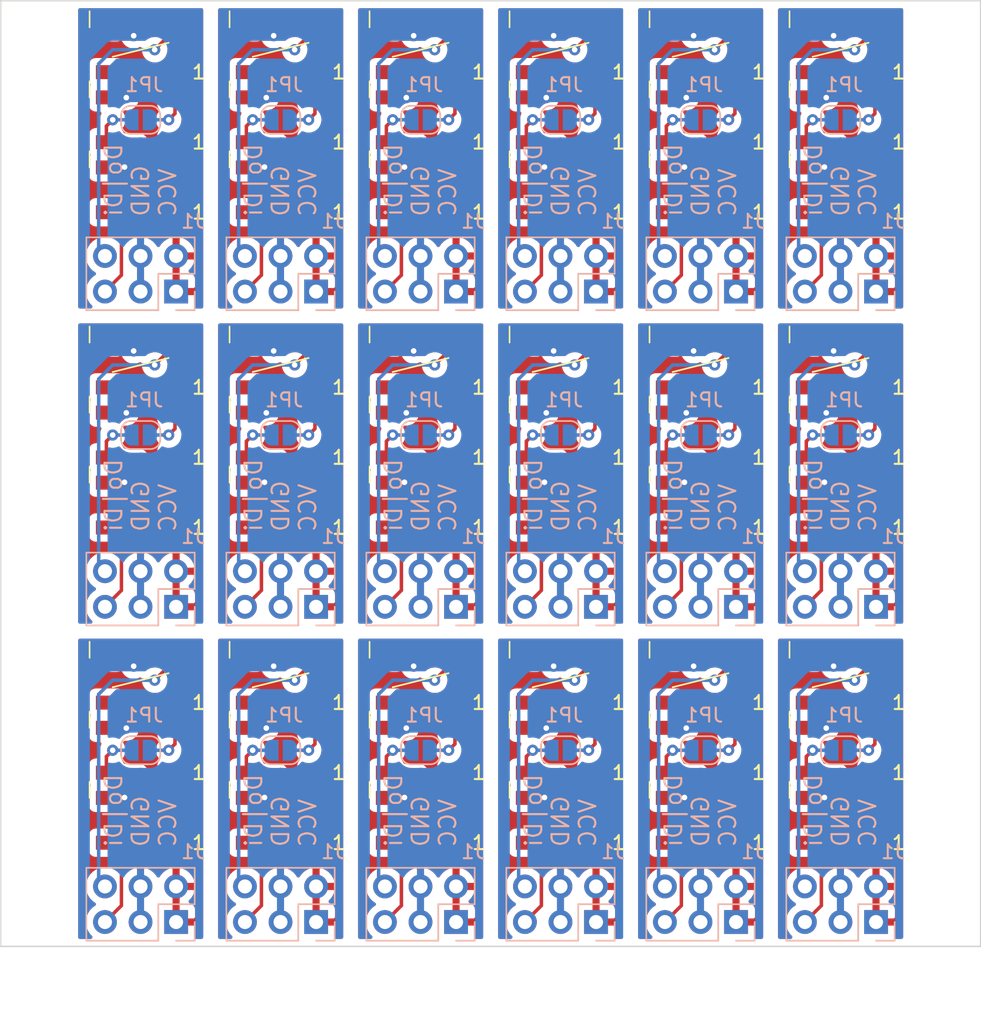
<source format=kicad_pcb>
(kicad_pcb (version 20171130) (host pcbnew 5.1.10-88a1d61d58~90~ubuntu21.04.1)
  (layers (0 F.Cu signal) (31 B.Cu signal) (34 B.Paste user hide) (35 F.Paste user hide) (36 B.SilkS user hide) (37 F.SilkS user) (38 B.Mask user hide) (39 F.Mask user hide) (44 Edge.Cuts user))
  (net 0 "")
  (net 1 Board_1-/Din)
  (net 2 Board_1-/Dout)
  (net 3 Board_1-GND)
  (net 4 "Board_1-Net-(D1-Pad2)")
  (net 5 "Board_1-Net-(D2-Pad2)")
  (net 6 Board_1-VCC)
  (net 7 Board_2-/Din)
  (net 8 Board_2-/Dout)
  (net 9 Board_2-GND)
  (net 10 "Board_2-Net-(D1-Pad2)")
  (net 11 "Board_2-Net-(D2-Pad2)")
  (net 12 Board_2-VCC)
  (net 13 Board_3-/Din)
  (net 14 Board_3-/Dout)
  (net 15 Board_3-GND)
  (net 16 "Board_3-Net-(D1-Pad2)")
  (net 17 "Board_3-Net-(D2-Pad2)")
  (net 18 Board_3-VCC)
  (net 19 Board_4-/Din)
  (net 20 Board_4-/Dout)
  (net 21 Board_4-GND)
  (net 22 "Board_4-Net-(D1-Pad2)")
  (net 23 "Board_4-Net-(D2-Pad2)")
  (net 24 Board_4-VCC)
  (net 25 Board_5-/Din)
  (net 26 Board_5-/Dout)
  (net 27 Board_5-GND)
  (net 28 "Board_5-Net-(D1-Pad2)")
  (net 29 "Board_5-Net-(D2-Pad2)")
  (net 30 Board_5-VCC)
  (net 31 Board_6-/Din)
  (net 32 Board_6-/Dout)
  (net 33 Board_6-GND)
  (net 34 "Board_6-Net-(D1-Pad2)")
  (net 35 "Board_6-Net-(D2-Pad2)")
  (net 36 Board_6-VCC)
  (net 37 Board_7-/Din)
  (net 38 Board_7-/Dout)
  (net 39 Board_7-GND)
  (net 40 "Board_7-Net-(D1-Pad2)")
  (net 41 "Board_7-Net-(D2-Pad2)")
  (net 42 Board_7-VCC)
  (net 43 Board_8-/Din)
  (net 44 Board_8-/Dout)
  (net 45 Board_8-GND)
  (net 46 "Board_8-Net-(D1-Pad2)")
  (net 47 "Board_8-Net-(D2-Pad2)")
  (net 48 Board_8-VCC)
  (net 49 Board_9-/Din)
  (net 50 Board_9-/Dout)
  (net 51 Board_9-GND)
  (net 52 "Board_9-Net-(D1-Pad2)")
  (net 53 "Board_9-Net-(D2-Pad2)")
  (net 54 Board_9-VCC)
  (net 55 Board_10-/Din)
  (net 56 Board_10-/Dout)
  (net 57 Board_10-GND)
  (net 58 "Board_10-Net-(D1-Pad2)")
  (net 59 "Board_10-Net-(D2-Pad2)")
  (net 60 Board_10-VCC)
  (net 61 Board_11-/Din)
  (net 62 Board_11-/Dout)
  (net 63 Board_11-GND)
  (net 64 "Board_11-Net-(D1-Pad2)")
  (net 65 "Board_11-Net-(D2-Pad2)")
  (net 66 Board_11-VCC)
  (net 67 Board_12-/Din)
  (net 68 Board_12-/Dout)
  (net 69 Board_12-GND)
  (net 70 "Board_12-Net-(D1-Pad2)")
  (net 71 "Board_12-Net-(D2-Pad2)")
  (net 72 Board_12-VCC)
  (net 73 Board_13-/Din)
  (net 74 Board_13-/Dout)
  (net 75 Board_13-GND)
  (net 76 "Board_13-Net-(D1-Pad2)")
  (net 77 "Board_13-Net-(D2-Pad2)")
  (net 78 Board_13-VCC)
  (net 79 Board_14-/Din)
  (net 80 Board_14-/Dout)
  (net 81 Board_14-GND)
  (net 82 "Board_14-Net-(D1-Pad2)")
  (net 83 "Board_14-Net-(D2-Pad2)")
  (net 84 Board_14-VCC)
  (net 85 Board_15-/Din)
  (net 86 Board_15-/Dout)
  (net 87 Board_15-GND)
  (net 88 "Board_15-Net-(D1-Pad2)")
  (net 89 "Board_15-Net-(D2-Pad2)")
  (net 90 Board_15-VCC)
  (net 91 Board_16-/Din)
  (net 92 Board_16-/Dout)
  (net 93 Board_16-GND)
  (net 94 "Board_16-Net-(D1-Pad2)")
  (net 95 "Board_16-Net-(D2-Pad2)")
  (net 96 Board_16-VCC)
  (net 97 Board_17-/Din)
  (net 98 Board_17-/Dout)
  (net 99 Board_17-GND)
  (net 100 "Board_17-Net-(D1-Pad2)")
  (net 101 "Board_17-Net-(D2-Pad2)")
  (net 102 Board_17-VCC)
  (net 103 Board_18-/Din)
  (net 104 Board_18-/Dout)
  (net 105 Board_18-GND)
  (net 106 "Board_18-Net-(D1-Pad2)")
  (net 107 "Board_18-Net-(D2-Pad2)")
  (net 108 Board_18-VCC)
  (module Connector_PinHeader_2.54mm:PinHeader_2x03_P2.54mm_Vertical (layer B.Cu) (at 107.529026 115.761011 90)
    (fp_text reference J1 (at 5.011 1.221 180) (layer B.SilkS) (effects (justify mirror)))
    (fp_text value Conn_02x03_Odd_Even)
    (pad 1 thru_hole rect (at 0 0 90) (size 1.7 1.7) (drill 1) (layers *.Cu *.Mask) (net 108 Board_18-VCC))
    (pad 2 thru_hole oval (at 2.54 0 90) (size 1.7 1.7) (drill 1) (layers *.Cu *.Mask) (net 108 Board_18-VCC))
    (pad 3 thru_hole oval (at 0 -2.54 90) (size 1.7 1.7) (drill 1) (layers *.Cu *.Mask) (net 105 Board_18-GND))
    (pad 4 thru_hole oval (at 2.54 -2.54 90) (size 1.7 1.7) (drill 1) (layers *.Cu *.Mask) (net 105 Board_18-GND))
    (pad 5 thru_hole oval (at 0 -5.08 90) (size 1.7 1.7) (drill 1) (layers *.Cu *.Mask) (net 103 Board_18-/Din))
    (pad 6 thru_hole oval (at 2.54 -5.08 90) (size 1.7 1.7) (drill 1) (layers *.Cu *.Mask) (net 104 Board_18-/Dout))
  )
  (module IndicatorLeds:LED_WS2812B_PLCC4_5.0x5.0mm_P3.2mm (layer F.Cu) (at 105.000026 108.500011 180)
    (fp_text reference D1 hide)
    (fp_text value WS2812B)
    (fp_text user 1 (at -4.15 -1.6) (layer F.SilkS))
    (pad 1 smd rect (at -2.45 -1.6 180) (size 1.5 1) (layers F.Cu F.Paste F.Mask) (net 108 Board_18-VCC))
    (pad 2 smd rect (at -2.45 1.6 180) (size 1.5 1) (layers F.Cu F.Paste F.Mask) (net 106 "Board_18-Net-(D1-Pad2)"))
    (pad 4 smd rect (at 2.45 -1.6 180) (size 1.5 1) (layers F.Cu F.Paste F.Mask) (net 103 Board_18-/Din))
    (pad 3 smd rect (at 2.45 1.6 180) (size 1.5 1) (layers F.Cu F.Paste F.Mask) (net 105 Board_18-GND))
  )
  (module IndicatorLeds:LED_WS2812B_PLCC4_5.0x5.0mm_P3.2mm (layer F.Cu) (at 105.000026 103.500011 180)
    (fp_text reference D2 hide)
    (fp_text value WS2812B)
    (fp_text user 1 (at -4.15 -1.6) (layer F.SilkS))
    (pad 1 smd rect (at -2.45 -1.6 180) (size 1.5 1) (layers F.Cu F.Paste F.Mask) (net 108 Board_18-VCC))
    (pad 2 smd rect (at -2.45 1.6 180) (size 1.5 1) (layers F.Cu F.Paste F.Mask) (net 107 "Board_18-Net-(D2-Pad2)"))
    (pad 4 smd rect (at 2.45 -1.6 180) (size 1.5 1) (layers F.Cu F.Paste F.Mask) (net 106 "Board_18-Net-(D1-Pad2)"))
    (pad 3 smd rect (at 2.45 1.6 180) (size 1.5 1) (layers F.Cu F.Paste F.Mask) (net 105 Board_18-GND))
  )
  (module IndicatorLeds:LED_WS2812B_PLCC4_5.0x5.0mm_P3.2mm (layer F.Cu) (at 105.000026 98.500011 180)
    (fp_text reference D3 hide)
    (fp_text value WS2812B)
    (fp_text user 1 (at -4.15 -1.6) (layer F.SilkS))
    (pad 1 smd rect (at -2.45 -1.6 180) (size 1.5 1) (layers F.Cu F.Paste F.Mask) (net 108 Board_18-VCC))
    (pad 2 smd rect (at -2.45 1.6 180) (size 1.5 1) (layers F.Cu F.Paste F.Mask) (net 104 Board_18-/Dout))
    (pad 4 smd rect (at 2.45 -1.6 180) (size 1.5 1) (layers F.Cu F.Paste F.Mask) (net 107 "Board_18-Net-(D2-Pad2)"))
    (pad 3 smd rect (at 2.45 1.6 180) (size 1.5 1) (layers F.Cu F.Paste F.Mask) (net 105 Board_18-GND))
  )
  (module Jumper:SolderJumper-2_P1.3mm_Open_RoundedPad1.0x1.5mm (layer B.Cu) (at 105.000026 103.500011)
    (fp_text reference JP1 (at 0.25 -2.5) (layer B.SilkS) (effects (justify mirror)))
    (fp_text value MiddleBypass)
    (pad 1 smd custom (at -0.65 0) (size 1 0.5) (layers B.Cu B.Mask) (net 106 "Board_18-Net-(D1-Pad2)") (options (clearance outline) (anchor rect)) (primitives (gr_circle (center 0 -0.25) (end 0.5 -0.25) (width 0)) (gr_circle (center 0 0.25) (end 0.5 0.25) (width 0)) (gr_poly (pts (xy 0 0.75) (xy 0.5 0.75) (xy 0.5 -0.75) (xy 0 -0.75)) (width 0))))
    (pad 2 smd custom (at 0.65 0) (size 1 0.5) (layers B.Cu B.Mask) (net 107 "Board_18-Net-(D2-Pad2)") (options (clearance outline) (anchor rect)) (primitives (gr_circle (center 0 -0.25) (end 0.5 -0.25) (width 0)) (gr_circle (center 0 0.25) (end 0.5 0.25) (width 0)) (gr_poly (pts (xy 0 0.75) (xy -0.5 0.75) (xy -0.5 -0.75) (xy 0 -0.75)) (width 0))))
  )
  (module Connector_PinHeader_2.54mm:PinHeader_2x03_P2.54mm_Vertical (layer B.Cu) (at 97.529021 115.761011 90)
    (fp_text reference J1 (at 5.011 1.221 180) (layer B.SilkS) (effects (justify mirror)))
    (fp_text value Conn_02x03_Odd_Even)
    (pad 1 thru_hole rect (at 0 0 90) (size 1.7 1.7) (drill 1) (layers *.Cu *.Mask) (net 102 Board_17-VCC))
    (pad 2 thru_hole oval (at 2.54 0 90) (size 1.7 1.7) (drill 1) (layers *.Cu *.Mask) (net 102 Board_17-VCC))
    (pad 3 thru_hole oval (at 0 -2.54 90) (size 1.7 1.7) (drill 1) (layers *.Cu *.Mask) (net 99 Board_17-GND))
    (pad 4 thru_hole oval (at 2.54 -2.54 90) (size 1.7 1.7) (drill 1) (layers *.Cu *.Mask) (net 99 Board_17-GND))
    (pad 5 thru_hole oval (at 0 -5.08 90) (size 1.7 1.7) (drill 1) (layers *.Cu *.Mask) (net 97 Board_17-/Din))
    (pad 6 thru_hole oval (at 2.54 -5.08 90) (size 1.7 1.7) (drill 1) (layers *.Cu *.Mask) (net 98 Board_17-/Dout))
  )
  (module IndicatorLeds:LED_WS2812B_PLCC4_5.0x5.0mm_P3.2mm (layer F.Cu) (at 95.000021 108.500011 180)
    (fp_text reference D1 hide)
    (fp_text value WS2812B)
    (fp_text user 1 (at -4.15 -1.6) (layer F.SilkS))
    (pad 1 smd rect (at -2.45 -1.6 180) (size 1.5 1) (layers F.Cu F.Paste F.Mask) (net 102 Board_17-VCC))
    (pad 2 smd rect (at -2.45 1.6 180) (size 1.5 1) (layers F.Cu F.Paste F.Mask) (net 100 "Board_17-Net-(D1-Pad2)"))
    (pad 4 smd rect (at 2.45 -1.6 180) (size 1.5 1) (layers F.Cu F.Paste F.Mask) (net 97 Board_17-/Din))
    (pad 3 smd rect (at 2.45 1.6 180) (size 1.5 1) (layers F.Cu F.Paste F.Mask) (net 99 Board_17-GND))
  )
  (module IndicatorLeds:LED_WS2812B_PLCC4_5.0x5.0mm_P3.2mm (layer F.Cu) (at 95.000021 103.500011 180)
    (fp_text reference D2 hide)
    (fp_text value WS2812B)
    (fp_text user 1 (at -4.15 -1.6) (layer F.SilkS))
    (pad 1 smd rect (at -2.45 -1.6 180) (size 1.5 1) (layers F.Cu F.Paste F.Mask) (net 102 Board_17-VCC))
    (pad 2 smd rect (at -2.45 1.6 180) (size 1.5 1) (layers F.Cu F.Paste F.Mask) (net 101 "Board_17-Net-(D2-Pad2)"))
    (pad 4 smd rect (at 2.45 -1.6 180) (size 1.5 1) (layers F.Cu F.Paste F.Mask) (net 100 "Board_17-Net-(D1-Pad2)"))
    (pad 3 smd rect (at 2.45 1.6 180) (size 1.5 1) (layers F.Cu F.Paste F.Mask) (net 99 Board_17-GND))
  )
  (module IndicatorLeds:LED_WS2812B_PLCC4_5.0x5.0mm_P3.2mm (layer F.Cu) (at 95.000021 98.500011 180)
    (fp_text reference D3 hide)
    (fp_text value WS2812B)
    (fp_text user 1 (at -4.15 -1.6) (layer F.SilkS))
    (pad 1 smd rect (at -2.45 -1.6 180) (size 1.5 1) (layers F.Cu F.Paste F.Mask) (net 102 Board_17-VCC))
    (pad 2 smd rect (at -2.45 1.6 180) (size 1.5 1) (layers F.Cu F.Paste F.Mask) (net 98 Board_17-/Dout))
    (pad 4 smd rect (at 2.45 -1.6 180) (size 1.5 1) (layers F.Cu F.Paste F.Mask) (net 101 "Board_17-Net-(D2-Pad2)"))
    (pad 3 smd rect (at 2.45 1.6 180) (size 1.5 1) (layers F.Cu F.Paste F.Mask) (net 99 Board_17-GND))
  )
  (module Jumper:SolderJumper-2_P1.3mm_Open_RoundedPad1.0x1.5mm (layer B.Cu) (at 95.000021 103.500011)
    (fp_text reference JP1 (at 0.25 -2.5) (layer B.SilkS) (effects (justify mirror)))
    (fp_text value MiddleBypass)
    (pad 1 smd custom (at -0.65 0) (size 1 0.5) (layers B.Cu B.Mask) (net 100 "Board_17-Net-(D1-Pad2)") (options (clearance outline) (anchor rect)) (primitives (gr_circle (center 0 -0.25) (end 0.5 -0.25) (width 0)) (gr_circle (center 0 0.25) (end 0.5 0.25) (width 0)) (gr_poly (pts (xy 0 0.75) (xy 0.5 0.75) (xy 0.5 -0.75) (xy 0 -0.75)) (width 0))))
    (pad 2 smd custom (at 0.65 0) (size 1 0.5) (layers B.Cu B.Mask) (net 101 "Board_17-Net-(D2-Pad2)") (options (clearance outline) (anchor rect)) (primitives (gr_circle (center 0 -0.25) (end 0.5 -0.25) (width 0)) (gr_circle (center 0 0.25) (end 0.5 0.25) (width 0)) (gr_poly (pts (xy 0 0.75) (xy -0.5 0.75) (xy -0.5 -0.75) (xy 0 -0.75)) (width 0))))
  )
  (module Connector_PinHeader_2.54mm:PinHeader_2x03_P2.54mm_Vertical (layer B.Cu) (at 87.529016 115.761011 90)
    (fp_text reference J1 (at 5.011 1.221 180) (layer B.SilkS) (effects (justify mirror)))
    (fp_text value Conn_02x03_Odd_Even)
    (pad 1 thru_hole rect (at 0 0 90) (size 1.7 1.7) (drill 1) (layers *.Cu *.Mask) (net 96 Board_16-VCC))
    (pad 2 thru_hole oval (at 2.54 0 90) (size 1.7 1.7) (drill 1) (layers *.Cu *.Mask) (net 96 Board_16-VCC))
    (pad 3 thru_hole oval (at 0 -2.54 90) (size 1.7 1.7) (drill 1) (layers *.Cu *.Mask) (net 93 Board_16-GND))
    (pad 4 thru_hole oval (at 2.54 -2.54 90) (size 1.7 1.7) (drill 1) (layers *.Cu *.Mask) (net 93 Board_16-GND))
    (pad 5 thru_hole oval (at 0 -5.08 90) (size 1.7 1.7) (drill 1) (layers *.Cu *.Mask) (net 91 Board_16-/Din))
    (pad 6 thru_hole oval (at 2.54 -5.08 90) (size 1.7 1.7) (drill 1) (layers *.Cu *.Mask) (net 92 Board_16-/Dout))
  )
  (module IndicatorLeds:LED_WS2812B_PLCC4_5.0x5.0mm_P3.2mm (layer F.Cu) (at 85.000016 108.500011 180)
    (fp_text reference D1 hide)
    (fp_text value WS2812B)
    (fp_text user 1 (at -4.15 -1.6) (layer F.SilkS))
    (pad 1 smd rect (at -2.45 -1.6 180) (size 1.5 1) (layers F.Cu F.Paste F.Mask) (net 96 Board_16-VCC))
    (pad 2 smd rect (at -2.45 1.6 180) (size 1.5 1) (layers F.Cu F.Paste F.Mask) (net 94 "Board_16-Net-(D1-Pad2)"))
    (pad 4 smd rect (at 2.45 -1.6 180) (size 1.5 1) (layers F.Cu F.Paste F.Mask) (net 91 Board_16-/Din))
    (pad 3 smd rect (at 2.45 1.6 180) (size 1.5 1) (layers F.Cu F.Paste F.Mask) (net 93 Board_16-GND))
  )
  (module IndicatorLeds:LED_WS2812B_PLCC4_5.0x5.0mm_P3.2mm (layer F.Cu) (at 85.000016 103.500011 180)
    (fp_text reference D2 hide)
    (fp_text value WS2812B)
    (fp_text user 1 (at -4.15 -1.6) (layer F.SilkS))
    (pad 1 smd rect (at -2.45 -1.6 180) (size 1.5 1) (layers F.Cu F.Paste F.Mask) (net 96 Board_16-VCC))
    (pad 2 smd rect (at -2.45 1.6 180) (size 1.5 1) (layers F.Cu F.Paste F.Mask) (net 95 "Board_16-Net-(D2-Pad2)"))
    (pad 4 smd rect (at 2.45 -1.6 180) (size 1.5 1) (layers F.Cu F.Paste F.Mask) (net 94 "Board_16-Net-(D1-Pad2)"))
    (pad 3 smd rect (at 2.45 1.6 180) (size 1.5 1) (layers F.Cu F.Paste F.Mask) (net 93 Board_16-GND))
  )
  (module IndicatorLeds:LED_WS2812B_PLCC4_5.0x5.0mm_P3.2mm (layer F.Cu) (at 85.000016 98.500011 180)
    (fp_text reference D3 hide)
    (fp_text value WS2812B)
    (fp_text user 1 (at -4.15 -1.6) (layer F.SilkS))
    (pad 1 smd rect (at -2.45 -1.6 180) (size 1.5 1) (layers F.Cu F.Paste F.Mask) (net 96 Board_16-VCC))
    (pad 2 smd rect (at -2.45 1.6 180) (size 1.5 1) (layers F.Cu F.Paste F.Mask) (net 92 Board_16-/Dout))
    (pad 4 smd rect (at 2.45 -1.6 180) (size 1.5 1) (layers F.Cu F.Paste F.Mask) (net 95 "Board_16-Net-(D2-Pad2)"))
    (pad 3 smd rect (at 2.45 1.6 180) (size 1.5 1) (layers F.Cu F.Paste F.Mask) (net 93 Board_16-GND))
  )
  (module Jumper:SolderJumper-2_P1.3mm_Open_RoundedPad1.0x1.5mm (layer B.Cu) (at 85.000016 103.500011)
    (fp_text reference JP1 (at 0.25 -2.5) (layer B.SilkS) (effects (justify mirror)))
    (fp_text value MiddleBypass)
    (pad 1 smd custom (at -0.65 0) (size 1 0.5) (layers B.Cu B.Mask) (net 94 "Board_16-Net-(D1-Pad2)") (options (clearance outline) (anchor rect)) (primitives (gr_circle (center 0 -0.25) (end 0.5 -0.25) (width 0)) (gr_circle (center 0 0.25) (end 0.5 0.25) (width 0)) (gr_poly (pts (xy 0 0.75) (xy 0.5 0.75) (xy 0.5 -0.75) (xy 0 -0.75)) (width 0))))
    (pad 2 smd custom (at 0.65 0) (size 1 0.5) (layers B.Cu B.Mask) (net 95 "Board_16-Net-(D2-Pad2)") (options (clearance outline) (anchor rect)) (primitives (gr_circle (center 0 -0.25) (end 0.5 -0.25) (width 0)) (gr_circle (center 0 0.25) (end 0.5 0.25) (width 0)) (gr_poly (pts (xy 0 0.75) (xy -0.5 0.75) (xy -0.5 -0.75) (xy 0 -0.75)) (width 0))))
  )
  (module Connector_PinHeader_2.54mm:PinHeader_2x03_P2.54mm_Vertical (layer B.Cu) (at 77.529011 115.761011 90)
    (fp_text reference J1 (at 5.011 1.221 180) (layer B.SilkS) (effects (justify mirror)))
    (fp_text value Conn_02x03_Odd_Even)
    (pad 1 thru_hole rect (at 0 0 90) (size 1.7 1.7) (drill 1) (layers *.Cu *.Mask) (net 90 Board_15-VCC))
    (pad 2 thru_hole oval (at 2.54 0 90) (size 1.7 1.7) (drill 1) (layers *.Cu *.Mask) (net 90 Board_15-VCC))
    (pad 3 thru_hole oval (at 0 -2.54 90) (size 1.7 1.7) (drill 1) (layers *.Cu *.Mask) (net 87 Board_15-GND))
    (pad 4 thru_hole oval (at 2.54 -2.54 90) (size 1.7 1.7) (drill 1) (layers *.Cu *.Mask) (net 87 Board_15-GND))
    (pad 5 thru_hole oval (at 0 -5.08 90) (size 1.7 1.7) (drill 1) (layers *.Cu *.Mask) (net 85 Board_15-/Din))
    (pad 6 thru_hole oval (at 2.54 -5.08 90) (size 1.7 1.7) (drill 1) (layers *.Cu *.Mask) (net 86 Board_15-/Dout))
  )
  (module IndicatorLeds:LED_WS2812B_PLCC4_5.0x5.0mm_P3.2mm (layer F.Cu) (at 75.000011 108.500011 180)
    (fp_text reference D1 hide)
    (fp_text value WS2812B)
    (fp_text user 1 (at -4.15 -1.6) (layer F.SilkS))
    (pad 1 smd rect (at -2.45 -1.6 180) (size 1.5 1) (layers F.Cu F.Paste F.Mask) (net 90 Board_15-VCC))
    (pad 2 smd rect (at -2.45 1.6 180) (size 1.5 1) (layers F.Cu F.Paste F.Mask) (net 88 "Board_15-Net-(D1-Pad2)"))
    (pad 4 smd rect (at 2.45 -1.6 180) (size 1.5 1) (layers F.Cu F.Paste F.Mask) (net 85 Board_15-/Din))
    (pad 3 smd rect (at 2.45 1.6 180) (size 1.5 1) (layers F.Cu F.Paste F.Mask) (net 87 Board_15-GND))
  )
  (module IndicatorLeds:LED_WS2812B_PLCC4_5.0x5.0mm_P3.2mm (layer F.Cu) (at 75.000011 103.500011 180)
    (fp_text reference D2 hide)
    (fp_text value WS2812B)
    (fp_text user 1 (at -4.15 -1.6) (layer F.SilkS))
    (pad 1 smd rect (at -2.45 -1.6 180) (size 1.5 1) (layers F.Cu F.Paste F.Mask) (net 90 Board_15-VCC))
    (pad 2 smd rect (at -2.45 1.6 180) (size 1.5 1) (layers F.Cu F.Paste F.Mask) (net 89 "Board_15-Net-(D2-Pad2)"))
    (pad 4 smd rect (at 2.45 -1.6 180) (size 1.5 1) (layers F.Cu F.Paste F.Mask) (net 88 "Board_15-Net-(D1-Pad2)"))
    (pad 3 smd rect (at 2.45 1.6 180) (size 1.5 1) (layers F.Cu F.Paste F.Mask) (net 87 Board_15-GND))
  )
  (module IndicatorLeds:LED_WS2812B_PLCC4_5.0x5.0mm_P3.2mm (layer F.Cu) (at 75.000011 98.500011 180)
    (fp_text reference D3 hide)
    (fp_text value WS2812B)
    (fp_text user 1 (at -4.15 -1.6) (layer F.SilkS))
    (pad 1 smd rect (at -2.45 -1.6 180) (size 1.5 1) (layers F.Cu F.Paste F.Mask) (net 90 Board_15-VCC))
    (pad 2 smd rect (at -2.45 1.6 180) (size 1.5 1) (layers F.Cu F.Paste F.Mask) (net 86 Board_15-/Dout))
    (pad 4 smd rect (at 2.45 -1.6 180) (size 1.5 1) (layers F.Cu F.Paste F.Mask) (net 89 "Board_15-Net-(D2-Pad2)"))
    (pad 3 smd rect (at 2.45 1.6 180) (size 1.5 1) (layers F.Cu F.Paste F.Mask) (net 87 Board_15-GND))
  )
  (module Jumper:SolderJumper-2_P1.3mm_Open_RoundedPad1.0x1.5mm (layer B.Cu) (at 75.000011 103.500011)
    (fp_text reference JP1 (at 0.25 -2.5) (layer B.SilkS) (effects (justify mirror)))
    (fp_text value MiddleBypass)
    (pad 1 smd custom (at -0.65 0) (size 1 0.5) (layers B.Cu B.Mask) (net 88 "Board_15-Net-(D1-Pad2)") (options (clearance outline) (anchor rect)) (primitives (gr_circle (center 0 -0.25) (end 0.5 -0.25) (width 0)) (gr_circle (center 0 0.25) (end 0.5 0.25) (width 0)) (gr_poly (pts (xy 0 0.75) (xy 0.5 0.75) (xy 0.5 -0.75) (xy 0 -0.75)) (width 0))))
    (pad 2 smd custom (at 0.65 0) (size 1 0.5) (layers B.Cu B.Mask) (net 89 "Board_15-Net-(D2-Pad2)") (options (clearance outline) (anchor rect)) (primitives (gr_circle (center 0 -0.25) (end 0.5 -0.25) (width 0)) (gr_circle (center 0 0.25) (end 0.5 0.25) (width 0)) (gr_poly (pts (xy 0 0.75) (xy -0.5 0.75) (xy -0.5 -0.75) (xy 0 -0.75)) (width 0))))
  )
  (module Connector_PinHeader_2.54mm:PinHeader_2x03_P2.54mm_Vertical (layer B.Cu) (at 67.529006 115.761011 90)
    (fp_text reference J1 (at 5.011 1.221 180) (layer B.SilkS) (effects (justify mirror)))
    (fp_text value Conn_02x03_Odd_Even)
    (pad 1 thru_hole rect (at 0 0 90) (size 1.7 1.7) (drill 1) (layers *.Cu *.Mask) (net 84 Board_14-VCC))
    (pad 2 thru_hole oval (at 2.54 0 90) (size 1.7 1.7) (drill 1) (layers *.Cu *.Mask) (net 84 Board_14-VCC))
    (pad 3 thru_hole oval (at 0 -2.54 90) (size 1.7 1.7) (drill 1) (layers *.Cu *.Mask) (net 81 Board_14-GND))
    (pad 4 thru_hole oval (at 2.54 -2.54 90) (size 1.7 1.7) (drill 1) (layers *.Cu *.Mask) (net 81 Board_14-GND))
    (pad 5 thru_hole oval (at 0 -5.08 90) (size 1.7 1.7) (drill 1) (layers *.Cu *.Mask) (net 79 Board_14-/Din))
    (pad 6 thru_hole oval (at 2.54 -5.08 90) (size 1.7 1.7) (drill 1) (layers *.Cu *.Mask) (net 80 Board_14-/Dout))
  )
  (module IndicatorLeds:LED_WS2812B_PLCC4_5.0x5.0mm_P3.2mm (layer F.Cu) (at 65.000006 108.500011 180)
    (fp_text reference D1 hide)
    (fp_text value WS2812B)
    (fp_text user 1 (at -4.15 -1.6) (layer F.SilkS))
    (pad 1 smd rect (at -2.45 -1.6 180) (size 1.5 1) (layers F.Cu F.Paste F.Mask) (net 84 Board_14-VCC))
    (pad 2 smd rect (at -2.45 1.6 180) (size 1.5 1) (layers F.Cu F.Paste F.Mask) (net 82 "Board_14-Net-(D1-Pad2)"))
    (pad 4 smd rect (at 2.45 -1.6 180) (size 1.5 1) (layers F.Cu F.Paste F.Mask) (net 79 Board_14-/Din))
    (pad 3 smd rect (at 2.45 1.6 180) (size 1.5 1) (layers F.Cu F.Paste F.Mask) (net 81 Board_14-GND))
  )
  (module IndicatorLeds:LED_WS2812B_PLCC4_5.0x5.0mm_P3.2mm (layer F.Cu) (at 65.000006 103.500011 180)
    (fp_text reference D2 hide)
    (fp_text value WS2812B)
    (fp_text user 1 (at -4.15 -1.6) (layer F.SilkS))
    (pad 1 smd rect (at -2.45 -1.6 180) (size 1.5 1) (layers F.Cu F.Paste F.Mask) (net 84 Board_14-VCC))
    (pad 2 smd rect (at -2.45 1.6 180) (size 1.5 1) (layers F.Cu F.Paste F.Mask) (net 83 "Board_14-Net-(D2-Pad2)"))
    (pad 4 smd rect (at 2.45 -1.6 180) (size 1.5 1) (layers F.Cu F.Paste F.Mask) (net 82 "Board_14-Net-(D1-Pad2)"))
    (pad 3 smd rect (at 2.45 1.6 180) (size 1.5 1) (layers F.Cu F.Paste F.Mask) (net 81 Board_14-GND))
  )
  (module IndicatorLeds:LED_WS2812B_PLCC4_5.0x5.0mm_P3.2mm (layer F.Cu) (at 65.000006 98.500011 180)
    (fp_text reference D3 hide)
    (fp_text value WS2812B)
    (fp_text user 1 (at -4.15 -1.6) (layer F.SilkS))
    (pad 1 smd rect (at -2.45 -1.6 180) (size 1.5 1) (layers F.Cu F.Paste F.Mask) (net 84 Board_14-VCC))
    (pad 2 smd rect (at -2.45 1.6 180) (size 1.5 1) (layers F.Cu F.Paste F.Mask) (net 80 Board_14-/Dout))
    (pad 4 smd rect (at 2.45 -1.6 180) (size 1.5 1) (layers F.Cu F.Paste F.Mask) (net 83 "Board_14-Net-(D2-Pad2)"))
    (pad 3 smd rect (at 2.45 1.6 180) (size 1.5 1) (layers F.Cu F.Paste F.Mask) (net 81 Board_14-GND))
  )
  (module Jumper:SolderJumper-2_P1.3mm_Open_RoundedPad1.0x1.5mm (layer B.Cu) (at 65.000006 103.500011)
    (fp_text reference JP1 (at 0.25 -2.5) (layer B.SilkS) (effects (justify mirror)))
    (fp_text value MiddleBypass)
    (pad 1 smd custom (at -0.65 0) (size 1 0.5) (layers B.Cu B.Mask) (net 82 "Board_14-Net-(D1-Pad2)") (options (clearance outline) (anchor rect)) (primitives (gr_circle (center 0 -0.25) (end 0.5 -0.25) (width 0)) (gr_circle (center 0 0.25) (end 0.5 0.25) (width 0)) (gr_poly (pts (xy 0 0.75) (xy 0.5 0.75) (xy 0.5 -0.75) (xy 0 -0.75)) (width 0))))
    (pad 2 smd custom (at 0.65 0) (size 1 0.5) (layers B.Cu B.Mask) (net 83 "Board_14-Net-(D2-Pad2)") (options (clearance outline) (anchor rect)) (primitives (gr_circle (center 0 -0.25) (end 0.5 -0.25) (width 0)) (gr_circle (center 0 0.25) (end 0.5 0.25) (width 0)) (gr_poly (pts (xy 0 0.75) (xy -0.5 0.75) (xy -0.5 -0.75) (xy 0 -0.75)) (width 0))))
  )
  (module Connector_PinHeader_2.54mm:PinHeader_2x03_P2.54mm_Vertical (layer B.Cu) (at 57.529001 115.761011 90)
    (fp_text reference J1 (at 5.011 1.221 180) (layer B.SilkS) (effects (justify mirror)))
    (fp_text value Conn_02x03_Odd_Even)
    (pad 1 thru_hole rect (at 0 0 90) (size 1.7 1.7) (drill 1) (layers *.Cu *.Mask) (net 78 Board_13-VCC))
    (pad 2 thru_hole oval (at 2.54 0 90) (size 1.7 1.7) (drill 1) (layers *.Cu *.Mask) (net 78 Board_13-VCC))
    (pad 3 thru_hole oval (at 0 -2.54 90) (size 1.7 1.7) (drill 1) (layers *.Cu *.Mask) (net 75 Board_13-GND))
    (pad 4 thru_hole oval (at 2.54 -2.54 90) (size 1.7 1.7) (drill 1) (layers *.Cu *.Mask) (net 75 Board_13-GND))
    (pad 5 thru_hole oval (at 0 -5.08 90) (size 1.7 1.7) (drill 1) (layers *.Cu *.Mask) (net 73 Board_13-/Din))
    (pad 6 thru_hole oval (at 2.54 -5.08 90) (size 1.7 1.7) (drill 1) (layers *.Cu *.Mask) (net 74 Board_13-/Dout))
  )
  (module IndicatorLeds:LED_WS2812B_PLCC4_5.0x5.0mm_P3.2mm (layer F.Cu) (at 55.000001 108.500011 180)
    (fp_text reference D1 hide)
    (fp_text value WS2812B)
    (fp_text user 1 (at -4.15 -1.6) (layer F.SilkS))
    (pad 1 smd rect (at -2.45 -1.6 180) (size 1.5 1) (layers F.Cu F.Paste F.Mask) (net 78 Board_13-VCC))
    (pad 2 smd rect (at -2.45 1.6 180) (size 1.5 1) (layers F.Cu F.Paste F.Mask) (net 76 "Board_13-Net-(D1-Pad2)"))
    (pad 4 smd rect (at 2.45 -1.6 180) (size 1.5 1) (layers F.Cu F.Paste F.Mask) (net 73 Board_13-/Din))
    (pad 3 smd rect (at 2.45 1.6 180) (size 1.5 1) (layers F.Cu F.Paste F.Mask) (net 75 Board_13-GND))
  )
  (module IndicatorLeds:LED_WS2812B_PLCC4_5.0x5.0mm_P3.2mm (layer F.Cu) (at 55.000001 103.500011 180)
    (fp_text reference D2 hide)
    (fp_text value WS2812B)
    (fp_text user 1 (at -4.15 -1.6) (layer F.SilkS))
    (pad 1 smd rect (at -2.45 -1.6 180) (size 1.5 1) (layers F.Cu F.Paste F.Mask) (net 78 Board_13-VCC))
    (pad 2 smd rect (at -2.45 1.6 180) (size 1.5 1) (layers F.Cu F.Paste F.Mask) (net 77 "Board_13-Net-(D2-Pad2)"))
    (pad 4 smd rect (at 2.45 -1.6 180) (size 1.5 1) (layers F.Cu F.Paste F.Mask) (net 76 "Board_13-Net-(D1-Pad2)"))
    (pad 3 smd rect (at 2.45 1.6 180) (size 1.5 1) (layers F.Cu F.Paste F.Mask) (net 75 Board_13-GND))
  )
  (module IndicatorLeds:LED_WS2812B_PLCC4_5.0x5.0mm_P3.2mm (layer F.Cu) (at 55.000001 98.500011 180)
    (fp_text reference D3 hide)
    (fp_text value WS2812B)
    (fp_text user 1 (at -4.15 -1.6) (layer F.SilkS))
    (pad 1 smd rect (at -2.45 -1.6 180) (size 1.5 1) (layers F.Cu F.Paste F.Mask) (net 78 Board_13-VCC))
    (pad 2 smd rect (at -2.45 1.6 180) (size 1.5 1) (layers F.Cu F.Paste F.Mask) (net 74 Board_13-/Dout))
    (pad 4 smd rect (at 2.45 -1.6 180) (size 1.5 1) (layers F.Cu F.Paste F.Mask) (net 77 "Board_13-Net-(D2-Pad2)"))
    (pad 3 smd rect (at 2.45 1.6 180) (size 1.5 1) (layers F.Cu F.Paste F.Mask) (net 75 Board_13-GND))
  )
  (module Jumper:SolderJumper-2_P1.3mm_Open_RoundedPad1.0x1.5mm (layer B.Cu) (at 55.000001 103.500011)
    (fp_text reference JP1 (at 0.25 -2.5) (layer B.SilkS) (effects (justify mirror)))
    (fp_text value MiddleBypass)
    (pad 1 smd custom (at -0.65 0) (size 1 0.5) (layers B.Cu B.Mask) (net 76 "Board_13-Net-(D1-Pad2)") (options (clearance outline) (anchor rect)) (primitives (gr_circle (center 0 -0.25) (end 0.5 -0.25) (width 0)) (gr_circle (center 0 0.25) (end 0.5 0.25) (width 0)) (gr_poly (pts (xy 0 0.75) (xy 0.5 0.75) (xy 0.5 -0.75) (xy 0 -0.75)) (width 0))))
    (pad 2 smd custom (at 0.65 0) (size 1 0.5) (layers B.Cu B.Mask) (net 77 "Board_13-Net-(D2-Pad2)") (options (clearance outline) (anchor rect)) (primitives (gr_circle (center 0 -0.25) (end 0.5 -0.25) (width 0)) (gr_circle (center 0 0.25) (end 0.5 0.25) (width 0)) (gr_poly (pts (xy 0 0.75) (xy -0.5 0.75) (xy -0.5 -0.75) (xy 0 -0.75)) (width 0))))
  )
  (module Connector_PinHeader_2.54mm:PinHeader_2x03_P2.54mm_Vertical (layer B.Cu) (at 107.529026 93.261006 90)
    (fp_text reference J1 (at 5.011 1.221 180) (layer B.SilkS) (effects (justify mirror)))
    (fp_text value Conn_02x03_Odd_Even)
    (pad 1 thru_hole rect (at 0 0 90) (size 1.7 1.7) (drill 1) (layers *.Cu *.Mask) (net 72 Board_12-VCC))
    (pad 2 thru_hole oval (at 2.54 0 90) (size 1.7 1.7) (drill 1) (layers *.Cu *.Mask) (net 72 Board_12-VCC))
    (pad 3 thru_hole oval (at 0 -2.54 90) (size 1.7 1.7) (drill 1) (layers *.Cu *.Mask) (net 69 Board_12-GND))
    (pad 4 thru_hole oval (at 2.54 -2.54 90) (size 1.7 1.7) (drill 1) (layers *.Cu *.Mask) (net 69 Board_12-GND))
    (pad 5 thru_hole oval (at 0 -5.08 90) (size 1.7 1.7) (drill 1) (layers *.Cu *.Mask) (net 67 Board_12-/Din))
    (pad 6 thru_hole oval (at 2.54 -5.08 90) (size 1.7 1.7) (drill 1) (layers *.Cu *.Mask) (net 68 Board_12-/Dout))
  )
  (module IndicatorLeds:LED_WS2812B_PLCC4_5.0x5.0mm_P3.2mm (layer F.Cu) (at 105.000026 86.000006 180)
    (fp_text reference D1 hide)
    (fp_text value WS2812B)
    (fp_text user 1 (at -4.15 -1.6) (layer F.SilkS))
    (pad 1 smd rect (at -2.45 -1.6 180) (size 1.5 1) (layers F.Cu F.Paste F.Mask) (net 72 Board_12-VCC))
    (pad 2 smd rect (at -2.45 1.6 180) (size 1.5 1) (layers F.Cu F.Paste F.Mask) (net 70 "Board_12-Net-(D1-Pad2)"))
    (pad 4 smd rect (at 2.45 -1.6 180) (size 1.5 1) (layers F.Cu F.Paste F.Mask) (net 67 Board_12-/Din))
    (pad 3 smd rect (at 2.45 1.6 180) (size 1.5 1) (layers F.Cu F.Paste F.Mask) (net 69 Board_12-GND))
  )
  (module IndicatorLeds:LED_WS2812B_PLCC4_5.0x5.0mm_P3.2mm (layer F.Cu) (at 105.000026 81.000006 180)
    (fp_text reference D2 hide)
    (fp_text value WS2812B)
    (fp_text user 1 (at -4.15 -1.6) (layer F.SilkS))
    (pad 1 smd rect (at -2.45 -1.6 180) (size 1.5 1) (layers F.Cu F.Paste F.Mask) (net 72 Board_12-VCC))
    (pad 2 smd rect (at -2.45 1.6 180) (size 1.5 1) (layers F.Cu F.Paste F.Mask) (net 71 "Board_12-Net-(D2-Pad2)"))
    (pad 4 smd rect (at 2.45 -1.6 180) (size 1.5 1) (layers F.Cu F.Paste F.Mask) (net 70 "Board_12-Net-(D1-Pad2)"))
    (pad 3 smd rect (at 2.45 1.6 180) (size 1.5 1) (layers F.Cu F.Paste F.Mask) (net 69 Board_12-GND))
  )
  (module IndicatorLeds:LED_WS2812B_PLCC4_5.0x5.0mm_P3.2mm (layer F.Cu) (at 105.000026 76.000006 180)
    (fp_text reference D3 hide)
    (fp_text value WS2812B)
    (fp_text user 1 (at -4.15 -1.6) (layer F.SilkS))
    (pad 1 smd rect (at -2.45 -1.6 180) (size 1.5 1) (layers F.Cu F.Paste F.Mask) (net 72 Board_12-VCC))
    (pad 2 smd rect (at -2.45 1.6 180) (size 1.5 1) (layers F.Cu F.Paste F.Mask) (net 68 Board_12-/Dout))
    (pad 4 smd rect (at 2.45 -1.6 180) (size 1.5 1) (layers F.Cu F.Paste F.Mask) (net 71 "Board_12-Net-(D2-Pad2)"))
    (pad 3 smd rect (at 2.45 1.6 180) (size 1.5 1) (layers F.Cu F.Paste F.Mask) (net 69 Board_12-GND))
  )
  (module Jumper:SolderJumper-2_P1.3mm_Open_RoundedPad1.0x1.5mm (layer B.Cu) (at 105.000026 81.000006)
    (fp_text reference JP1 (at 0.25 -2.5) (layer B.SilkS) (effects (justify mirror)))
    (fp_text value MiddleBypass)
    (pad 1 smd custom (at -0.65 0) (size 1 0.5) (layers B.Cu B.Mask) (net 70 "Board_12-Net-(D1-Pad2)") (options (clearance outline) (anchor rect)) (primitives (gr_circle (center 0 -0.25) (end 0.5 -0.25) (width 0)) (gr_circle (center 0 0.25) (end 0.5 0.25) (width 0)) (gr_poly (pts (xy 0 0.75) (xy 0.5 0.75) (xy 0.5 -0.75) (xy 0 -0.75)) (width 0))))
    (pad 2 smd custom (at 0.65 0) (size 1 0.5) (layers B.Cu B.Mask) (net 71 "Board_12-Net-(D2-Pad2)") (options (clearance outline) (anchor rect)) (primitives (gr_circle (center 0 -0.25) (end 0.5 -0.25) (width 0)) (gr_circle (center 0 0.25) (end 0.5 0.25) (width 0)) (gr_poly (pts (xy 0 0.75) (xy -0.5 0.75) (xy -0.5 -0.75) (xy 0 -0.75)) (width 0))))
  )
  (module Connector_PinHeader_2.54mm:PinHeader_2x03_P2.54mm_Vertical (layer B.Cu) (at 97.529021 93.261006 90)
    (fp_text reference J1 (at 5.011 1.221 180) (layer B.SilkS) (effects (justify mirror)))
    (fp_text value Conn_02x03_Odd_Even)
    (pad 1 thru_hole rect (at 0 0 90) (size 1.7 1.7) (drill 1) (layers *.Cu *.Mask) (net 66 Board_11-VCC))
    (pad 2 thru_hole oval (at 2.54 0 90) (size 1.7 1.7) (drill 1) (layers *.Cu *.Mask) (net 66 Board_11-VCC))
    (pad 3 thru_hole oval (at 0 -2.54 90) (size 1.7 1.7) (drill 1) (layers *.Cu *.Mask) (net 63 Board_11-GND))
    (pad 4 thru_hole oval (at 2.54 -2.54 90) (size 1.7 1.7) (drill 1) (layers *.Cu *.Mask) (net 63 Board_11-GND))
    (pad 5 thru_hole oval (at 0 -5.08 90) (size 1.7 1.7) (drill 1) (layers *.Cu *.Mask) (net 61 Board_11-/Din))
    (pad 6 thru_hole oval (at 2.54 -5.08 90) (size 1.7 1.7) (drill 1) (layers *.Cu *.Mask) (net 62 Board_11-/Dout))
  )
  (module IndicatorLeds:LED_WS2812B_PLCC4_5.0x5.0mm_P3.2mm (layer F.Cu) (at 95.000021 86.000006 180)
    (fp_text reference D1 hide)
    (fp_text value WS2812B)
    (fp_text user 1 (at -4.15 -1.6) (layer F.SilkS))
    (pad 1 smd rect (at -2.45 -1.6 180) (size 1.5 1) (layers F.Cu F.Paste F.Mask) (net 66 Board_11-VCC))
    (pad 2 smd rect (at -2.45 1.6 180) (size 1.5 1) (layers F.Cu F.Paste F.Mask) (net 64 "Board_11-Net-(D1-Pad2)"))
    (pad 4 smd rect (at 2.45 -1.6 180) (size 1.5 1) (layers F.Cu F.Paste F.Mask) (net 61 Board_11-/Din))
    (pad 3 smd rect (at 2.45 1.6 180) (size 1.5 1) (layers F.Cu F.Paste F.Mask) (net 63 Board_11-GND))
  )
  (module IndicatorLeds:LED_WS2812B_PLCC4_5.0x5.0mm_P3.2mm (layer F.Cu) (at 95.000021 81.000006 180)
    (fp_text reference D2 hide)
    (fp_text value WS2812B)
    (fp_text user 1 (at -4.15 -1.6) (layer F.SilkS))
    (pad 1 smd rect (at -2.45 -1.6 180) (size 1.5 1) (layers F.Cu F.Paste F.Mask) (net 66 Board_11-VCC))
    (pad 2 smd rect (at -2.45 1.6 180) (size 1.5 1) (layers F.Cu F.Paste F.Mask) (net 65 "Board_11-Net-(D2-Pad2)"))
    (pad 4 smd rect (at 2.45 -1.6 180) (size 1.5 1) (layers F.Cu F.Paste F.Mask) (net 64 "Board_11-Net-(D1-Pad2)"))
    (pad 3 smd rect (at 2.45 1.6 180) (size 1.5 1) (layers F.Cu F.Paste F.Mask) (net 63 Board_11-GND))
  )
  (module IndicatorLeds:LED_WS2812B_PLCC4_5.0x5.0mm_P3.2mm (layer F.Cu) (at 95.000021 76.000006 180)
    (fp_text reference D3 hide)
    (fp_text value WS2812B)
    (fp_text user 1 (at -4.15 -1.6) (layer F.SilkS))
    (pad 1 smd rect (at -2.45 -1.6 180) (size 1.5 1) (layers F.Cu F.Paste F.Mask) (net 66 Board_11-VCC))
    (pad 2 smd rect (at -2.45 1.6 180) (size 1.5 1) (layers F.Cu F.Paste F.Mask) (net 62 Board_11-/Dout))
    (pad 4 smd rect (at 2.45 -1.6 180) (size 1.5 1) (layers F.Cu F.Paste F.Mask) (net 65 "Board_11-Net-(D2-Pad2)"))
    (pad 3 smd rect (at 2.45 1.6 180) (size 1.5 1) (layers F.Cu F.Paste F.Mask) (net 63 Board_11-GND))
  )
  (module Jumper:SolderJumper-2_P1.3mm_Open_RoundedPad1.0x1.5mm (layer B.Cu) (at 95.000021 81.000006)
    (fp_text reference JP1 (at 0.25 -2.5) (layer B.SilkS) (effects (justify mirror)))
    (fp_text value MiddleBypass)
    (pad 1 smd custom (at -0.65 0) (size 1 0.5) (layers B.Cu B.Mask) (net 64 "Board_11-Net-(D1-Pad2)") (options (clearance outline) (anchor rect)) (primitives (gr_circle (center 0 -0.25) (end 0.5 -0.25) (width 0)) (gr_circle (center 0 0.25) (end 0.5 0.25) (width 0)) (gr_poly (pts (xy 0 0.75) (xy 0.5 0.75) (xy 0.5 -0.75) (xy 0 -0.75)) (width 0))))
    (pad 2 smd custom (at 0.65 0) (size 1 0.5) (layers B.Cu B.Mask) (net 65 "Board_11-Net-(D2-Pad2)") (options (clearance outline) (anchor rect)) (primitives (gr_circle (center 0 -0.25) (end 0.5 -0.25) (width 0)) (gr_circle (center 0 0.25) (end 0.5 0.25) (width 0)) (gr_poly (pts (xy 0 0.75) (xy -0.5 0.75) (xy -0.5 -0.75) (xy 0 -0.75)) (width 0))))
  )
  (module Connector_PinHeader_2.54mm:PinHeader_2x03_P2.54mm_Vertical (layer B.Cu) (at 87.529016 93.261006 90)
    (fp_text reference J1 (at 5.011 1.221 180) (layer B.SilkS) (effects (justify mirror)))
    (fp_text value Conn_02x03_Odd_Even)
    (pad 1 thru_hole rect (at 0 0 90) (size 1.7 1.7) (drill 1) (layers *.Cu *.Mask) (net 60 Board_10-VCC))
    (pad 2 thru_hole oval (at 2.54 0 90) (size 1.7 1.7) (drill 1) (layers *.Cu *.Mask) (net 60 Board_10-VCC))
    (pad 3 thru_hole oval (at 0 -2.54 90) (size 1.7 1.7) (drill 1) (layers *.Cu *.Mask) (net 57 Board_10-GND))
    (pad 4 thru_hole oval (at 2.54 -2.54 90) (size 1.7 1.7) (drill 1) (layers *.Cu *.Mask) (net 57 Board_10-GND))
    (pad 5 thru_hole oval (at 0 -5.08 90) (size 1.7 1.7) (drill 1) (layers *.Cu *.Mask) (net 55 Board_10-/Din))
    (pad 6 thru_hole oval (at 2.54 -5.08 90) (size 1.7 1.7) (drill 1) (layers *.Cu *.Mask) (net 56 Board_10-/Dout))
  )
  (module IndicatorLeds:LED_WS2812B_PLCC4_5.0x5.0mm_P3.2mm (layer F.Cu) (at 85.000016 86.000006 180)
    (fp_text reference D1 hide)
    (fp_text value WS2812B)
    (fp_text user 1 (at -4.15 -1.6) (layer F.SilkS))
    (pad 1 smd rect (at -2.45 -1.6 180) (size 1.5 1) (layers F.Cu F.Paste F.Mask) (net 60 Board_10-VCC))
    (pad 2 smd rect (at -2.45 1.6 180) (size 1.5 1) (layers F.Cu F.Paste F.Mask) (net 58 "Board_10-Net-(D1-Pad2)"))
    (pad 4 smd rect (at 2.45 -1.6 180) (size 1.5 1) (layers F.Cu F.Paste F.Mask) (net 55 Board_10-/Din))
    (pad 3 smd rect (at 2.45 1.6 180) (size 1.5 1) (layers F.Cu F.Paste F.Mask) (net 57 Board_10-GND))
  )
  (module IndicatorLeds:LED_WS2812B_PLCC4_5.0x5.0mm_P3.2mm (layer F.Cu) (at 85.000016 81.000006 180)
    (fp_text reference D2 hide)
    (fp_text value WS2812B)
    (fp_text user 1 (at -4.15 -1.6) (layer F.SilkS))
    (pad 1 smd rect (at -2.45 -1.6 180) (size 1.5 1) (layers F.Cu F.Paste F.Mask) (net 60 Board_10-VCC))
    (pad 2 smd rect (at -2.45 1.6 180) (size 1.5 1) (layers F.Cu F.Paste F.Mask) (net 59 "Board_10-Net-(D2-Pad2)"))
    (pad 4 smd rect (at 2.45 -1.6 180) (size 1.5 1) (layers F.Cu F.Paste F.Mask) (net 58 "Board_10-Net-(D1-Pad2)"))
    (pad 3 smd rect (at 2.45 1.6 180) (size 1.5 1) (layers F.Cu F.Paste F.Mask) (net 57 Board_10-GND))
  )
  (module IndicatorLeds:LED_WS2812B_PLCC4_5.0x5.0mm_P3.2mm (layer F.Cu) (at 85.000016 76.000006 180)
    (fp_text reference D3 hide)
    (fp_text value WS2812B)
    (fp_text user 1 (at -4.15 -1.6) (layer F.SilkS))
    (pad 1 smd rect (at -2.45 -1.6 180) (size 1.5 1) (layers F.Cu F.Paste F.Mask) (net 60 Board_10-VCC))
    (pad 2 smd rect (at -2.45 1.6 180) (size 1.5 1) (layers F.Cu F.Paste F.Mask) (net 56 Board_10-/Dout))
    (pad 4 smd rect (at 2.45 -1.6 180) (size 1.5 1) (layers F.Cu F.Paste F.Mask) (net 59 "Board_10-Net-(D2-Pad2)"))
    (pad 3 smd rect (at 2.45 1.6 180) (size 1.5 1) (layers F.Cu F.Paste F.Mask) (net 57 Board_10-GND))
  )
  (module Jumper:SolderJumper-2_P1.3mm_Open_RoundedPad1.0x1.5mm (layer B.Cu) (at 85.000016 81.000006)
    (fp_text reference JP1 (at 0.25 -2.5) (layer B.SilkS) (effects (justify mirror)))
    (fp_text value MiddleBypass)
    (pad 1 smd custom (at -0.65 0) (size 1 0.5) (layers B.Cu B.Mask) (net 58 "Board_10-Net-(D1-Pad2)") (options (clearance outline) (anchor rect)) (primitives (gr_circle (center 0 -0.25) (end 0.5 -0.25) (width 0)) (gr_circle (center 0 0.25) (end 0.5 0.25) (width 0)) (gr_poly (pts (xy 0 0.75) (xy 0.5 0.75) (xy 0.5 -0.75) (xy 0 -0.75)) (width 0))))
    (pad 2 smd custom (at 0.65 0) (size 1 0.5) (layers B.Cu B.Mask) (net 59 "Board_10-Net-(D2-Pad2)") (options (clearance outline) (anchor rect)) (primitives (gr_circle (center 0 -0.25) (end 0.5 -0.25) (width 0)) (gr_circle (center 0 0.25) (end 0.5 0.25) (width 0)) (gr_poly (pts (xy 0 0.75) (xy -0.5 0.75) (xy -0.5 -0.75) (xy 0 -0.75)) (width 0))))
  )
  (module Connector_PinHeader_2.54mm:PinHeader_2x03_P2.54mm_Vertical (layer B.Cu) (at 77.529011 93.261006 90)
    (fp_text reference J1 (at 5.011 1.221 180) (layer B.SilkS) (effects (justify mirror)))
    (fp_text value Conn_02x03_Odd_Even)
    (pad 1 thru_hole rect (at 0 0 90) (size 1.7 1.7) (drill 1) (layers *.Cu *.Mask) (net 54 Board_9-VCC))
    (pad 2 thru_hole oval (at 2.54 0 90) (size 1.7 1.7) (drill 1) (layers *.Cu *.Mask) (net 54 Board_9-VCC))
    (pad 3 thru_hole oval (at 0 -2.54 90) (size 1.7 1.7) (drill 1) (layers *.Cu *.Mask) (net 51 Board_9-GND))
    (pad 4 thru_hole oval (at 2.54 -2.54 90) (size 1.7 1.7) (drill 1) (layers *.Cu *.Mask) (net 51 Board_9-GND))
    (pad 5 thru_hole oval (at 0 -5.08 90) (size 1.7 1.7) (drill 1) (layers *.Cu *.Mask) (net 49 Board_9-/Din))
    (pad 6 thru_hole oval (at 2.54 -5.08 90) (size 1.7 1.7) (drill 1) (layers *.Cu *.Mask) (net 50 Board_9-/Dout))
  )
  (module IndicatorLeds:LED_WS2812B_PLCC4_5.0x5.0mm_P3.2mm (layer F.Cu) (at 75.000011 86.000006 180)
    (fp_text reference D1 hide)
    (fp_text value WS2812B)
    (fp_text user 1 (at -4.15 -1.6) (layer F.SilkS))
    (pad 1 smd rect (at -2.45 -1.6 180) (size 1.5 1) (layers F.Cu F.Paste F.Mask) (net 54 Board_9-VCC))
    (pad 2 smd rect (at -2.45 1.6 180) (size 1.5 1) (layers F.Cu F.Paste F.Mask) (net 52 "Board_9-Net-(D1-Pad2)"))
    (pad 4 smd rect (at 2.45 -1.6 180) (size 1.5 1) (layers F.Cu F.Paste F.Mask) (net 49 Board_9-/Din))
    (pad 3 smd rect (at 2.45 1.6 180) (size 1.5 1) (layers F.Cu F.Paste F.Mask) (net 51 Board_9-GND))
  )
  (module IndicatorLeds:LED_WS2812B_PLCC4_5.0x5.0mm_P3.2mm (layer F.Cu) (at 75.000011 81.000006 180)
    (fp_text reference D2 hide)
    (fp_text value WS2812B)
    (fp_text user 1 (at -4.15 -1.6) (layer F.SilkS))
    (pad 1 smd rect (at -2.45 -1.6 180) (size 1.5 1) (layers F.Cu F.Paste F.Mask) (net 54 Board_9-VCC))
    (pad 2 smd rect (at -2.45 1.6 180) (size 1.5 1) (layers F.Cu F.Paste F.Mask) (net 53 "Board_9-Net-(D2-Pad2)"))
    (pad 4 smd rect (at 2.45 -1.6 180) (size 1.5 1) (layers F.Cu F.Paste F.Mask) (net 52 "Board_9-Net-(D1-Pad2)"))
    (pad 3 smd rect (at 2.45 1.6 180) (size 1.5 1) (layers F.Cu F.Paste F.Mask) (net 51 Board_9-GND))
  )
  (module IndicatorLeds:LED_WS2812B_PLCC4_5.0x5.0mm_P3.2mm (layer F.Cu) (at 75.000011 76.000006 180)
    (fp_text reference D3 hide)
    (fp_text value WS2812B)
    (fp_text user 1 (at -4.15 -1.6) (layer F.SilkS))
    (pad 1 smd rect (at -2.45 -1.6 180) (size 1.5 1) (layers F.Cu F.Paste F.Mask) (net 54 Board_9-VCC))
    (pad 2 smd rect (at -2.45 1.6 180) (size 1.5 1) (layers F.Cu F.Paste F.Mask) (net 50 Board_9-/Dout))
    (pad 4 smd rect (at 2.45 -1.6 180) (size 1.5 1) (layers F.Cu F.Paste F.Mask) (net 53 "Board_9-Net-(D2-Pad2)"))
    (pad 3 smd rect (at 2.45 1.6 180) (size 1.5 1) (layers F.Cu F.Paste F.Mask) (net 51 Board_9-GND))
  )
  (module Jumper:SolderJumper-2_P1.3mm_Open_RoundedPad1.0x1.5mm (layer B.Cu) (at 75.000011 81.000006)
    (fp_text reference JP1 (at 0.25 -2.5) (layer B.SilkS) (effects (justify mirror)))
    (fp_text value MiddleBypass)
    (pad 1 smd custom (at -0.65 0) (size 1 0.5) (layers B.Cu B.Mask) (net 52 "Board_9-Net-(D1-Pad2)") (options (clearance outline) (anchor rect)) (primitives (gr_circle (center 0 -0.25) (end 0.5 -0.25) (width 0)) (gr_circle (center 0 0.25) (end 0.5 0.25) (width 0)) (gr_poly (pts (xy 0 0.75) (xy 0.5 0.75) (xy 0.5 -0.75) (xy 0 -0.75)) (width 0))))
    (pad 2 smd custom (at 0.65 0) (size 1 0.5) (layers B.Cu B.Mask) (net 53 "Board_9-Net-(D2-Pad2)") (options (clearance outline) (anchor rect)) (primitives (gr_circle (center 0 -0.25) (end 0.5 -0.25) (width 0)) (gr_circle (center 0 0.25) (end 0.5 0.25) (width 0)) (gr_poly (pts (xy 0 0.75) (xy -0.5 0.75) (xy -0.5 -0.75) (xy 0 -0.75)) (width 0))))
  )
  (module Connector_PinHeader_2.54mm:PinHeader_2x03_P2.54mm_Vertical (layer B.Cu) (at 67.529006 93.261006 90)
    (fp_text reference J1 (at 5.011 1.221 180) (layer B.SilkS) (effects (justify mirror)))
    (fp_text value Conn_02x03_Odd_Even)
    (pad 1 thru_hole rect (at 0 0 90) (size 1.7 1.7) (drill 1) (layers *.Cu *.Mask) (net 48 Board_8-VCC))
    (pad 2 thru_hole oval (at 2.54 0 90) (size 1.7 1.7) (drill 1) (layers *.Cu *.Mask) (net 48 Board_8-VCC))
    (pad 3 thru_hole oval (at 0 -2.54 90) (size 1.7 1.7) (drill 1) (layers *.Cu *.Mask) (net 45 Board_8-GND))
    (pad 4 thru_hole oval (at 2.54 -2.54 90) (size 1.7 1.7) (drill 1) (layers *.Cu *.Mask) (net 45 Board_8-GND))
    (pad 5 thru_hole oval (at 0 -5.08 90) (size 1.7 1.7) (drill 1) (layers *.Cu *.Mask) (net 43 Board_8-/Din))
    (pad 6 thru_hole oval (at 2.54 -5.08 90) (size 1.7 1.7) (drill 1) (layers *.Cu *.Mask) (net 44 Board_8-/Dout))
  )
  (module IndicatorLeds:LED_WS2812B_PLCC4_5.0x5.0mm_P3.2mm (layer F.Cu) (at 65.000006 86.000006 180)
    (fp_text reference D1 hide)
    (fp_text value WS2812B)
    (fp_text user 1 (at -4.15 -1.6) (layer F.SilkS))
    (pad 1 smd rect (at -2.45 -1.6 180) (size 1.5 1) (layers F.Cu F.Paste F.Mask) (net 48 Board_8-VCC))
    (pad 2 smd rect (at -2.45 1.6 180) (size 1.5 1) (layers F.Cu F.Paste F.Mask) (net 46 "Board_8-Net-(D1-Pad2)"))
    (pad 4 smd rect (at 2.45 -1.6 180) (size 1.5 1) (layers F.Cu F.Paste F.Mask) (net 43 Board_8-/Din))
    (pad 3 smd rect (at 2.45 1.6 180) (size 1.5 1) (layers F.Cu F.Paste F.Mask) (net 45 Board_8-GND))
  )
  (module IndicatorLeds:LED_WS2812B_PLCC4_5.0x5.0mm_P3.2mm (layer F.Cu) (at 65.000006 81.000006 180)
    (fp_text reference D2 hide)
    (fp_text value WS2812B)
    (fp_text user 1 (at -4.15 -1.6) (layer F.SilkS))
    (pad 1 smd rect (at -2.45 -1.6 180) (size 1.5 1) (layers F.Cu F.Paste F.Mask) (net 48 Board_8-VCC))
    (pad 2 smd rect (at -2.45 1.6 180) (size 1.5 1) (layers F.Cu F.Paste F.Mask) (net 47 "Board_8-Net-(D2-Pad2)"))
    (pad 4 smd rect (at 2.45 -1.6 180) (size 1.5 1) (layers F.Cu F.Paste F.Mask) (net 46 "Board_8-Net-(D1-Pad2)"))
    (pad 3 smd rect (at 2.45 1.6 180) (size 1.5 1) (layers F.Cu F.Paste F.Mask) (net 45 Board_8-GND))
  )
  (module IndicatorLeds:LED_WS2812B_PLCC4_5.0x5.0mm_P3.2mm (layer F.Cu) (at 65.000006 76.000006 180)
    (fp_text reference D3 hide)
    (fp_text value WS2812B)
    (fp_text user 1 (at -4.15 -1.6) (layer F.SilkS))
    (pad 1 smd rect (at -2.45 -1.6 180) (size 1.5 1) (layers F.Cu F.Paste F.Mask) (net 48 Board_8-VCC))
    (pad 2 smd rect (at -2.45 1.6 180) (size 1.5 1) (layers F.Cu F.Paste F.Mask) (net 44 Board_8-/Dout))
    (pad 4 smd rect (at 2.45 -1.6 180) (size 1.5 1) (layers F.Cu F.Paste F.Mask) (net 47 "Board_8-Net-(D2-Pad2)"))
    (pad 3 smd rect (at 2.45 1.6 180) (size 1.5 1) (layers F.Cu F.Paste F.Mask) (net 45 Board_8-GND))
  )
  (module Jumper:SolderJumper-2_P1.3mm_Open_RoundedPad1.0x1.5mm (layer B.Cu) (at 65.000006 81.000006)
    (fp_text reference JP1 (at 0.25 -2.5) (layer B.SilkS) (effects (justify mirror)))
    (fp_text value MiddleBypass)
    (pad 1 smd custom (at -0.65 0) (size 1 0.5) (layers B.Cu B.Mask) (net 46 "Board_8-Net-(D1-Pad2)") (options (clearance outline) (anchor rect)) (primitives (gr_circle (center 0 -0.25) (end 0.5 -0.25) (width 0)) (gr_circle (center 0 0.25) (end 0.5 0.25) (width 0)) (gr_poly (pts (xy 0 0.75) (xy 0.5 0.75) (xy 0.5 -0.75) (xy 0 -0.75)) (width 0))))
    (pad 2 smd custom (at 0.65 0) (size 1 0.5) (layers B.Cu B.Mask) (net 47 "Board_8-Net-(D2-Pad2)") (options (clearance outline) (anchor rect)) (primitives (gr_circle (center 0 -0.25) (end 0.5 -0.25) (width 0)) (gr_circle (center 0 0.25) (end 0.5 0.25) (width 0)) (gr_poly (pts (xy 0 0.75) (xy -0.5 0.75) (xy -0.5 -0.75) (xy 0 -0.75)) (width 0))))
  )
  (module Connector_PinHeader_2.54mm:PinHeader_2x03_P2.54mm_Vertical (layer B.Cu) (at 57.529001 93.261006 90)
    (fp_text reference J1 (at 5.011 1.221 180) (layer B.SilkS) (effects (justify mirror)))
    (fp_text value Conn_02x03_Odd_Even)
    (pad 1 thru_hole rect (at 0 0 90) (size 1.7 1.7) (drill 1) (layers *.Cu *.Mask) (net 42 Board_7-VCC))
    (pad 2 thru_hole oval (at 2.54 0 90) (size 1.7 1.7) (drill 1) (layers *.Cu *.Mask) (net 42 Board_7-VCC))
    (pad 3 thru_hole oval (at 0 -2.54 90) (size 1.7 1.7) (drill 1) (layers *.Cu *.Mask) (net 39 Board_7-GND))
    (pad 4 thru_hole oval (at 2.54 -2.54 90) (size 1.7 1.7) (drill 1) (layers *.Cu *.Mask) (net 39 Board_7-GND))
    (pad 5 thru_hole oval (at 0 -5.08 90) (size 1.7 1.7) (drill 1) (layers *.Cu *.Mask) (net 37 Board_7-/Din))
    (pad 6 thru_hole oval (at 2.54 -5.08 90) (size 1.7 1.7) (drill 1) (layers *.Cu *.Mask) (net 38 Board_7-/Dout))
  )
  (module IndicatorLeds:LED_WS2812B_PLCC4_5.0x5.0mm_P3.2mm (layer F.Cu) (at 55.000001 86.000006 180)
    (fp_text reference D1 hide)
    (fp_text value WS2812B)
    (fp_text user 1 (at -4.15 -1.6) (layer F.SilkS))
    (pad 1 smd rect (at -2.45 -1.6 180) (size 1.5 1) (layers F.Cu F.Paste F.Mask) (net 42 Board_7-VCC))
    (pad 2 smd rect (at -2.45 1.6 180) (size 1.5 1) (layers F.Cu F.Paste F.Mask) (net 40 "Board_7-Net-(D1-Pad2)"))
    (pad 4 smd rect (at 2.45 -1.6 180) (size 1.5 1) (layers F.Cu F.Paste F.Mask) (net 37 Board_7-/Din))
    (pad 3 smd rect (at 2.45 1.6 180) (size 1.5 1) (layers F.Cu F.Paste F.Mask) (net 39 Board_7-GND))
  )
  (module IndicatorLeds:LED_WS2812B_PLCC4_5.0x5.0mm_P3.2mm (layer F.Cu) (at 55.000001 81.000006 180)
    (fp_text reference D2 hide)
    (fp_text value WS2812B)
    (fp_text user 1 (at -4.15 -1.6) (layer F.SilkS))
    (pad 1 smd rect (at -2.45 -1.6 180) (size 1.5 1) (layers F.Cu F.Paste F.Mask) (net 42 Board_7-VCC))
    (pad 2 smd rect (at -2.45 1.6 180) (size 1.5 1) (layers F.Cu F.Paste F.Mask) (net 41 "Board_7-Net-(D2-Pad2)"))
    (pad 4 smd rect (at 2.45 -1.6 180) (size 1.5 1) (layers F.Cu F.Paste F.Mask) (net 40 "Board_7-Net-(D1-Pad2)"))
    (pad 3 smd rect (at 2.45 1.6 180) (size 1.5 1) (layers F.Cu F.Paste F.Mask) (net 39 Board_7-GND))
  )
  (module IndicatorLeds:LED_WS2812B_PLCC4_5.0x5.0mm_P3.2mm (layer F.Cu) (at 55.000001 76.000006 180)
    (fp_text reference D3 hide)
    (fp_text value WS2812B)
    (fp_text user 1 (at -4.15 -1.6) (layer F.SilkS))
    (pad 1 smd rect (at -2.45 -1.6 180) (size 1.5 1) (layers F.Cu F.Paste F.Mask) (net 42 Board_7-VCC))
    (pad 2 smd rect (at -2.45 1.6 180) (size 1.5 1) (layers F.Cu F.Paste F.Mask) (net 38 Board_7-/Dout))
    (pad 4 smd rect (at 2.45 -1.6 180) (size 1.5 1) (layers F.Cu F.Paste F.Mask) (net 41 "Board_7-Net-(D2-Pad2)"))
    (pad 3 smd rect (at 2.45 1.6 180) (size 1.5 1) (layers F.Cu F.Paste F.Mask) (net 39 Board_7-GND))
  )
  (module Jumper:SolderJumper-2_P1.3mm_Open_RoundedPad1.0x1.5mm (layer B.Cu) (at 55.000001 81.000006)
    (fp_text reference JP1 (at 0.25 -2.5) (layer B.SilkS) (effects (justify mirror)))
    (fp_text value MiddleBypass)
    (pad 1 smd custom (at -0.65 0) (size 1 0.5) (layers B.Cu B.Mask) (net 40 "Board_7-Net-(D1-Pad2)") (options (clearance outline) (anchor rect)) (primitives (gr_circle (center 0 -0.25) (end 0.5 -0.25) (width 0)) (gr_circle (center 0 0.25) (end 0.5 0.25) (width 0)) (gr_poly (pts (xy 0 0.75) (xy 0.5 0.75) (xy 0.5 -0.75) (xy 0 -0.75)) (width 0))))
    (pad 2 smd custom (at 0.65 0) (size 1 0.5) (layers B.Cu B.Mask) (net 41 "Board_7-Net-(D2-Pad2)") (options (clearance outline) (anchor rect)) (primitives (gr_circle (center 0 -0.25) (end 0.5 -0.25) (width 0)) (gr_circle (center 0 0.25) (end 0.5 0.25) (width 0)) (gr_poly (pts (xy 0 0.75) (xy -0.5 0.75) (xy -0.5 -0.75) (xy 0 -0.75)) (width 0))))
  )
  (module Connector_PinHeader_2.54mm:PinHeader_2x03_P2.54mm_Vertical (layer B.Cu) (at 107.529026 70.761001 90)
    (fp_text reference J1 (at 5.011 1.221 180) (layer B.SilkS) (effects (justify mirror)))
    (fp_text value Conn_02x03_Odd_Even)
    (pad 1 thru_hole rect (at 0 0 90) (size 1.7 1.7) (drill 1) (layers *.Cu *.Mask) (net 36 Board_6-VCC))
    (pad 2 thru_hole oval (at 2.54 0 90) (size 1.7 1.7) (drill 1) (layers *.Cu *.Mask) (net 36 Board_6-VCC))
    (pad 3 thru_hole oval (at 0 -2.54 90) (size 1.7 1.7) (drill 1) (layers *.Cu *.Mask) (net 33 Board_6-GND))
    (pad 4 thru_hole oval (at 2.54 -2.54 90) (size 1.7 1.7) (drill 1) (layers *.Cu *.Mask) (net 33 Board_6-GND))
    (pad 5 thru_hole oval (at 0 -5.08 90) (size 1.7 1.7) (drill 1) (layers *.Cu *.Mask) (net 31 Board_6-/Din))
    (pad 6 thru_hole oval (at 2.54 -5.08 90) (size 1.7 1.7) (drill 1) (layers *.Cu *.Mask) (net 32 Board_6-/Dout))
  )
  (module IndicatorLeds:LED_WS2812B_PLCC4_5.0x5.0mm_P3.2mm (layer F.Cu) (at 105.000026 63.500001 180)
    (fp_text reference D1 hide)
    (fp_text value WS2812B)
    (fp_text user 1 (at -4.15 -1.6) (layer F.SilkS))
    (pad 1 smd rect (at -2.45 -1.6 180) (size 1.5 1) (layers F.Cu F.Paste F.Mask) (net 36 Board_6-VCC))
    (pad 2 smd rect (at -2.45 1.6 180) (size 1.5 1) (layers F.Cu F.Paste F.Mask) (net 34 "Board_6-Net-(D1-Pad2)"))
    (pad 4 smd rect (at 2.45 -1.6 180) (size 1.5 1) (layers F.Cu F.Paste F.Mask) (net 31 Board_6-/Din))
    (pad 3 smd rect (at 2.45 1.6 180) (size 1.5 1) (layers F.Cu F.Paste F.Mask) (net 33 Board_6-GND))
  )
  (module IndicatorLeds:LED_WS2812B_PLCC4_5.0x5.0mm_P3.2mm (layer F.Cu) (at 105.000026 58.500001 180)
    (fp_text reference D2 hide)
    (fp_text value WS2812B)
    (fp_text user 1 (at -4.15 -1.6) (layer F.SilkS))
    (pad 1 smd rect (at -2.45 -1.6 180) (size 1.5 1) (layers F.Cu F.Paste F.Mask) (net 36 Board_6-VCC))
    (pad 2 smd rect (at -2.45 1.6 180) (size 1.5 1) (layers F.Cu F.Paste F.Mask) (net 35 "Board_6-Net-(D2-Pad2)"))
    (pad 4 smd rect (at 2.45 -1.6 180) (size 1.5 1) (layers F.Cu F.Paste F.Mask) (net 34 "Board_6-Net-(D1-Pad2)"))
    (pad 3 smd rect (at 2.45 1.6 180) (size 1.5 1) (layers F.Cu F.Paste F.Mask) (net 33 Board_6-GND))
  )
  (module IndicatorLeds:LED_WS2812B_PLCC4_5.0x5.0mm_P3.2mm (layer F.Cu) (at 105.000026 53.500001 180)
    (fp_text reference D3 hide)
    (fp_text value WS2812B)
    (fp_text user 1 (at -4.15 -1.6) (layer F.SilkS))
    (pad 1 smd rect (at -2.45 -1.6 180) (size 1.5 1) (layers F.Cu F.Paste F.Mask) (net 36 Board_6-VCC))
    (pad 2 smd rect (at -2.45 1.6 180) (size 1.5 1) (layers F.Cu F.Paste F.Mask) (net 32 Board_6-/Dout))
    (pad 4 smd rect (at 2.45 -1.6 180) (size 1.5 1) (layers F.Cu F.Paste F.Mask) (net 35 "Board_6-Net-(D2-Pad2)"))
    (pad 3 smd rect (at 2.45 1.6 180) (size 1.5 1) (layers F.Cu F.Paste F.Mask) (net 33 Board_6-GND))
  )
  (module Jumper:SolderJumper-2_P1.3mm_Open_RoundedPad1.0x1.5mm (layer B.Cu) (at 105.000026 58.500001)
    (fp_text reference JP1 (at 0.25 -2.5) (layer B.SilkS) (effects (justify mirror)))
    (fp_text value MiddleBypass)
    (pad 1 smd custom (at -0.65 0) (size 1 0.5) (layers B.Cu B.Mask) (net 34 "Board_6-Net-(D1-Pad2)") (options (clearance outline) (anchor rect)) (primitives (gr_circle (center 0 -0.25) (end 0.5 -0.25) (width 0)) (gr_circle (center 0 0.25) (end 0.5 0.25) (width 0)) (gr_poly (pts (xy 0 0.75) (xy 0.5 0.75) (xy 0.5 -0.75) (xy 0 -0.75)) (width 0))))
    (pad 2 smd custom (at 0.65 0) (size 1 0.5) (layers B.Cu B.Mask) (net 35 "Board_6-Net-(D2-Pad2)") (options (clearance outline) (anchor rect)) (primitives (gr_circle (center 0 -0.25) (end 0.5 -0.25) (width 0)) (gr_circle (center 0 0.25) (end 0.5 0.25) (width 0)) (gr_poly (pts (xy 0 0.75) (xy -0.5 0.75) (xy -0.5 -0.75) (xy 0 -0.75)) (width 0))))
  )
  (module Connector_PinHeader_2.54mm:PinHeader_2x03_P2.54mm_Vertical (layer B.Cu) (at 97.529021 70.761001 90)
    (fp_text reference J1 (at 5.011 1.221 180) (layer B.SilkS) (effects (justify mirror)))
    (fp_text value Conn_02x03_Odd_Even)
    (pad 1 thru_hole rect (at 0 0 90) (size 1.7 1.7) (drill 1) (layers *.Cu *.Mask) (net 30 Board_5-VCC))
    (pad 2 thru_hole oval (at 2.54 0 90) (size 1.7 1.7) (drill 1) (layers *.Cu *.Mask) (net 30 Board_5-VCC))
    (pad 3 thru_hole oval (at 0 -2.54 90) (size 1.7 1.7) (drill 1) (layers *.Cu *.Mask) (net 27 Board_5-GND))
    (pad 4 thru_hole oval (at 2.54 -2.54 90) (size 1.7 1.7) (drill 1) (layers *.Cu *.Mask) (net 27 Board_5-GND))
    (pad 5 thru_hole oval (at 0 -5.08 90) (size 1.7 1.7) (drill 1) (layers *.Cu *.Mask) (net 25 Board_5-/Din))
    (pad 6 thru_hole oval (at 2.54 -5.08 90) (size 1.7 1.7) (drill 1) (layers *.Cu *.Mask) (net 26 Board_5-/Dout))
  )
  (module IndicatorLeds:LED_WS2812B_PLCC4_5.0x5.0mm_P3.2mm (layer F.Cu) (at 95.000021 63.500001 180)
    (fp_text reference D1 hide)
    (fp_text value WS2812B)
    (fp_text user 1 (at -4.15 -1.6) (layer F.SilkS))
    (pad 1 smd rect (at -2.45 -1.6 180) (size 1.5 1) (layers F.Cu F.Paste F.Mask) (net 30 Board_5-VCC))
    (pad 2 smd rect (at -2.45 1.6 180) (size 1.5 1) (layers F.Cu F.Paste F.Mask) (net 28 "Board_5-Net-(D1-Pad2)"))
    (pad 4 smd rect (at 2.45 -1.6 180) (size 1.5 1) (layers F.Cu F.Paste F.Mask) (net 25 Board_5-/Din))
    (pad 3 smd rect (at 2.45 1.6 180) (size 1.5 1) (layers F.Cu F.Paste F.Mask) (net 27 Board_5-GND))
  )
  (module IndicatorLeds:LED_WS2812B_PLCC4_5.0x5.0mm_P3.2mm (layer F.Cu) (at 95.000021 58.500001 180)
    (fp_text reference D2 hide)
    (fp_text value WS2812B)
    (fp_text user 1 (at -4.15 -1.6) (layer F.SilkS))
    (pad 1 smd rect (at -2.45 -1.6 180) (size 1.5 1) (layers F.Cu F.Paste F.Mask) (net 30 Board_5-VCC))
    (pad 2 smd rect (at -2.45 1.6 180) (size 1.5 1) (layers F.Cu F.Paste F.Mask) (net 29 "Board_5-Net-(D2-Pad2)"))
    (pad 4 smd rect (at 2.45 -1.6 180) (size 1.5 1) (layers F.Cu F.Paste F.Mask) (net 28 "Board_5-Net-(D1-Pad2)"))
    (pad 3 smd rect (at 2.45 1.6 180) (size 1.5 1) (layers F.Cu F.Paste F.Mask) (net 27 Board_5-GND))
  )
  (module IndicatorLeds:LED_WS2812B_PLCC4_5.0x5.0mm_P3.2mm (layer F.Cu) (at 95.000021 53.500001 180)
    (fp_text reference D3 hide)
    (fp_text value WS2812B)
    (fp_text user 1 (at -4.15 -1.6) (layer F.SilkS))
    (pad 1 smd rect (at -2.45 -1.6 180) (size 1.5 1) (layers F.Cu F.Paste F.Mask) (net 30 Board_5-VCC))
    (pad 2 smd rect (at -2.45 1.6 180) (size 1.5 1) (layers F.Cu F.Paste F.Mask) (net 26 Board_5-/Dout))
    (pad 4 smd rect (at 2.45 -1.6 180) (size 1.5 1) (layers F.Cu F.Paste F.Mask) (net 29 "Board_5-Net-(D2-Pad2)"))
    (pad 3 smd rect (at 2.45 1.6 180) (size 1.5 1) (layers F.Cu F.Paste F.Mask) (net 27 Board_5-GND))
  )
  (module Jumper:SolderJumper-2_P1.3mm_Open_RoundedPad1.0x1.5mm (layer B.Cu) (at 95.000021 58.500001)
    (fp_text reference JP1 (at 0.25 -2.5) (layer B.SilkS) (effects (justify mirror)))
    (fp_text value MiddleBypass)
    (pad 1 smd custom (at -0.65 0) (size 1 0.5) (layers B.Cu B.Mask) (net 28 "Board_5-Net-(D1-Pad2)") (options (clearance outline) (anchor rect)) (primitives (gr_circle (center 0 -0.25) (end 0.5 -0.25) (width 0)) (gr_circle (center 0 0.25) (end 0.5 0.25) (width 0)) (gr_poly (pts (xy 0 0.75) (xy 0.5 0.75) (xy 0.5 -0.75) (xy 0 -0.75)) (width 0))))
    (pad 2 smd custom (at 0.65 0) (size 1 0.5) (layers B.Cu B.Mask) (net 29 "Board_5-Net-(D2-Pad2)") (options (clearance outline) (anchor rect)) (primitives (gr_circle (center 0 -0.25) (end 0.5 -0.25) (width 0)) (gr_circle (center 0 0.25) (end 0.5 0.25) (width 0)) (gr_poly (pts (xy 0 0.75) (xy -0.5 0.75) (xy -0.5 -0.75) (xy 0 -0.75)) (width 0))))
  )
  (module Connector_PinHeader_2.54mm:PinHeader_2x03_P2.54mm_Vertical (layer B.Cu) (at 87.529016 70.761001 90)
    (fp_text reference J1 (at 5.011 1.221 180) (layer B.SilkS) (effects (justify mirror)))
    (fp_text value Conn_02x03_Odd_Even)
    (pad 1 thru_hole rect (at 0 0 90) (size 1.7 1.7) (drill 1) (layers *.Cu *.Mask) (net 24 Board_4-VCC))
    (pad 2 thru_hole oval (at 2.54 0 90) (size 1.7 1.7) (drill 1) (layers *.Cu *.Mask) (net 24 Board_4-VCC))
    (pad 3 thru_hole oval (at 0 -2.54 90) (size 1.7 1.7) (drill 1) (layers *.Cu *.Mask) (net 21 Board_4-GND))
    (pad 4 thru_hole oval (at 2.54 -2.54 90) (size 1.7 1.7) (drill 1) (layers *.Cu *.Mask) (net 21 Board_4-GND))
    (pad 5 thru_hole oval (at 0 -5.08 90) (size 1.7 1.7) (drill 1) (layers *.Cu *.Mask) (net 19 Board_4-/Din))
    (pad 6 thru_hole oval (at 2.54 -5.08 90) (size 1.7 1.7) (drill 1) (layers *.Cu *.Mask) (net 20 Board_4-/Dout))
  )
  (module IndicatorLeds:LED_WS2812B_PLCC4_5.0x5.0mm_P3.2mm (layer F.Cu) (at 85.000016 63.500001 180)
    (fp_text reference D1 hide)
    (fp_text value WS2812B)
    (fp_text user 1 (at -4.15 -1.6) (layer F.SilkS))
    (pad 1 smd rect (at -2.45 -1.6 180) (size 1.5 1) (layers F.Cu F.Paste F.Mask) (net 24 Board_4-VCC))
    (pad 2 smd rect (at -2.45 1.6 180) (size 1.5 1) (layers F.Cu F.Paste F.Mask) (net 22 "Board_4-Net-(D1-Pad2)"))
    (pad 4 smd rect (at 2.45 -1.6 180) (size 1.5 1) (layers F.Cu F.Paste F.Mask) (net 19 Board_4-/Din))
    (pad 3 smd rect (at 2.45 1.6 180) (size 1.5 1) (layers F.Cu F.Paste F.Mask) (net 21 Board_4-GND))
  )
  (module IndicatorLeds:LED_WS2812B_PLCC4_5.0x5.0mm_P3.2mm (layer F.Cu) (at 85.000016 58.500001 180)
    (fp_text reference D2 hide)
    (fp_text value WS2812B)
    (fp_text user 1 (at -4.15 -1.6) (layer F.SilkS))
    (pad 1 smd rect (at -2.45 -1.6 180) (size 1.5 1) (layers F.Cu F.Paste F.Mask) (net 24 Board_4-VCC))
    (pad 2 smd rect (at -2.45 1.6 180) (size 1.5 1) (layers F.Cu F.Paste F.Mask) (net 23 "Board_4-Net-(D2-Pad2)"))
    (pad 4 smd rect (at 2.45 -1.6 180) (size 1.5 1) (layers F.Cu F.Paste F.Mask) (net 22 "Board_4-Net-(D1-Pad2)"))
    (pad 3 smd rect (at 2.45 1.6 180) (size 1.5 1) (layers F.Cu F.Paste F.Mask) (net 21 Board_4-GND))
  )
  (module IndicatorLeds:LED_WS2812B_PLCC4_5.0x5.0mm_P3.2mm (layer F.Cu) (at 85.000016 53.500001 180)
    (fp_text reference D3 hide)
    (fp_text value WS2812B)
    (fp_text user 1 (at -4.15 -1.6) (layer F.SilkS))
    (pad 1 smd rect (at -2.45 -1.6 180) (size 1.5 1) (layers F.Cu F.Paste F.Mask) (net 24 Board_4-VCC))
    (pad 2 smd rect (at -2.45 1.6 180) (size 1.5 1) (layers F.Cu F.Paste F.Mask) (net 20 Board_4-/Dout))
    (pad 4 smd rect (at 2.45 -1.6 180) (size 1.5 1) (layers F.Cu F.Paste F.Mask) (net 23 "Board_4-Net-(D2-Pad2)"))
    (pad 3 smd rect (at 2.45 1.6 180) (size 1.5 1) (layers F.Cu F.Paste F.Mask) (net 21 Board_4-GND))
  )
  (module Jumper:SolderJumper-2_P1.3mm_Open_RoundedPad1.0x1.5mm (layer B.Cu) (at 85.000016 58.500001)
    (fp_text reference JP1 (at 0.25 -2.5) (layer B.SilkS) (effects (justify mirror)))
    (fp_text value MiddleBypass)
    (pad 1 smd custom (at -0.65 0) (size 1 0.5) (layers B.Cu B.Mask) (net 22 "Board_4-Net-(D1-Pad2)") (options (clearance outline) (anchor rect)) (primitives (gr_circle (center 0 -0.25) (end 0.5 -0.25) (width 0)) (gr_circle (center 0 0.25) (end 0.5 0.25) (width 0)) (gr_poly (pts (xy 0 0.75) (xy 0.5 0.75) (xy 0.5 -0.75) (xy 0 -0.75)) (width 0))))
    (pad 2 smd custom (at 0.65 0) (size 1 0.5) (layers B.Cu B.Mask) (net 23 "Board_4-Net-(D2-Pad2)") (options (clearance outline) (anchor rect)) (primitives (gr_circle (center 0 -0.25) (end 0.5 -0.25) (width 0)) (gr_circle (center 0 0.25) (end 0.5 0.25) (width 0)) (gr_poly (pts (xy 0 0.75) (xy -0.5 0.75) (xy -0.5 -0.75) (xy 0 -0.75)) (width 0))))
  )
  (module Connector_PinHeader_2.54mm:PinHeader_2x03_P2.54mm_Vertical (layer B.Cu) (at 77.529011 70.761001 90)
    (fp_text reference J1 (at 5.011 1.221 180) (layer B.SilkS) (effects (justify mirror)))
    (fp_text value Conn_02x03_Odd_Even)
    (pad 1 thru_hole rect (at 0 0 90) (size 1.7 1.7) (drill 1) (layers *.Cu *.Mask) (net 18 Board_3-VCC))
    (pad 2 thru_hole oval (at 2.54 0 90) (size 1.7 1.7) (drill 1) (layers *.Cu *.Mask) (net 18 Board_3-VCC))
    (pad 3 thru_hole oval (at 0 -2.54 90) (size 1.7 1.7) (drill 1) (layers *.Cu *.Mask) (net 15 Board_3-GND))
    (pad 4 thru_hole oval (at 2.54 -2.54 90) (size 1.7 1.7) (drill 1) (layers *.Cu *.Mask) (net 15 Board_3-GND))
    (pad 5 thru_hole oval (at 0 -5.08 90) (size 1.7 1.7) (drill 1) (layers *.Cu *.Mask) (net 13 Board_3-/Din))
    (pad 6 thru_hole oval (at 2.54 -5.08 90) (size 1.7 1.7) (drill 1) (layers *.Cu *.Mask) (net 14 Board_3-/Dout))
  )
  (module IndicatorLeds:LED_WS2812B_PLCC4_5.0x5.0mm_P3.2mm (layer F.Cu) (at 75.000011 63.500001 180)
    (fp_text reference D1 hide)
    (fp_text value WS2812B)
    (fp_text user 1 (at -4.15 -1.6) (layer F.SilkS))
    (pad 1 smd rect (at -2.45 -1.6 180) (size 1.5 1) (layers F.Cu F.Paste F.Mask) (net 18 Board_3-VCC))
    (pad 2 smd rect (at -2.45 1.6 180) (size 1.5 1) (layers F.Cu F.Paste F.Mask) (net 16 "Board_3-Net-(D1-Pad2)"))
    (pad 4 smd rect (at 2.45 -1.6 180) (size 1.5 1) (layers F.Cu F.Paste F.Mask) (net 13 Board_3-/Din))
    (pad 3 smd rect (at 2.45 1.6 180) (size 1.5 1) (layers F.Cu F.Paste F.Mask) (net 15 Board_3-GND))
  )
  (module IndicatorLeds:LED_WS2812B_PLCC4_5.0x5.0mm_P3.2mm (layer F.Cu) (at 75.000011 58.500001 180)
    (fp_text reference D2 hide)
    (fp_text value WS2812B)
    (fp_text user 1 (at -4.15 -1.6) (layer F.SilkS))
    (pad 1 smd rect (at -2.45 -1.6 180) (size 1.5 1) (layers F.Cu F.Paste F.Mask) (net 18 Board_3-VCC))
    (pad 2 smd rect (at -2.45 1.6 180) (size 1.5 1) (layers F.Cu F.Paste F.Mask) (net 17 "Board_3-Net-(D2-Pad2)"))
    (pad 4 smd rect (at 2.45 -1.6 180) (size 1.5 1) (layers F.Cu F.Paste F.Mask) (net 16 "Board_3-Net-(D1-Pad2)"))
    (pad 3 smd rect (at 2.45 1.6 180) (size 1.5 1) (layers F.Cu F.Paste F.Mask) (net 15 Board_3-GND))
  )
  (module IndicatorLeds:LED_WS2812B_PLCC4_5.0x5.0mm_P3.2mm (layer F.Cu) (at 75.000011 53.500001 180)
    (fp_text reference D3 hide)
    (fp_text value WS2812B)
    (fp_text user 1 (at -4.15 -1.6) (layer F.SilkS))
    (pad 1 smd rect (at -2.45 -1.6 180) (size 1.5 1) (layers F.Cu F.Paste F.Mask) (net 18 Board_3-VCC))
    (pad 2 smd rect (at -2.45 1.6 180) (size 1.5 1) (layers F.Cu F.Paste F.Mask) (net 14 Board_3-/Dout))
    (pad 4 smd rect (at 2.45 -1.6 180) (size 1.5 1) (layers F.Cu F.Paste F.Mask) (net 17 "Board_3-Net-(D2-Pad2)"))
    (pad 3 smd rect (at 2.45 1.6 180) (size 1.5 1) (layers F.Cu F.Paste F.Mask) (net 15 Board_3-GND))
  )
  (module Jumper:SolderJumper-2_P1.3mm_Open_RoundedPad1.0x1.5mm (layer B.Cu) (at 75.000011 58.500001)
    (fp_text reference JP1 (at 0.25 -2.5) (layer B.SilkS) (effects (justify mirror)))
    (fp_text value MiddleBypass)
    (pad 1 smd custom (at -0.65 0) (size 1 0.5) (layers B.Cu B.Mask) (net 16 "Board_3-Net-(D1-Pad2)") (options (clearance outline) (anchor rect)) (primitives (gr_circle (center 0 -0.25) (end 0.5 -0.25) (width 0)) (gr_circle (center 0 0.25) (end 0.5 0.25) (width 0)) (gr_poly (pts (xy 0 0.75) (xy 0.5 0.75) (xy 0.5 -0.75) (xy 0 -0.75)) (width 0))))
    (pad 2 smd custom (at 0.65 0) (size 1 0.5) (layers B.Cu B.Mask) (net 17 "Board_3-Net-(D2-Pad2)") (options (clearance outline) (anchor rect)) (primitives (gr_circle (center 0 -0.25) (end 0.5 -0.25) (width 0)) (gr_circle (center 0 0.25) (end 0.5 0.25) (width 0)) (gr_poly (pts (xy 0 0.75) (xy -0.5 0.75) (xy -0.5 -0.75) (xy 0 -0.75)) (width 0))))
  )
  (module Connector_PinHeader_2.54mm:PinHeader_2x03_P2.54mm_Vertical (layer B.Cu) (at 67.529006 70.761001 90)
    (fp_text reference J1 (at 5.011 1.221 180) (layer B.SilkS) (effects (justify mirror)))
    (fp_text value Conn_02x03_Odd_Even)
    (pad 1 thru_hole rect (at 0 0 90) (size 1.7 1.7) (drill 1) (layers *.Cu *.Mask) (net 12 Board_2-VCC))
    (pad 2 thru_hole oval (at 2.54 0 90) (size 1.7 1.7) (drill 1) (layers *.Cu *.Mask) (net 12 Board_2-VCC))
    (pad 3 thru_hole oval (at 0 -2.54 90) (size 1.7 1.7) (drill 1) (layers *.Cu *.Mask) (net 9 Board_2-GND))
    (pad 4 thru_hole oval (at 2.54 -2.54 90) (size 1.7 1.7) (drill 1) (layers *.Cu *.Mask) (net 9 Board_2-GND))
    (pad 5 thru_hole oval (at 0 -5.08 90) (size 1.7 1.7) (drill 1) (layers *.Cu *.Mask) (net 7 Board_2-/Din))
    (pad 6 thru_hole oval (at 2.54 -5.08 90) (size 1.7 1.7) (drill 1) (layers *.Cu *.Mask) (net 8 Board_2-/Dout))
  )
  (module IndicatorLeds:LED_WS2812B_PLCC4_5.0x5.0mm_P3.2mm (layer F.Cu) (at 65.000006 63.500001 180)
    (fp_text reference D1 hide)
    (fp_text value WS2812B)
    (fp_text user 1 (at -4.15 -1.6) (layer F.SilkS))
    (pad 1 smd rect (at -2.45 -1.6 180) (size 1.5 1) (layers F.Cu F.Paste F.Mask) (net 12 Board_2-VCC))
    (pad 2 smd rect (at -2.45 1.6 180) (size 1.5 1) (layers F.Cu F.Paste F.Mask) (net 10 "Board_2-Net-(D1-Pad2)"))
    (pad 4 smd rect (at 2.45 -1.6 180) (size 1.5 1) (layers F.Cu F.Paste F.Mask) (net 7 Board_2-/Din))
    (pad 3 smd rect (at 2.45 1.6 180) (size 1.5 1) (layers F.Cu F.Paste F.Mask) (net 9 Board_2-GND))
  )
  (module IndicatorLeds:LED_WS2812B_PLCC4_5.0x5.0mm_P3.2mm (layer F.Cu) (at 65.000006 58.500001 180)
    (fp_text reference D2 hide)
    (fp_text value WS2812B)
    (fp_text user 1 (at -4.15 -1.6) (layer F.SilkS))
    (pad 1 smd rect (at -2.45 -1.6 180) (size 1.5 1) (layers F.Cu F.Paste F.Mask) (net 12 Board_2-VCC))
    (pad 2 smd rect (at -2.45 1.6 180) (size 1.5 1) (layers F.Cu F.Paste F.Mask) (net 11 "Board_2-Net-(D2-Pad2)"))
    (pad 4 smd rect (at 2.45 -1.6 180) (size 1.5 1) (layers F.Cu F.Paste F.Mask) (net 10 "Board_2-Net-(D1-Pad2)"))
    (pad 3 smd rect (at 2.45 1.6 180) (size 1.5 1) (layers F.Cu F.Paste F.Mask) (net 9 Board_2-GND))
  )
  (module IndicatorLeds:LED_WS2812B_PLCC4_5.0x5.0mm_P3.2mm (layer F.Cu) (at 65.000006 53.500001 180)
    (fp_text reference D3 hide)
    (fp_text value WS2812B)
    (fp_text user 1 (at -4.15 -1.6) (layer F.SilkS))
    (pad 1 smd rect (at -2.45 -1.6 180) (size 1.5 1) (layers F.Cu F.Paste F.Mask) (net 12 Board_2-VCC))
    (pad 2 smd rect (at -2.45 1.6 180) (size 1.5 1) (layers F.Cu F.Paste F.Mask) (net 8 Board_2-/Dout))
    (pad 4 smd rect (at 2.45 -1.6 180) (size 1.5 1) (layers F.Cu F.Paste F.Mask) (net 11 "Board_2-Net-(D2-Pad2)"))
    (pad 3 smd rect (at 2.45 1.6 180) (size 1.5 1) (layers F.Cu F.Paste F.Mask) (net 9 Board_2-GND))
  )
  (module Jumper:SolderJumper-2_P1.3mm_Open_RoundedPad1.0x1.5mm (layer B.Cu) (at 65.000006 58.500001)
    (fp_text reference JP1 (at 0.25 -2.5) (layer B.SilkS) (effects (justify mirror)))
    (fp_text value MiddleBypass)
    (pad 1 smd custom (at -0.65 0) (size 1 0.5) (layers B.Cu B.Mask) (net 10 "Board_2-Net-(D1-Pad2)") (options (clearance outline) (anchor rect)) (primitives (gr_circle (center 0 -0.25) (end 0.5 -0.25) (width 0)) (gr_circle (center 0 0.25) (end 0.5 0.25) (width 0)) (gr_poly (pts (xy 0 0.75) (xy 0.5 0.75) (xy 0.5 -0.75) (xy 0 -0.75)) (width 0))))
    (pad 2 smd custom (at 0.65 0) (size 1 0.5) (layers B.Cu B.Mask) (net 11 "Board_2-Net-(D2-Pad2)") (options (clearance outline) (anchor rect)) (primitives (gr_circle (center 0 -0.25) (end 0.5 -0.25) (width 0)) (gr_circle (center 0 0.25) (end 0.5 0.25) (width 0)) (gr_poly (pts (xy 0 0.75) (xy -0.5 0.75) (xy -0.5 -0.75) (xy 0 -0.75)) (width 0))))
  )
  (module Connector_PinHeader_2.54mm:PinHeader_2x03_P2.54mm_Vertical (layer B.Cu) (at 57.529001 70.761001 90)
    (fp_text reference J1 (at 5.011 1.221 180) (layer B.SilkS) (effects (justify mirror)))
    (fp_text value Conn_02x03_Odd_Even)
    (pad 1 thru_hole rect (at 0 0 90) (size 1.7 1.7) (drill 1) (layers *.Cu *.Mask) (net 6 Board_1-VCC))
    (pad 2 thru_hole oval (at 2.54 0 90) (size 1.7 1.7) (drill 1) (layers *.Cu *.Mask) (net 6 Board_1-VCC))
    (pad 3 thru_hole oval (at 0 -2.54 90) (size 1.7 1.7) (drill 1) (layers *.Cu *.Mask) (net 3 Board_1-GND))
    (pad 4 thru_hole oval (at 2.54 -2.54 90) (size 1.7 1.7) (drill 1) (layers *.Cu *.Mask) (net 3 Board_1-GND))
    (pad 5 thru_hole oval (at 0 -5.08 90) (size 1.7 1.7) (drill 1) (layers *.Cu *.Mask) (net 1 Board_1-/Din))
    (pad 6 thru_hole oval (at 2.54 -5.08 90) (size 1.7 1.7) (drill 1) (layers *.Cu *.Mask) (net 2 Board_1-/Dout))
  )
  (module IndicatorLeds:LED_WS2812B_PLCC4_5.0x5.0mm_P3.2mm (layer F.Cu) (at 55.000001 63.500001 180)
    (fp_text reference D1 hide)
    (fp_text value WS2812B)
    (fp_text user 1 (at -4.15 -1.6) (layer F.SilkS))
    (pad 1 smd rect (at -2.45 -1.6 180) (size 1.5 1) (layers F.Cu F.Paste F.Mask) (net 6 Board_1-VCC))
    (pad 2 smd rect (at -2.45 1.6 180) (size 1.5 1) (layers F.Cu F.Paste F.Mask) (net 4 "Board_1-Net-(D1-Pad2)"))
    (pad 4 smd rect (at 2.45 -1.6 180) (size 1.5 1) (layers F.Cu F.Paste F.Mask) (net 1 Board_1-/Din))
    (pad 3 smd rect (at 2.45 1.6 180) (size 1.5 1) (layers F.Cu F.Paste F.Mask) (net 3 Board_1-GND))
  )
  (module IndicatorLeds:LED_WS2812B_PLCC4_5.0x5.0mm_P3.2mm (layer F.Cu) (at 55.000001 58.500001 180)
    (fp_text reference D2 hide)
    (fp_text value WS2812B)
    (fp_text user 1 (at -4.15 -1.6) (layer F.SilkS))
    (pad 1 smd rect (at -2.45 -1.6 180) (size 1.5 1) (layers F.Cu F.Paste F.Mask) (net 6 Board_1-VCC))
    (pad 2 smd rect (at -2.45 1.6 180) (size 1.5 1) (layers F.Cu F.Paste F.Mask) (net 5 "Board_1-Net-(D2-Pad2)"))
    (pad 4 smd rect (at 2.45 -1.6 180) (size 1.5 1) (layers F.Cu F.Paste F.Mask) (net 4 "Board_1-Net-(D1-Pad2)"))
    (pad 3 smd rect (at 2.45 1.6 180) (size 1.5 1) (layers F.Cu F.Paste F.Mask) (net 3 Board_1-GND))
  )
  (module IndicatorLeds:LED_WS2812B_PLCC4_5.0x5.0mm_P3.2mm (layer F.Cu) (at 55.000001 53.500001 180)
    (fp_text reference D3 hide)
    (fp_text value WS2812B)
    (fp_text user 1 (at -4.15 -1.6) (layer F.SilkS))
    (pad 1 smd rect (at -2.45 -1.6 180) (size 1.5 1) (layers F.Cu F.Paste F.Mask) (net 6 Board_1-VCC))
    (pad 2 smd rect (at -2.45 1.6 180) (size 1.5 1) (layers F.Cu F.Paste F.Mask) (net 2 Board_1-/Dout))
    (pad 4 smd rect (at 2.45 -1.6 180) (size 1.5 1) (layers F.Cu F.Paste F.Mask) (net 5 "Board_1-Net-(D2-Pad2)"))
    (pad 3 smd rect (at 2.45 1.6 180) (size 1.5 1) (layers F.Cu F.Paste F.Mask) (net 3 Board_1-GND))
  )
  (module Jumper:SolderJumper-2_P1.3mm_Open_RoundedPad1.0x1.5mm (layer B.Cu) (at 55.000001 58.500001)
    (fp_text reference JP1 (at 0.25 -2.5) (layer B.SilkS) (effects (justify mirror)))
    (fp_text value MiddleBypass)
    (pad 1 smd custom (at -0.65 0) (size 1 0.5) (layers B.Cu B.Mask) (net 4 "Board_1-Net-(D1-Pad2)") (options (clearance outline) (anchor rect)) (primitives (gr_circle (center 0 -0.25) (end 0.5 -0.25) (width 0)) (gr_circle (center 0 0.25) (end 0.5 0.25) (width 0)) (gr_poly (pts (xy 0 0.75) (xy 0.5 0.75) (xy 0.5 -0.75) (xy 0 -0.75)) (width 0))))
    (pad 2 smd custom (at 0.65 0) (size 1 0.5) (layers B.Cu B.Mask) (net 5 "Board_1-Net-(D2-Pad2)") (options (clearance outline) (anchor rect)) (primitives (gr_circle (center 0 -0.25) (end 0.5 -0.25) (width 0)) (gr_circle (center 0 0.25) (end 0.5 0.25) (width 0)) (gr_poly (pts (xy 0 0.75) (xy -0.5 0.75) (xy -0.5 -0.75) (xy 0 -0.75)) (width 0))))
  )
  (gr_line (start 45 49.999) (end 110 49.999) (layer Edge.Cuts) (width 0.1))
  (gr_line (start 45 117.501) (end 45 49.999) (layer Edge.Cuts) (width 0.1))
  (gr_line (start 115.001 117.501) (end 45 117.501) (layer Edge.Cuts) (width 0.1))
  (gr_line (start 115.001 49.999) (end 115.001 117.501) (layer Edge.Cuts) (width 0.1))
  (gr_line (start 110 49.999) (end 115.001 49.999) (layer Edge.Cuts) (width 0.1))
  (gr_line (start 103.000026 99.000011) (end 107.000026 98.000011) (layer F.SilkS) (width 0.12))
  (gr_text "Do|Di\nGND\nVCC" (at 105.000026 110.500011 90) (layer B.SilkS) (effects (font (size 1.2 1.2)) (justify right mirror)))
  (gr_line (start 93.000021 99.000011) (end 97.000021 98.000011) (layer F.SilkS) (width 0.12))
  (gr_text "Do|Di\nGND\nVCC" (at 95.000021 110.500011 90) (layer B.SilkS) (effects (font (size 1.2 1.2)) (justify right mirror)))
  (gr_line (start 83.000016 99.000011) (end 87.000016 98.000011) (layer F.SilkS) (width 0.12))
  (gr_text "Do|Di\nGND\nVCC" (at 85.000016 110.500011 90) (layer B.SilkS) (effects (font (size 1.2 1.2)) (justify right mirror)))
  (gr_line (start 73.000011 99.000011) (end 77.000011 98.000011) (layer F.SilkS) (width 0.12))
  (gr_text "Do|Di\nGND\nVCC" (at 75.000011 110.500011 90) (layer B.SilkS) (effects (font (size 1.2 1.2)) (justify right mirror)))
  (gr_line (start 63.000006 99.000011) (end 67.000006 98.000011) (layer F.SilkS) (width 0.12))
  (gr_text "Do|Di\nGND\nVCC" (at 65.000006 110.500011 90) (layer B.SilkS) (effects (font (size 1.2 1.2)) (justify right mirror)))
  (gr_line (start 53.000001 99.000011) (end 57.000001 98.000011) (layer F.SilkS) (width 0.12))
  (gr_text "Do|Di\nGND\nVCC" (at 55.000001 110.500011 90) (layer B.SilkS) (effects (font (size 1.2 1.2)) (justify right mirror)))
  (gr_line (start 103.000026 76.500006) (end 107.000026 75.500006) (layer F.SilkS) (width 0.12))
  (gr_text "Do|Di\nGND\nVCC" (at 105.000026 88.000006 90) (layer B.SilkS) (effects (font (size 1.2 1.2)) (justify right mirror)))
  (gr_line (start 93.000021 76.500006) (end 97.000021 75.500006) (layer F.SilkS) (width 0.12))
  (gr_text "Do|Di\nGND\nVCC" (at 95.000021 88.000006 90) (layer B.SilkS) (effects (font (size 1.2 1.2)) (justify right mirror)))
  (gr_line (start 83.000016 76.500006) (end 87.000016 75.500006) (layer F.SilkS) (width 0.12))
  (gr_text "Do|Di\nGND\nVCC" (at 85.000016 88.000006 90) (layer B.SilkS) (effects (font (size 1.2 1.2)) (justify right mirror)))
  (gr_line (start 73.000011 76.500006) (end 77.000011 75.500006) (layer F.SilkS) (width 0.12))
  (gr_text "Do|Di\nGND\nVCC" (at 75.000011 88.000006 90) (layer B.SilkS) (effects (font (size 1.2 1.2)) (justify right mirror)))
  (gr_line (start 63.000006 76.500006) (end 67.000006 75.500006) (layer F.SilkS) (width 0.12))
  (gr_text "Do|Di\nGND\nVCC" (at 65.000006 88.000006 90) (layer B.SilkS) (effects (font (size 1.2 1.2)) (justify right mirror)))
  (gr_line (start 53.000001 76.500006) (end 57.000001 75.500006) (layer F.SilkS) (width 0.12))
  (gr_text "Do|Di\nGND\nVCC" (at 55.000001 88.000006 90) (layer B.SilkS) (effects (font (size 1.2 1.2)) (justify right mirror)))
  (gr_line (start 103.000026 54.000001) (end 107.000026 53.000001) (layer F.SilkS) (width 0.12))
  (gr_text "Do|Di\nGND\nVCC" (at 105.000026 65.500001 90) (layer B.SilkS) (effects (font (size 1.2 1.2)) (justify right mirror)))
  (gr_line (start 93.000021 54.000001) (end 97.000021 53.000001) (layer F.SilkS) (width 0.12))
  (gr_text "Do|Di\nGND\nVCC" (at 95.000021 65.500001 90) (layer B.SilkS) (effects (font (size 1.2 1.2)) (justify right mirror)))
  (gr_line (start 83.000016 54.000001) (end 87.000016 53.000001) (layer F.SilkS) (width 0.12))
  (gr_text "Do|Di\nGND\nVCC" (at 85.000016 65.500001 90) (layer B.SilkS) (effects (font (size 1.2 1.2)) (justify right mirror)))
  (gr_line (start 73.000011 54.000001) (end 77.000011 53.000001) (layer F.SilkS) (width 0.12))
  (gr_text "Do|Di\nGND\nVCC" (at 75.000011 65.500001 90) (layer B.SilkS) (effects (font (size 1.2 1.2)) (justify right mirror)))
  (gr_line (start 63.000006 54.000001) (end 67.000006 53.000001) (layer F.SilkS) (width 0.12))
  (gr_text "Do|Di\nGND\nVCC" (at 65.000006 65.500001 90) (layer B.SilkS) (effects (font (size 1.2 1.2)) (justify right mirror)))
  (gr_line (start 53.000001 54.000001) (end 57.000001 53.000001) (layer F.SilkS) (width 0.12))
  (gr_text "Do|Di\nGND\nVCC" (at 55.000001 65.500001 90) (layer B.SilkS) (effects (font (size 1.2 1.2)) (justify right mirror)))
  (segment (start 52.550001 65.100001) (end 53.100001 65.100001) (width 0.25) (layer F.Cu) (net 1))
  (segment (start 53.624002 69.586) (end 52.449001 70.761001) (width 0.25) (layer F.Cu) (net 1))
  (segment (start 53.624002 65.624002) (end 53.624002 69.586) (width 0.25) (layer F.Cu) (net 1))
  (segment (start 53.100001 65.100001) (end 53.624002 65.624002) (width 0.25) (layer F.Cu) (net 1))
  (via (at 56.000001 53.500001) (size 0.8) (drill 0.4) (layers F.Cu B.Cu) (net 2))
  (segment (start 57.450001 52.050001) (end 56.000001 53.500001) (width 0.25) (layer F.Cu) (net 2))
  (segment (start 57.450001 51.900001) (end 57.450001 52.050001) (width 0.25) (layer F.Cu) (net 2))
  (segment (start 53.000001 53.500001) (end 56.000001 53.500001) (width 0.25) (layer B.Cu) (net 2))
  (segment (start 52.000001 54.500001) (end 53.000001 53.500001) (width 0.25) (layer B.Cu) (net 2))
  (segment (start 52.000001 67.772001) (end 52.000001 54.500001) (width 0.25) (layer B.Cu) (net 2))
  (segment (start 52.449001 68.221001) (end 52.000001 67.772001) (width 0.25) (layer B.Cu) (net 2))
  (via (at 53.846001 61.871001) (size 0.8) (drill 0.4) (layers F.Cu B.Cu) (net 3))
  (segment (start 53.817001 61.900001) (end 53.846001 61.871001) (width 0.25) (layer F.Cu) (net 3))
  (segment (start 52.550001 61.900001) (end 53.817001 61.900001) (width 0.25) (layer F.Cu) (net 3))
  (via (at 54.500001 52.500017) (size 0.8) (drill 0.4) (layers F.Cu B.Cu) (net 3))
  (segment (start 52.550001 51.900001) (end 53.899985 51.900001) (width 0.25) (layer F.Cu) (net 3))
  (segment (start 53.899985 51.900001) (end 54.500001 52.500017) (width 0.25) (layer F.Cu) (net 3))
  (via (at 53.973001 56.918001) (size 0.8) (drill 0.4) (layers F.Cu B.Cu) (net 3))
  (segment (start 52.550001 56.900001) (end 53.955001 56.900001) (width 0.25) (layer F.Cu) (net 3))
  (segment (start 53.955001 56.900001) (end 53.973001 56.918001) (width 0.25) (layer F.Cu) (net 3))
  (segment (start 57.450001 61.900001) (end 56.669001 61.900001) (width 0.25) (layer F.Cu) (net 4))
  (segment (start 54.869001 60.100001) (end 52.550001 60.100001) (width 0.25) (layer F.Cu) (net 4))
  (segment (start 56.669001 61.900001) (end 54.869001 60.100001) (width 0.25) (layer F.Cu) (net 4))
  (via (at 52.999993 58.500001) (size 0.8) (drill 0.4) (layers F.Cu B.Cu) (net 4))
  (segment (start 54.350001 58.500001) (end 52.999993 58.500001) (width 0.25) (layer B.Cu) (net 4))
  (segment (start 52.550001 58.949993) (end 52.999993 58.500001) (width 0.25) (layer F.Cu) (net 4))
  (segment (start 52.550001 60.100001) (end 52.550001 58.949993) (width 0.25) (layer F.Cu) (net 4))
  (segment (start 57.450001 56.900001) (end 56.876001 56.900001) (width 0.25) (layer F.Cu) (net 5))
  (segment (start 56.876001 56.900001) (end 55.076001 55.100001) (width 0.25) (layer F.Cu) (net 5))
  (segment (start 55.076001 55.100001) (end 52.550001 55.100001) (width 0.25) (layer F.Cu) (net 5))
  (segment (start 57.450001 58.050001) (end 57.000001 58.500001) (width 0.25) (layer F.Cu) (net 5))
  (segment (start 57.450001 56.900001) (end 57.450001 58.050001) (width 0.25) (layer F.Cu) (net 5))
  (segment (start 55.650001 58.500001) (end 57.000001 58.500001) (width 0.25) (layer B.Cu) (net 5))
  (via (at 57.000001 58.500001) (size 0.8) (drill 0.4) (layers F.Cu B.Cu) (net 5))
  (segment (start 62.550006 65.100001) (end 63.100006 65.100001) (width 0.25) (layer F.Cu) (net 7))
  (segment (start 63.624007 69.586) (end 62.449006 70.761001) (width 0.25) (layer F.Cu) (net 7))
  (segment (start 63.624007 65.624002) (end 63.624007 69.586) (width 0.25) (layer F.Cu) (net 7))
  (segment (start 63.100006 65.100001) (end 63.624007 65.624002) (width 0.25) (layer F.Cu) (net 7))
  (segment (start 102.550026 110.100011) (end 103.100026 110.100011) (width 0.25) (layer F.Cu) (net 103))
  (segment (start 103.624027 114.58601) (end 102.449026 115.761011) (width 0.25) (layer F.Cu) (net 103))
  (segment (start 103.624027 110.624012) (end 103.624027 114.58601) (width 0.25) (layer F.Cu) (net 103))
  (segment (start 103.100026 110.100011) (end 103.624027 110.624012) (width 0.25) (layer F.Cu) (net 103))
  (segment (start 92.550021 110.100011) (end 93.100021 110.100011) (width 0.25) (layer F.Cu) (net 97))
  (segment (start 93.624022 114.58601) (end 92.449021 115.761011) (width 0.25) (layer F.Cu) (net 97))
  (segment (start 93.624022 110.624012) (end 93.624022 114.58601) (width 0.25) (layer F.Cu) (net 97))
  (segment (start 93.100021 110.100011) (end 93.624022 110.624012) (width 0.25) (layer F.Cu) (net 97))
  (segment (start 82.550016 110.100011) (end 83.100016 110.100011) (width 0.25) (layer F.Cu) (net 91))
  (segment (start 83.624017 114.58601) (end 82.449016 115.761011) (width 0.25) (layer F.Cu) (net 91))
  (segment (start 83.624017 110.624012) (end 83.624017 114.58601) (width 0.25) (layer F.Cu) (net 91))
  (segment (start 83.100016 110.100011) (end 83.624017 110.624012) (width 0.25) (layer F.Cu) (net 91))
  (segment (start 72.550011 110.100011) (end 73.100011 110.100011) (width 0.25) (layer F.Cu) (net 85))
  (segment (start 73.624012 114.58601) (end 72.449011 115.761011) (width 0.25) (layer F.Cu) (net 85))
  (segment (start 73.624012 110.624012) (end 73.624012 114.58601) (width 0.25) (layer F.Cu) (net 85))
  (segment (start 73.100011 110.100011) (end 73.624012 110.624012) (width 0.25) (layer F.Cu) (net 85))
  (segment (start 62.550006 110.100011) (end 63.100006 110.100011) (width 0.25) (layer F.Cu) (net 79))
  (segment (start 63.624007 114.58601) (end 62.449006 115.761011) (width 0.25) (layer F.Cu) (net 79))
  (segment (start 63.624007 110.624012) (end 63.624007 114.58601) (width 0.25) (layer F.Cu) (net 79))
  (segment (start 63.100006 110.100011) (end 63.624007 110.624012) (width 0.25) (layer F.Cu) (net 79))
  (segment (start 52.550001 110.100011) (end 53.100001 110.100011) (width 0.25) (layer F.Cu) (net 73))
  (segment (start 53.624002 114.58601) (end 52.449001 115.761011) (width 0.25) (layer F.Cu) (net 73))
  (segment (start 53.624002 110.624012) (end 53.624002 114.58601) (width 0.25) (layer F.Cu) (net 73))
  (segment (start 53.100001 110.100011) (end 53.624002 110.624012) (width 0.25) (layer F.Cu) (net 73))
  (segment (start 102.550026 87.600006) (end 103.100026 87.600006) (width 0.25) (layer F.Cu) (net 67))
  (segment (start 103.624027 92.086005) (end 102.449026 93.261006) (width 0.25) (layer F.Cu) (net 67))
  (segment (start 103.624027 88.124007) (end 103.624027 92.086005) (width 0.25) (layer F.Cu) (net 67))
  (segment (start 103.100026 87.600006) (end 103.624027 88.124007) (width 0.25) (layer F.Cu) (net 67))
  (segment (start 92.550021 87.600006) (end 93.100021 87.600006) (width 0.25) (layer F.Cu) (net 61))
  (segment (start 93.624022 92.086005) (end 92.449021 93.261006) (width 0.25) (layer F.Cu) (net 61))
  (segment (start 93.624022 88.124007) (end 93.624022 92.086005) (width 0.25) (layer F.Cu) (net 61))
  (segment (start 93.100021 87.600006) (end 93.624022 88.124007) (width 0.25) (layer F.Cu) (net 61))
  (segment (start 82.550016 87.600006) (end 83.100016 87.600006) (width 0.25) (layer F.Cu) (net 55))
  (segment (start 83.624017 92.086005) (end 82.449016 93.261006) (width 0.25) (layer F.Cu) (net 55))
  (segment (start 83.624017 88.124007) (end 83.624017 92.086005) (width 0.25) (layer F.Cu) (net 55))
  (segment (start 83.100016 87.600006) (end 83.624017 88.124007) (width 0.25) (layer F.Cu) (net 55))
  (segment (start 72.550011 87.600006) (end 73.100011 87.600006) (width 0.25) (layer F.Cu) (net 49))
  (segment (start 73.624012 92.086005) (end 72.449011 93.261006) (width 0.25) (layer F.Cu) (net 49))
  (segment (start 73.624012 88.124007) (end 73.624012 92.086005) (width 0.25) (layer F.Cu) (net 49))
  (segment (start 73.100011 87.600006) (end 73.624012 88.124007) (width 0.25) (layer F.Cu) (net 49))
  (segment (start 62.550006 87.600006) (end 63.100006 87.600006) (width 0.25) (layer F.Cu) (net 43))
  (segment (start 63.624007 92.086005) (end 62.449006 93.261006) (width 0.25) (layer F.Cu) (net 43))
  (segment (start 63.624007 88.124007) (end 63.624007 92.086005) (width 0.25) (layer F.Cu) (net 43))
  (segment (start 63.100006 87.600006) (end 63.624007 88.124007) (width 0.25) (layer F.Cu) (net 43))
  (segment (start 52.550001 87.600006) (end 53.100001 87.600006) (width 0.25) (layer F.Cu) (net 37))
  (segment (start 53.624002 92.086005) (end 52.449001 93.261006) (width 0.25) (layer F.Cu) (net 37))
  (segment (start 53.624002 88.124007) (end 53.624002 92.086005) (width 0.25) (layer F.Cu) (net 37))
  (segment (start 53.100001 87.600006) (end 53.624002 88.124007) (width 0.25) (layer F.Cu) (net 37))
  (segment (start 102.550026 65.100001) (end 103.100026 65.100001) (width 0.25) (layer F.Cu) (net 31))
  (segment (start 103.624027 69.586) (end 102.449026 70.761001) (width 0.25) (layer F.Cu) (net 31))
  (segment (start 103.624027 65.624002) (end 103.624027 69.586) (width 0.25) (layer F.Cu) (net 31))
  (segment (start 103.100026 65.100001) (end 103.624027 65.624002) (width 0.25) (layer F.Cu) (net 31))
  (segment (start 92.550021 65.100001) (end 93.100021 65.100001) (width 0.25) (layer F.Cu) (net 25))
  (segment (start 93.624022 69.586) (end 92.449021 70.761001) (width 0.25) (layer F.Cu) (net 25))
  (segment (start 93.624022 65.624002) (end 93.624022 69.586) (width 0.25) (layer F.Cu) (net 25))
  (segment (start 93.100021 65.100001) (end 93.624022 65.624002) (width 0.25) (layer F.Cu) (net 25))
  (segment (start 82.550016 65.100001) (end 83.100016 65.100001) (width 0.25) (layer F.Cu) (net 19))
  (segment (start 83.624017 69.586) (end 82.449016 70.761001) (width 0.25) (layer F.Cu) (net 19))
  (segment (start 83.624017 65.624002) (end 83.624017 69.586) (width 0.25) (layer F.Cu) (net 19))
  (segment (start 83.100016 65.100001) (end 83.624017 65.624002) (width 0.25) (layer F.Cu) (net 19))
  (segment (start 72.550011 65.100001) (end 73.100011 65.100001) (width 0.25) (layer F.Cu) (net 13))
  (segment (start 73.624012 69.586) (end 72.449011 70.761001) (width 0.25) (layer F.Cu) (net 13))
  (segment (start 73.624012 65.624002) (end 73.624012 69.586) (width 0.25) (layer F.Cu) (net 13))
  (segment (start 73.100011 65.100001) (end 73.624012 65.624002) (width 0.25) (layer F.Cu) (net 13))
  (via (at 66.000006 53.500001) (size 0.8) (drill 0.4) (layers F.Cu B.Cu) (net 8))
  (segment (start 67.450006 52.050001) (end 66.000006 53.500001) (width 0.25) (layer F.Cu) (net 8))
  (segment (start 67.450006 51.900001) (end 67.450006 52.050001) (width 0.25) (layer F.Cu) (net 8))
  (segment (start 63.000006 53.500001) (end 66.000006 53.500001) (width 0.25) (layer B.Cu) (net 8))
  (segment (start 62.000006 54.500001) (end 63.000006 53.500001) (width 0.25) (layer B.Cu) (net 8))
  (segment (start 62.000006 67.772001) (end 62.000006 54.500001) (width 0.25) (layer B.Cu) (net 8))
  (segment (start 62.449006 68.221001) (end 62.000006 67.772001) (width 0.25) (layer B.Cu) (net 8))
  (via (at 106.000026 98.500011) (size 0.8) (drill 0.4) (layers F.Cu B.Cu) (net 104))
  (segment (start 107.450026 97.050011) (end 106.000026 98.500011) (width 0.25) (layer F.Cu) (net 104))
  (segment (start 107.450026 96.900011) (end 107.450026 97.050011) (width 0.25) (layer F.Cu) (net 104))
  (segment (start 103.000026 98.500011) (end 106.000026 98.500011) (width 0.25) (layer B.Cu) (net 104))
  (segment (start 102.000026 99.500011) (end 103.000026 98.500011) (width 0.25) (layer B.Cu) (net 104))
  (segment (start 102.000026 112.772011) (end 102.000026 99.500011) (width 0.25) (layer B.Cu) (net 104))
  (segment (start 102.449026 113.221011) (end 102.000026 112.772011) (width 0.25) (layer B.Cu) (net 104))
  (via (at 96.000021 98.500011) (size 0.8) (drill 0.4) (layers F.Cu B.Cu) (net 98))
  (segment (start 97.450021 97.050011) (end 96.000021 98.500011) (width 0.25) (layer F.Cu) (net 98))
  (segment (start 97.450021 96.900011) (end 97.450021 97.050011) (width 0.25) (layer F.Cu) (net 98))
  (segment (start 93.000021 98.500011) (end 96.000021 98.500011) (width 0.25) (layer B.Cu) (net 98))
  (segment (start 92.000021 99.500011) (end 93.000021 98.500011) (width 0.25) (layer B.Cu) (net 98))
  (segment (start 92.000021 112.772011) (end 92.000021 99.500011) (width 0.25) (layer B.Cu) (net 98))
  (segment (start 92.449021 113.221011) (end 92.000021 112.772011) (width 0.25) (layer B.Cu) (net 98))
  (via (at 86.000016 98.500011) (size 0.8) (drill 0.4) (layers F.Cu B.Cu) (net 92))
  (segment (start 87.450016 97.050011) (end 86.000016 98.500011) (width 0.25) (layer F.Cu) (net 92))
  (segment (start 87.450016 96.900011) (end 87.450016 97.050011) (width 0.25) (layer F.Cu) (net 92))
  (segment (start 83.000016 98.500011) (end 86.000016 98.500011) (width 0.25) (layer B.Cu) (net 92))
  (segment (start 82.000016 99.500011) (end 83.000016 98.500011) (width 0.25) (layer B.Cu) (net 92))
  (segment (start 82.000016 112.772011) (end 82.000016 99.500011) (width 0.25) (layer B.Cu) (net 92))
  (segment (start 82.449016 113.221011) (end 82.000016 112.772011) (width 0.25) (layer B.Cu) (net 92))
  (via (at 76.000011 98.500011) (size 0.8) (drill 0.4) (layers F.Cu B.Cu) (net 86))
  (segment (start 77.450011 97.050011) (end 76.000011 98.500011) (width 0.25) (layer F.Cu) (net 86))
  (segment (start 77.450011 96.900011) (end 77.450011 97.050011) (width 0.25) (layer F.Cu) (net 86))
  (segment (start 73.000011 98.500011) (end 76.000011 98.500011) (width 0.25) (layer B.Cu) (net 86))
  (segment (start 72.000011 99.500011) (end 73.000011 98.500011) (width 0.25) (layer B.Cu) (net 86))
  (segment (start 72.000011 112.772011) (end 72.000011 99.500011) (width 0.25) (layer B.Cu) (net 86))
  (segment (start 72.449011 113.221011) (end 72.000011 112.772011) (width 0.25) (layer B.Cu) (net 86))
  (via (at 66.000006 98.500011) (size 0.8) (drill 0.4) (layers F.Cu B.Cu) (net 80))
  (segment (start 67.450006 97.050011) (end 66.000006 98.500011) (width 0.25) (layer F.Cu) (net 80))
  (segment (start 67.450006 96.900011) (end 67.450006 97.050011) (width 0.25) (layer F.Cu) (net 80))
  (segment (start 63.000006 98.500011) (end 66.000006 98.500011) (width 0.25) (layer B.Cu) (net 80))
  (segment (start 62.000006 99.500011) (end 63.000006 98.500011) (width 0.25) (layer B.Cu) (net 80))
  (segment (start 62.000006 112.772011) (end 62.000006 99.500011) (width 0.25) (layer B.Cu) (net 80))
  (segment (start 62.449006 113.221011) (end 62.000006 112.772011) (width 0.25) (layer B.Cu) (net 80))
  (via (at 56.000001 98.500011) (size 0.8) (drill 0.4) (layers F.Cu B.Cu) (net 74))
  (segment (start 57.450001 97.050011) (end 56.000001 98.500011) (width 0.25) (layer F.Cu) (net 74))
  (segment (start 57.450001 96.900011) (end 57.450001 97.050011) (width 0.25) (layer F.Cu) (net 74))
  (segment (start 53.000001 98.500011) (end 56.000001 98.500011) (width 0.25) (layer B.Cu) (net 74))
  (segment (start 52.000001 99.500011) (end 53.000001 98.500011) (width 0.25) (layer B.Cu) (net 74))
  (segment (start 52.000001 112.772011) (end 52.000001 99.500011) (width 0.25) (layer B.Cu) (net 74))
  (segment (start 52.449001 113.221011) (end 52.000001 112.772011) (width 0.25) (layer B.Cu) (net 74))
  (via (at 106.000026 76.000006) (size 0.8) (drill 0.4) (layers F.Cu B.Cu) (net 68))
  (segment (start 107.450026 74.550006) (end 106.000026 76.000006) (width 0.25) (layer F.Cu) (net 68))
  (segment (start 107.450026 74.400006) (end 107.450026 74.550006) (width 0.25) (layer F.Cu) (net 68))
  (segment (start 103.000026 76.000006) (end 106.000026 76.000006) (width 0.25) (layer B.Cu) (net 68))
  (segment (start 102.000026 77.000006) (end 103.000026 76.000006) (width 0.25) (layer B.Cu) (net 68))
  (segment (start 102.000026 90.272006) (end 102.000026 77.000006) (width 0.25) (layer B.Cu) (net 68))
  (segment (start 102.449026 90.721006) (end 102.000026 90.272006) (width 0.25) (layer B.Cu) (net 68))
  (via (at 96.000021 76.000006) (size 0.8) (drill 0.4) (layers F.Cu B.Cu) (net 62))
  (segment (start 97.450021 74.550006) (end 96.000021 76.000006) (width 0.25) (layer F.Cu) (net 62))
  (segment (start 97.450021 74.400006) (end 97.450021 74.550006) (width 0.25) (layer F.Cu) (net 62))
  (segment (start 93.000021 76.000006) (end 96.000021 76.000006) (width 0.25) (layer B.Cu) (net 62))
  (segment (start 92.000021 77.000006) (end 93.000021 76.000006) (width 0.25) (layer B.Cu) (net 62))
  (segment (start 92.000021 90.272006) (end 92.000021 77.000006) (width 0.25) (layer B.Cu) (net 62))
  (segment (start 92.449021 90.721006) (end 92.000021 90.272006) (width 0.25) (layer B.Cu) (net 62))
  (via (at 86.000016 76.000006) (size 0.8) (drill 0.4) (layers F.Cu B.Cu) (net 56))
  (segment (start 87.450016 74.550006) (end 86.000016 76.000006) (width 0.25) (layer F.Cu) (net 56))
  (segment (start 87.450016 74.400006) (end 87.450016 74.550006) (width 0.25) (layer F.Cu) (net 56))
  (segment (start 83.000016 76.000006) (end 86.000016 76.000006) (width 0.25) (layer B.Cu) (net 56))
  (segment (start 82.000016 77.000006) (end 83.000016 76.000006) (width 0.25) (layer B.Cu) (net 56))
  (segment (start 82.000016 90.272006) (end 82.000016 77.000006) (width 0.25) (layer B.Cu) (net 56))
  (segment (start 82.449016 90.721006) (end 82.000016 90.272006) (width 0.25) (layer B.Cu) (net 56))
  (via (at 76.000011 76.000006) (size 0.8) (drill 0.4) (layers F.Cu B.Cu) (net 50))
  (segment (start 77.450011 74.550006) (end 76.000011 76.000006) (width 0.25) (layer F.Cu) (net 50))
  (segment (start 77.450011 74.400006) (end 77.450011 74.550006) (width 0.25) (layer F.Cu) (net 50))
  (segment (start 73.000011 76.000006) (end 76.000011 76.000006) (width 0.25) (layer B.Cu) (net 50))
  (segment (start 72.000011 77.000006) (end 73.000011 76.000006) (width 0.25) (layer B.Cu) (net 50))
  (segment (start 72.000011 90.272006) (end 72.000011 77.000006) (width 0.25) (layer B.Cu) (net 50))
  (segment (start 72.449011 90.721006) (end 72.000011 90.272006) (width 0.25) (layer B.Cu) (net 50))
  (via (at 66.000006 76.000006) (size 0.8) (drill 0.4) (layers F.Cu B.Cu) (net 44))
  (segment (start 67.450006 74.550006) (end 66.000006 76.000006) (width 0.25) (layer F.Cu) (net 44))
  (segment (start 67.450006 74.400006) (end 67.450006 74.550006) (width 0.25) (layer F.Cu) (net 44))
  (segment (start 63.000006 76.000006) (end 66.000006 76.000006) (width 0.25) (layer B.Cu) (net 44))
  (segment (start 62.000006 77.000006) (end 63.000006 76.000006) (width 0.25) (layer B.Cu) (net 44))
  (segment (start 62.000006 90.272006) (end 62.000006 77.000006) (width 0.25) (layer B.Cu) (net 44))
  (segment (start 62.449006 90.721006) (end 62.000006 90.272006) (width 0.25) (layer B.Cu) (net 44))
  (via (at 56.000001 76.000006) (size 0.8) (drill 0.4) (layers F.Cu B.Cu) (net 38))
  (segment (start 57.450001 74.550006) (end 56.000001 76.000006) (width 0.25) (layer F.Cu) (net 38))
  (segment (start 57.450001 74.400006) (end 57.450001 74.550006) (width 0.25) (layer F.Cu) (net 38))
  (segment (start 53.000001 76.000006) (end 56.000001 76.000006) (width 0.25) (layer B.Cu) (net 38))
  (segment (start 52.000001 77.000006) (end 53.000001 76.000006) (width 0.25) (layer B.Cu) (net 38))
  (segment (start 52.000001 90.272006) (end 52.000001 77.000006) (width 0.25) (layer B.Cu) (net 38))
  (segment (start 52.449001 90.721006) (end 52.000001 90.272006) (width 0.25) (layer B.Cu) (net 38))
  (via (at 106.000026 53.500001) (size 0.8) (drill 0.4) (layers F.Cu B.Cu) (net 32))
  (segment (start 107.450026 52.050001) (end 106.000026 53.500001) (width 0.25) (layer F.Cu) (net 32))
  (segment (start 107.450026 51.900001) (end 107.450026 52.050001) (width 0.25) (layer F.Cu) (net 32))
  (segment (start 103.000026 53.500001) (end 106.000026 53.500001) (width 0.25) (layer B.Cu) (net 32))
  (segment (start 102.000026 54.500001) (end 103.000026 53.500001) (width 0.25) (layer B.Cu) (net 32))
  (segment (start 102.000026 67.772001) (end 102.000026 54.500001) (width 0.25) (layer B.Cu) (net 32))
  (segment (start 102.449026 68.221001) (end 102.000026 67.772001) (width 0.25) (layer B.Cu) (net 32))
  (via (at 96.000021 53.500001) (size 0.8) (drill 0.4) (layers F.Cu B.Cu) (net 26))
  (segment (start 97.450021 52.050001) (end 96.000021 53.500001) (width 0.25) (layer F.Cu) (net 26))
  (segment (start 97.450021 51.900001) (end 97.450021 52.050001) (width 0.25) (layer F.Cu) (net 26))
  (segment (start 93.000021 53.500001) (end 96.000021 53.500001) (width 0.25) (layer B.Cu) (net 26))
  (segment (start 92.000021 54.500001) (end 93.000021 53.500001) (width 0.25) (layer B.Cu) (net 26))
  (segment (start 92.000021 67.772001) (end 92.000021 54.500001) (width 0.25) (layer B.Cu) (net 26))
  (segment (start 92.449021 68.221001) (end 92.000021 67.772001) (width 0.25) (layer B.Cu) (net 26))
  (via (at 86.000016 53.500001) (size 0.8) (drill 0.4) (layers F.Cu B.Cu) (net 20))
  (segment (start 87.450016 52.050001) (end 86.000016 53.500001) (width 0.25) (layer F.Cu) (net 20))
  (segment (start 87.450016 51.900001) (end 87.450016 52.050001) (width 0.25) (layer F.Cu) (net 20))
  (segment (start 83.000016 53.500001) (end 86.000016 53.500001) (width 0.25) (layer B.Cu) (net 20))
  (segment (start 82.000016 54.500001) (end 83.000016 53.500001) (width 0.25) (layer B.Cu) (net 20))
  (segment (start 82.000016 67.772001) (end 82.000016 54.500001) (width 0.25) (layer B.Cu) (net 20))
  (segment (start 82.449016 68.221001) (end 82.000016 67.772001) (width 0.25) (layer B.Cu) (net 20))
  (via (at 76.000011 53.500001) (size 0.8) (drill 0.4) (layers F.Cu B.Cu) (net 14))
  (segment (start 77.450011 52.050001) (end 76.000011 53.500001) (width 0.25) (layer F.Cu) (net 14))
  (segment (start 77.450011 51.900001) (end 77.450011 52.050001) (width 0.25) (layer F.Cu) (net 14))
  (segment (start 73.000011 53.500001) (end 76.000011 53.500001) (width 0.25) (layer B.Cu) (net 14))
  (segment (start 72.000011 54.500001) (end 73.000011 53.500001) (width 0.25) (layer B.Cu) (net 14))
  (segment (start 72.000011 67.772001) (end 72.000011 54.500001) (width 0.25) (layer B.Cu) (net 14))
  (segment (start 72.449011 68.221001) (end 72.000011 67.772001) (width 0.25) (layer B.Cu) (net 14))
  (via (at 63.846006 61.871001) (size 0.8) (drill 0.4) (layers F.Cu B.Cu) (net 9))
  (segment (start 63.817006 61.900001) (end 63.846006 61.871001) (width 0.25) (layer F.Cu) (net 9))
  (segment (start 62.550006 61.900001) (end 63.817006 61.900001) (width 0.25) (layer F.Cu) (net 9))
  (via (at 64.500006 52.500017) (size 0.8) (drill 0.4) (layers F.Cu B.Cu) (net 9))
  (segment (start 62.550006 51.900001) (end 63.89999 51.900001) (width 0.25) (layer F.Cu) (net 9))
  (segment (start 63.89999 51.900001) (end 64.500006 52.500017) (width 0.25) (layer F.Cu) (net 9))
  (via (at 63.973006 56.918001) (size 0.8) (drill 0.4) (layers F.Cu B.Cu) (net 9))
  (segment (start 62.550006 56.900001) (end 63.955006 56.900001) (width 0.25) (layer F.Cu) (net 9))
  (segment (start 63.955006 56.900001) (end 63.973006 56.918001) (width 0.25) (layer F.Cu) (net 9))
  (via (at 103.846026 106.871011) (size 0.8) (drill 0.4) (layers F.Cu B.Cu) (net 105))
  (segment (start 103.817026 106.900011) (end 103.846026 106.871011) (width 0.25) (layer F.Cu) (net 105))
  (segment (start 102.550026 106.900011) (end 103.817026 106.900011) (width 0.25) (layer F.Cu) (net 105))
  (via (at 104.500026 97.500027) (size 0.8) (drill 0.4) (layers F.Cu B.Cu) (net 105))
  (segment (start 102.550026 96.900011) (end 103.90001 96.900011) (width 0.25) (layer F.Cu) (net 105))
  (segment (start 103.90001 96.900011) (end 104.500026 97.500027) (width 0.25) (layer F.Cu) (net 105))
  (via (at 103.973026 101.918011) (size 0.8) (drill 0.4) (layers F.Cu B.Cu) (net 105))
  (segment (start 102.550026 101.900011) (end 103.955026 101.900011) (width 0.25) (layer F.Cu) (net 105))
  (segment (start 103.955026 101.900011) (end 103.973026 101.918011) (width 0.25) (layer F.Cu) (net 105))
  (via (at 93.846021 106.871011) (size 0.8) (drill 0.4) (layers F.Cu B.Cu) (net 99))
  (segment (start 93.817021 106.900011) (end 93.846021 106.871011) (width 0.25) (layer F.Cu) (net 99))
  (segment (start 92.550021 106.900011) (end 93.817021 106.900011) (width 0.25) (layer F.Cu) (net 99))
  (via (at 94.500021 97.500027) (size 0.8) (drill 0.4) (layers F.Cu B.Cu) (net 99))
  (segment (start 92.550021 96.900011) (end 93.900005 96.900011) (width 0.25) (layer F.Cu) (net 99))
  (segment (start 93.900005 96.900011) (end 94.500021 97.500027) (width 0.25) (layer F.Cu) (net 99))
  (via (at 93.973021 101.918011) (size 0.8) (drill 0.4) (layers F.Cu B.Cu) (net 99))
  (segment (start 92.550021 101.900011) (end 93.955021 101.900011) (width 0.25) (layer F.Cu) (net 99))
  (segment (start 93.955021 101.900011) (end 93.973021 101.918011) (width 0.25) (layer F.Cu) (net 99))
  (via (at 83.846016 106.871011) (size 0.8) (drill 0.4) (layers F.Cu B.Cu) (net 93))
  (segment (start 83.817016 106.900011) (end 83.846016 106.871011) (width 0.25) (layer F.Cu) (net 93))
  (segment (start 82.550016 106.900011) (end 83.817016 106.900011) (width 0.25) (layer F.Cu) (net 93))
  (via (at 84.500016 97.500027) (size 0.8) (drill 0.4) (layers F.Cu B.Cu) (net 93))
  (segment (start 82.550016 96.900011) (end 83.9 96.900011) (width 0.25) (layer F.Cu) (net 93))
  (segment (start 83.9 96.900011) (end 84.500016 97.500027) (width 0.25) (layer F.Cu) (net 93))
  (via (at 83.973016 101.918011) (size 0.8) (drill 0.4) (layers F.Cu B.Cu) (net 93))
  (segment (start 82.550016 101.900011) (end 83.955016 101.900011) (width 0.25) (layer F.Cu) (net 93))
  (segment (start 83.955016 101.900011) (end 83.973016 101.918011) (width 0.25) (layer F.Cu) (net 93))
  (via (at 73.846011 106.871011) (size 0.8) (drill 0.4) (layers F.Cu B.Cu) (net 87))
  (segment (start 73.817011 106.900011) (end 73.846011 106.871011) (width 0.25) (layer F.Cu) (net 87))
  (segment (start 72.550011 106.900011) (end 73.817011 106.900011) (width 0.25) (layer F.Cu) (net 87))
  (via (at 74.500011 97.500027) (size 0.8) (drill 0.4) (layers F.Cu B.Cu) (net 87))
  (segment (start 72.550011 96.900011) (end 73.899995 96.900011) (width 0.25) (layer F.Cu) (net 87))
  (segment (start 73.899995 96.900011) (end 74.500011 97.500027) (width 0.25) (layer F.Cu) (net 87))
  (via (at 73.973011 101.918011) (size 0.8) (drill 0.4) (layers F.Cu B.Cu) (net 87))
  (segment (start 72.550011 101.900011) (end 73.955011 101.900011) (width 0.25) (layer F.Cu) (net 87))
  (segment (start 73.955011 101.900011) (end 73.973011 101.918011) (width 0.25) (layer F.Cu) (net 87))
  (via (at 63.846006 106.871011) (size 0.8) (drill 0.4) (layers F.Cu B.Cu) (net 81))
  (segment (start 63.817006 106.900011) (end 63.846006 106.871011) (width 0.25) (layer F.Cu) (net 81))
  (segment (start 62.550006 106.900011) (end 63.817006 106.900011) (width 0.25) (layer F.Cu) (net 81))
  (via (at 64.500006 97.500027) (size 0.8) (drill 0.4) (layers F.Cu B.Cu) (net 81))
  (segment (start 62.550006 96.900011) (end 63.89999 96.900011) (width 0.25) (layer F.Cu) (net 81))
  (segment (start 63.89999 96.900011) (end 64.500006 97.500027) (width 0.25) (layer F.Cu) (net 81))
  (via (at 63.973006 101.918011) (size 0.8) (drill 0.4) (layers F.Cu B.Cu) (net 81))
  (segment (start 62.550006 101.900011) (end 63.955006 101.900011) (width 0.25) (layer F.Cu) (net 81))
  (segment (start 63.955006 101.900011) (end 63.973006 101.918011) (width 0.25) (layer F.Cu) (net 81))
  (via (at 53.846001 106.871011) (size 0.8) (drill 0.4) (layers F.Cu B.Cu) (net 75))
  (segment (start 53.817001 106.900011) (end 53.846001 106.871011) (width 0.25) (layer F.Cu) (net 75))
  (segment (start 52.550001 106.900011) (end 53.817001 106.900011) (width 0.25) (layer F.Cu) (net 75))
  (via (at 54.500001 97.500027) (size 0.8) (drill 0.4) (layers F.Cu B.Cu) (net 75))
  (segment (start 52.550001 96.900011) (end 53.899985 96.900011) (width 0.25) (layer F.Cu) (net 75))
  (segment (start 53.899985 96.900011) (end 54.500001 97.500027) (width 0.25) (layer F.Cu) (net 75))
  (via (at 53.973001 101.918011) (size 0.8) (drill 0.4) (layers F.Cu B.Cu) (net 75))
  (segment (start 52.550001 101.900011) (end 53.955001 101.900011) (width 0.25) (layer F.Cu) (net 75))
  (segment (start 53.955001 101.900011) (end 53.973001 101.918011) (width 0.25) (layer F.Cu) (net 75))
  (via (at 103.846026 84.371006) (size 0.8) (drill 0.4) (layers F.Cu B.Cu) (net 69))
  (segment (start 103.817026 84.400006) (end 103.846026 84.371006) (width 0.25) (layer F.Cu) (net 69))
  (segment (start 102.550026 84.400006) (end 103.817026 84.400006) (width 0.25) (layer F.Cu) (net 69))
  (via (at 104.500026 75.000022) (size 0.8) (drill 0.4) (layers F.Cu B.Cu) (net 69))
  (segment (start 102.550026 74.400006) (end 103.90001 74.400006) (width 0.25) (layer F.Cu) (net 69))
  (segment (start 103.90001 74.400006) (end 104.500026 75.000022) (width 0.25) (layer F.Cu) (net 69))
  (via (at 103.973026 79.418006) (size 0.8) (drill 0.4) (layers F.Cu B.Cu) (net 69))
  (segment (start 102.550026 79.400006) (end 103.955026 79.400006) (width 0.25) (layer F.Cu) (net 69))
  (segment (start 103.955026 79.400006) (end 103.973026 79.418006) (width 0.25) (layer F.Cu) (net 69))
  (via (at 93.846021 84.371006) (size 0.8) (drill 0.4) (layers F.Cu B.Cu) (net 63))
  (segment (start 93.817021 84.400006) (end 93.846021 84.371006) (width 0.25) (layer F.Cu) (net 63))
  (segment (start 92.550021 84.400006) (end 93.817021 84.400006) (width 0.25) (layer F.Cu) (net 63))
  (via (at 94.500021 75.000022) (size 0.8) (drill 0.4) (layers F.Cu B.Cu) (net 63))
  (segment (start 92.550021 74.400006) (end 93.900005 74.400006) (width 0.25) (layer F.Cu) (net 63))
  (segment (start 93.900005 74.400006) (end 94.500021 75.000022) (width 0.25) (layer F.Cu) (net 63))
  (via (at 93.973021 79.418006) (size 0.8) (drill 0.4) (layers F.Cu B.Cu) (net 63))
  (segment (start 92.550021 79.400006) (end 93.955021 79.400006) (width 0.25) (layer F.Cu) (net 63))
  (segment (start 93.955021 79.400006) (end 93.973021 79.418006) (width 0.25) (layer F.Cu) (net 63))
  (via (at 83.846016 84.371006) (size 0.8) (drill 0.4) (layers F.Cu B.Cu) (net 57))
  (segment (start 83.817016 84.400006) (end 83.846016 84.371006) (width 0.25) (layer F.Cu) (net 57))
  (segment (start 82.550016 84.400006) (end 83.817016 84.400006) (width 0.25) (layer F.Cu) (net 57))
  (via (at 84.500016 75.000022) (size 0.8) (drill 0.4) (layers F.Cu B.Cu) (net 57))
  (segment (start 82.550016 74.400006) (end 83.9 74.400006) (width 0.25) (layer F.Cu) (net 57))
  (segment (start 83.9 74.400006) (end 84.500016 75.000022) (width 0.25) (layer F.Cu) (net 57))
  (via (at 83.973016 79.418006) (size 0.8) (drill 0.4) (layers F.Cu B.Cu) (net 57))
  (segment (start 82.550016 79.400006) (end 83.955016 79.400006) (width 0.25) (layer F.Cu) (net 57))
  (segment (start 83.955016 79.400006) (end 83.973016 79.418006) (width 0.25) (layer F.Cu) (net 57))
  (via (at 73.846011 84.371006) (size 0.8) (drill 0.4) (layers F.Cu B.Cu) (net 51))
  (segment (start 73.817011 84.400006) (end 73.846011 84.371006) (width 0.25) (layer F.Cu) (net 51))
  (segment (start 72.550011 84.400006) (end 73.817011 84.400006) (width 0.25) (layer F.Cu) (net 51))
  (via (at 74.500011 75.000022) (size 0.8) (drill 0.4) (layers F.Cu B.Cu) (net 51))
  (segment (start 72.550011 74.400006) (end 73.899995 74.400006) (width 0.25) (layer F.Cu) (net 51))
  (segment (start 73.899995 74.400006) (end 74.500011 75.000022) (width 0.25) (layer F.Cu) (net 51))
  (via (at 73.973011 79.418006) (size 0.8) (drill 0.4) (layers F.Cu B.Cu) (net 51))
  (segment (start 72.550011 79.400006) (end 73.955011 79.400006) (width 0.25) (layer F.Cu) (net 51))
  (segment (start 73.955011 79.400006) (end 73.973011 79.418006) (width 0.25) (layer F.Cu) (net 51))
  (via (at 63.846006 84.371006) (size 0.8) (drill 0.4) (layers F.Cu B.Cu) (net 45))
  (segment (start 63.817006 84.400006) (end 63.846006 84.371006) (width 0.25) (layer F.Cu) (net 45))
  (segment (start 62.550006 84.400006) (end 63.817006 84.400006) (width 0.25) (layer F.Cu) (net 45))
  (via (at 64.500006 75.000022) (size 0.8) (drill 0.4) (layers F.Cu B.Cu) (net 45))
  (segment (start 62.550006 74.400006) (end 63.89999 74.400006) (width 0.25) (layer F.Cu) (net 45))
  (segment (start 63.89999 74.400006) (end 64.500006 75.000022) (width 0.25) (layer F.Cu) (net 45))
  (via (at 63.973006 79.418006) (size 0.8) (drill 0.4) (layers F.Cu B.Cu) (net 45))
  (segment (start 62.550006 79.400006) (end 63.955006 79.400006) (width 0.25) (layer F.Cu) (net 45))
  (segment (start 63.955006 79.400006) (end 63.973006 79.418006) (width 0.25) (layer F.Cu) (net 45))
  (via (at 53.846001 84.371006) (size 0.8) (drill 0.4) (layers F.Cu B.Cu) (net 39))
  (segment (start 53.817001 84.400006) (end 53.846001 84.371006) (width 0.25) (layer F.Cu) (net 39))
  (segment (start 52.550001 84.400006) (end 53.817001 84.400006) (width 0.25) (layer F.Cu) (net 39))
  (via (at 54.500001 75.000022) (size 0.8) (drill 0.4) (layers F.Cu B.Cu) (net 39))
  (segment (start 52.550001 74.400006) (end 53.899985 74.400006) (width 0.25) (layer F.Cu) (net 39))
  (segment (start 53.899985 74.400006) (end 54.500001 75.000022) (width 0.25) (layer F.Cu) (net 39))
  (via (at 53.973001 79.418006) (size 0.8) (drill 0.4) (layers F.Cu B.Cu) (net 39))
  (segment (start 52.550001 79.400006) (end 53.955001 79.400006) (width 0.25) (layer F.Cu) (net 39))
  (segment (start 53.955001 79.400006) (end 53.973001 79.418006) (width 0.25) (layer F.Cu) (net 39))
  (via (at 103.846026 61.871001) (size 0.8) (drill 0.4) (layers F.Cu B.Cu) (net 33))
  (segment (start 103.817026 61.900001) (end 103.846026 61.871001) (width 0.25) (layer F.Cu) (net 33))
  (segment (start 102.550026 61.900001) (end 103.817026 61.900001) (width 0.25) (layer F.Cu) (net 33))
  (via (at 104.500026 52.500017) (size 0.8) (drill 0.4) (layers F.Cu B.Cu) (net 33))
  (segment (start 102.550026 51.900001) (end 103.90001 51.900001) (width 0.25) (layer F.Cu) (net 33))
  (segment (start 103.90001 51.900001) (end 104.500026 52.500017) (width 0.25) (layer F.Cu) (net 33))
  (via (at 103.973026 56.918001) (size 0.8) (drill 0.4) (layers F.Cu B.Cu) (net 33))
  (segment (start 102.550026 56.900001) (end 103.955026 56.900001) (width 0.25) (layer F.Cu) (net 33))
  (segment (start 103.955026 56.900001) (end 103.973026 56.918001) (width 0.25) (layer F.Cu) (net 33))
  (via (at 93.846021 61.871001) (size 0.8) (drill 0.4) (layers F.Cu B.Cu) (net 27))
  (segment (start 93.817021 61.900001) (end 93.846021 61.871001) (width 0.25) (layer F.Cu) (net 27))
  (segment (start 92.550021 61.900001) (end 93.817021 61.900001) (width 0.25) (layer F.Cu) (net 27))
  (via (at 94.500021 52.500017) (size 0.8) (drill 0.4) (layers F.Cu B.Cu) (net 27))
  (segment (start 92.550021 51.900001) (end 93.900005 51.900001) (width 0.25) (layer F.Cu) (net 27))
  (segment (start 93.900005 51.900001) (end 94.500021 52.500017) (width 0.25) (layer F.Cu) (net 27))
  (via (at 93.973021 56.918001) (size 0.8) (drill 0.4) (layers F.Cu B.Cu) (net 27))
  (segment (start 92.550021 56.900001) (end 93.955021 56.900001) (width 0.25) (layer F.Cu) (net 27))
  (segment (start 93.955021 56.900001) (end 93.973021 56.918001) (width 0.25) (layer F.Cu) (net 27))
  (via (at 83.846016 61.871001) (size 0.8) (drill 0.4) (layers F.Cu B.Cu) (net 21))
  (segment (start 83.817016 61.900001) (end 83.846016 61.871001) (width 0.25) (layer F.Cu) (net 21))
  (segment (start 82.550016 61.900001) (end 83.817016 61.900001) (width 0.25) (layer F.Cu) (net 21))
  (via (at 84.500016 52.500017) (size 0.8) (drill 0.4) (layers F.Cu B.Cu) (net 21))
  (segment (start 82.550016 51.900001) (end 83.9 51.900001) (width 0.25) (layer F.Cu) (net 21))
  (segment (start 83.9 51.900001) (end 84.500016 52.500017) (width 0.25) (layer F.Cu) (net 21))
  (via (at 83.973016 56.918001) (size 0.8) (drill 0.4) (layers F.Cu B.Cu) (net 21))
  (segment (start 82.550016 56.900001) (end 83.955016 56.900001) (width 0.25) (layer F.Cu) (net 21))
  (segment (start 83.955016 56.900001) (end 83.973016 56.918001) (width 0.25) (layer F.Cu) (net 21))
  (via (at 73.846011 61.871001) (size 0.8) (drill 0.4) (layers F.Cu B.Cu) (net 15))
  (segment (start 73.817011 61.900001) (end 73.846011 61.871001) (width 0.25) (layer F.Cu) (net 15))
  (segment (start 72.550011 61.900001) (end 73.817011 61.900001) (width 0.25) (layer F.Cu) (net 15))
  (via (at 74.500011 52.500017) (size 0.8) (drill 0.4) (layers F.Cu B.Cu) (net 15))
  (segment (start 72.550011 51.900001) (end 73.899995 51.900001) (width 0.25) (layer F.Cu) (net 15))
  (segment (start 73.899995 51.900001) (end 74.500011 52.500017) (width 0.25) (layer F.Cu) (net 15))
  (via (at 73.973011 56.918001) (size 0.8) (drill 0.4) (layers F.Cu B.Cu) (net 15))
  (segment (start 72.550011 56.900001) (end 73.955011 56.900001) (width 0.25) (layer F.Cu) (net 15))
  (segment (start 73.955011 56.900001) (end 73.973011 56.918001) (width 0.25) (layer F.Cu) (net 15))
  (segment (start 67.450006 61.900001) (end 66.669006 61.900001) (width 0.25) (layer F.Cu) (net 10))
  (segment (start 64.869006 60.100001) (end 62.550006 60.100001) (width 0.25) (layer F.Cu) (net 10))
  (segment (start 66.669006 61.900001) (end 64.869006 60.100001) (width 0.25) (layer F.Cu) (net 10))
  (via (at 62.999998 58.500001) (size 0.8) (drill 0.4) (layers F.Cu B.Cu) (net 10))
  (segment (start 64.350006 58.500001) (end 62.999998 58.500001) (width 0.25) (layer B.Cu) (net 10))
  (segment (start 62.550006 58.949993) (end 62.999998 58.500001) (width 0.25) (layer F.Cu) (net 10))
  (segment (start 62.550006 60.100001) (end 62.550006 58.949993) (width 0.25) (layer F.Cu) (net 10))
  (segment (start 107.450026 106.900011) (end 106.669026 106.900011) (width 0.25) (layer F.Cu) (net 106))
  (segment (start 104.869026 105.100011) (end 102.550026 105.100011) (width 0.25) (layer F.Cu) (net 106))
  (segment (start 106.669026 106.900011) (end 104.869026 105.100011) (width 0.25) (layer F.Cu) (net 106))
  (via (at 103.000018 103.500011) (size 0.8) (drill 0.4) (layers F.Cu B.Cu) (net 106))
  (segment (start 104.350026 103.500011) (end 103.000018 103.500011) (width 0.25) (layer B.Cu) (net 106))
  (segment (start 102.550026 103.950003) (end 103.000018 103.500011) (width 0.25) (layer F.Cu) (net 106))
  (segment (start 102.550026 105.100011) (end 102.550026 103.950003) (width 0.25) (layer F.Cu) (net 106))
  (segment (start 97.450021 106.900011) (end 96.669021 106.900011) (width 0.25) (layer F.Cu) (net 100))
  (segment (start 94.869021 105.100011) (end 92.550021 105.100011) (width 0.25) (layer F.Cu) (net 100))
  (segment (start 96.669021 106.900011) (end 94.869021 105.100011) (width 0.25) (layer F.Cu) (net 100))
  (via (at 93.000013 103.500011) (size 0.8) (drill 0.4) (layers F.Cu B.Cu) (net 100))
  (segment (start 94.350021 103.500011) (end 93.000013 103.500011) (width 0.25) (layer B.Cu) (net 100))
  (segment (start 92.550021 103.950003) (end 93.000013 103.500011) (width 0.25) (layer F.Cu) (net 100))
  (segment (start 92.550021 105.100011) (end 92.550021 103.950003) (width 0.25) (layer F.Cu) (net 100))
  (segment (start 87.450016 106.900011) (end 86.669016 106.900011) (width 0.25) (layer F.Cu) (net 94))
  (segment (start 84.869016 105.100011) (end 82.550016 105.100011) (width 0.25) (layer F.Cu) (net 94))
  (segment (start 86.669016 106.900011) (end 84.869016 105.100011) (width 0.25) (layer F.Cu) (net 94))
  (via (at 83.000008 103.500011) (size 0.8) (drill 0.4) (layers F.Cu B.Cu) (net 94))
  (segment (start 84.350016 103.500011) (end 83.000008 103.500011) (width 0.25) (layer B.Cu) (net 94))
  (segment (start 82.550016 103.950003) (end 83.000008 103.500011) (width 0.25) (layer F.Cu) (net 94))
  (segment (start 82.550016 105.100011) (end 82.550016 103.950003) (width 0.25) (layer F.Cu) (net 94))
  (segment (start 77.450011 106.900011) (end 76.669011 106.900011) (width 0.25) (layer F.Cu) (net 88))
  (segment (start 74.869011 105.100011) (end 72.550011 105.100011) (width 0.25) (layer F.Cu) (net 88))
  (segment (start 76.669011 106.900011) (end 74.869011 105.100011) (width 0.25) (layer F.Cu) (net 88))
  (via (at 73.000003 103.500011) (size 0.8) (drill 0.4) (layers F.Cu B.Cu) (net 88))
  (segment (start 74.350011 103.500011) (end 73.000003 103.500011) (width 0.25) (layer B.Cu) (net 88))
  (segment (start 72.550011 103.950003) (end 73.000003 103.500011) (width 0.25) (layer F.Cu) (net 88))
  (segment (start 72.550011 105.100011) (end 72.550011 103.950003) (width 0.25) (layer F.Cu) (net 88))
  (segment (start 67.450006 106.900011) (end 66.669006 106.900011) (width 0.25) (layer F.Cu) (net 82))
  (segment (start 64.869006 105.100011) (end 62.550006 105.100011) (width 0.25) (layer F.Cu) (net 82))
  (segment (start 66.669006 106.900011) (end 64.869006 105.100011) (width 0.25) (layer F.Cu) (net 82))
  (via (at 62.999998 103.500011) (size 0.8) (drill 0.4) (layers F.Cu B.Cu) (net 82))
  (segment (start 64.350006 103.500011) (end 62.999998 103.500011) (width 0.25) (layer B.Cu) (net 82))
  (segment (start 62.550006 103.950003) (end 62.999998 103.500011) (width 0.25) (layer F.Cu) (net 82))
  (segment (start 62.550006 105.100011) (end 62.550006 103.950003) (width 0.25) (layer F.Cu) (net 82))
  (segment (start 57.450001 106.900011) (end 56.669001 106.900011) (width 0.25) (layer F.Cu) (net 76))
  (segment (start 54.869001 105.100011) (end 52.550001 105.100011) (width 0.25) (layer F.Cu) (net 76))
  (segment (start 56.669001 106.900011) (end 54.869001 105.100011) (width 0.25) (layer F.Cu) (net 76))
  (via (at 52.999993 103.500011) (size 0.8) (drill 0.4) (layers F.Cu B.Cu) (net 76))
  (segment (start 54.350001 103.500011) (end 52.999993 103.500011) (width 0.25) (layer B.Cu) (net 76))
  (segment (start 52.550001 103.950003) (end 52.999993 103.500011) (width 0.25) (layer F.Cu) (net 76))
  (segment (start 52.550001 105.100011) (end 52.550001 103.950003) (width 0.25) (layer F.Cu) (net 76))
  (segment (start 107.450026 84.400006) (end 106.669026 84.400006) (width 0.25) (layer F.Cu) (net 70))
  (segment (start 104.869026 82.600006) (end 102.550026 82.600006) (width 0.25) (layer F.Cu) (net 70))
  (segment (start 106.669026 84.400006) (end 104.869026 82.600006) (width 0.25) (layer F.Cu) (net 70))
  (via (at 103.000018 81.000006) (size 0.8) (drill 0.4) (layers F.Cu B.Cu) (net 70))
  (segment (start 104.350026 81.000006) (end 103.000018 81.000006) (width 0.25) (layer B.Cu) (net 70))
  (segment (start 102.550026 81.449998) (end 103.000018 81.000006) (width 0.25) (layer F.Cu) (net 70))
  (segment (start 102.550026 82.600006) (end 102.550026 81.449998) (width 0.25) (layer F.Cu) (net 70))
  (segment (start 97.450021 84.400006) (end 96.669021 84.400006) (width 0.25) (layer F.Cu) (net 64))
  (segment (start 94.869021 82.600006) (end 92.550021 82.600006) (width 0.25) (layer F.Cu) (net 64))
  (segment (start 96.669021 84.400006) (end 94.869021 82.600006) (width 0.25) (layer F.Cu) (net 64))
  (via (at 93.000013 81.000006) (size 0.8) (drill 0.4) (layers F.Cu B.Cu) (net 64))
  (segment (start 94.350021 81.000006) (end 93.000013 81.000006) (width 0.25) (layer B.Cu) (net 64))
  (segment (start 92.550021 81.449998) (end 93.000013 81.000006) (width 0.25) (layer F.Cu) (net 64))
  (segment (start 92.550021 82.600006) (end 92.550021 81.449998) (width 0.25) (layer F.Cu) (net 64))
  (segment (start 87.450016 84.400006) (end 86.669016 84.400006) (width 0.25) (layer F.Cu) (net 58))
  (segment (start 84.869016 82.600006) (end 82.550016 82.600006) (width 0.25) (layer F.Cu) (net 58))
  (segment (start 86.669016 84.400006) (end 84.869016 82.600006) (width 0.25) (layer F.Cu) (net 58))
  (via (at 83.000008 81.000006) (size 0.8) (drill 0.4) (layers F.Cu B.Cu) (net 58))
  (segment (start 84.350016 81.000006) (end 83.000008 81.000006) (width 0.25) (layer B.Cu) (net 58))
  (segment (start 82.550016 81.449998) (end 83.000008 81.000006) (width 0.25) (layer F.Cu) (net 58))
  (segment (start 82.550016 82.600006) (end 82.550016 81.449998) (width 0.25) (layer F.Cu) (net 58))
  (segment (start 77.450011 84.400006) (end 76.669011 84.400006) (width 0.25) (layer F.Cu) (net 52))
  (segment (start 74.869011 82.600006) (end 72.550011 82.600006) (width 0.25) (layer F.Cu) (net 52))
  (segment (start 76.669011 84.400006) (end 74.869011 82.600006) (width 0.25) (layer F.Cu) (net 52))
  (via (at 73.000003 81.000006) (size 0.8) (drill 0.4) (layers F.Cu B.Cu) (net 52))
  (segment (start 74.350011 81.000006) (end 73.000003 81.000006) (width 0.25) (layer B.Cu) (net 52))
  (segment (start 72.550011 81.449998) (end 73.000003 81.000006) (width 0.25) (layer F.Cu) (net 52))
  (segment (start 72.550011 82.600006) (end 72.550011 81.449998) (width 0.25) (layer F.Cu) (net 52))
  (segment (start 67.450006 84.400006) (end 66.669006 84.400006) (width 0.25) (layer F.Cu) (net 46))
  (segment (start 64.869006 82.600006) (end 62.550006 82.600006) (width 0.25) (layer F.Cu) (net 46))
  (segment (start 66.669006 84.400006) (end 64.869006 82.600006) (width 0.25) (layer F.Cu) (net 46))
  (via (at 62.999998 81.000006) (size 0.8) (drill 0.4) (layers F.Cu B.Cu) (net 46))
  (segment (start 64.350006 81.000006) (end 62.999998 81.000006) (width 0.25) (layer B.Cu) (net 46))
  (segment (start 62.550006 81.449998) (end 62.999998 81.000006) (width 0.25) (layer F.Cu) (net 46))
  (segment (start 62.550006 82.600006) (end 62.550006 81.449998) (width 0.25) (layer F.Cu) (net 46))
  (segment (start 57.450001 84.400006) (end 56.669001 84.400006) (width 0.25) (layer F.Cu) (net 40))
  (segment (start 54.869001 82.600006) (end 52.550001 82.600006) (width 0.25) (layer F.Cu) (net 40))
  (segment (start 56.669001 84.400006) (end 54.869001 82.600006) (width 0.25) (layer F.Cu) (net 40))
  (via (at 52.999993 81.000006) (size 0.8) (drill 0.4) (layers F.Cu B.Cu) (net 40))
  (segment (start 54.350001 81.000006) (end 52.999993 81.000006) (width 0.25) (layer B.Cu) (net 40))
  (segment (start 52.550001 81.449998) (end 52.999993 81.000006) (width 0.25) (layer F.Cu) (net 40))
  (segment (start 52.550001 82.600006) (end 52.550001 81.449998) (width 0.25) (layer F.Cu) (net 40))
  (segment (start 107.450026 61.900001) (end 106.669026 61.900001) (width 0.25) (layer F.Cu) (net 34))
  (segment (start 104.869026 60.100001) (end 102.550026 60.100001) (width 0.25) (layer F.Cu) (net 34))
  (segment (start 106.669026 61.900001) (end 104.869026 60.100001) (width 0.25) (layer F.Cu) (net 34))
  (via (at 103.000018 58.500001) (size 0.8) (drill 0.4) (layers F.Cu B.Cu) (net 34))
  (segment (start 104.350026 58.500001) (end 103.000018 58.500001) (width 0.25) (layer B.Cu) (net 34))
  (segment (start 102.550026 58.949993) (end 103.000018 58.500001) (width 0.25) (layer F.Cu) (net 34))
  (segment (start 102.550026 60.100001) (end 102.550026 58.949993) (width 0.25) (layer F.Cu) (net 34))
  (segment (start 97.450021 61.900001) (end 96.669021 61.900001) (width 0.25) (layer F.Cu) (net 28))
  (segment (start 94.869021 60.100001) (end 92.550021 60.100001) (width 0.25) (layer F.Cu) (net 28))
  (segment (start 96.669021 61.900001) (end 94.869021 60.100001) (width 0.25) (layer F.Cu) (net 28))
  (via (at 93.000013 58.500001) (size 0.8) (drill 0.4) (layers F.Cu B.Cu) (net 28))
  (segment (start 94.350021 58.500001) (end 93.000013 58.500001) (width 0.25) (layer B.Cu) (net 28))
  (segment (start 92.550021 58.949993) (end 93.000013 58.500001) (width 0.25) (layer F.Cu) (net 28))
  (segment (start 92.550021 60.100001) (end 92.550021 58.949993) (width 0.25) (layer F.Cu) (net 28))
  (segment (start 87.450016 61.900001) (end 86.669016 61.900001) (width 0.25) (layer F.Cu) (net 22))
  (segment (start 84.869016 60.100001) (end 82.550016 60.100001) (width 0.25) (layer F.Cu) (net 22))
  (segment (start 86.669016 61.900001) (end 84.869016 60.100001) (width 0.25) (layer F.Cu) (net 22))
  (via (at 83.000008 58.500001) (size 0.8) (drill 0.4) (layers F.Cu B.Cu) (net 22))
  (segment (start 84.350016 58.500001) (end 83.000008 58.500001) (width 0.25) (layer B.Cu) (net 22))
  (segment (start 82.550016 58.949993) (end 83.000008 58.500001) (width 0.25) (layer F.Cu) (net 22))
  (segment (start 82.550016 60.100001) (end 82.550016 58.949993) (width 0.25) (layer F.Cu) (net 22))
  (segment (start 77.450011 61.900001) (end 76.669011 61.900001) (width 0.25) (layer F.Cu) (net 16))
  (segment (start 74.869011 60.100001) (end 72.550011 60.100001) (width 0.25) (layer F.Cu) (net 16))
  (segment (start 76.669011 61.900001) (end 74.869011 60.100001) (width 0.25) (layer F.Cu) (net 16))
  (via (at 73.000003 58.500001) (size 0.8) (drill 0.4) (layers F.Cu B.Cu) (net 16))
  (segment (start 74.350011 58.500001) (end 73.000003 58.500001) (width 0.25) (layer B.Cu) (net 16))
  (segment (start 72.550011 58.949993) (end 73.000003 58.500001) (width 0.25) (layer F.Cu) (net 16))
  (segment (start 72.550011 60.100001) (end 72.550011 58.949993) (width 0.25) (layer F.Cu) (net 16))
  (segment (start 67.450006 56.900001) (end 66.876006 56.900001) (width 0.25) (layer F.Cu) (net 11))
  (segment (start 66.876006 56.900001) (end 65.076006 55.100001) (width 0.25) (layer F.Cu) (net 11))
  (segment (start 65.076006 55.100001) (end 62.550006 55.100001) (width 0.25) (layer F.Cu) (net 11))
  (segment (start 67.450006 58.050001) (end 67.000006 58.500001) (width 0.25) (layer F.Cu) (net 11))
  (segment (start 67.450006 56.900001) (end 67.450006 58.050001) (width 0.25) (layer F.Cu) (net 11))
  (segment (start 65.650006 58.500001) (end 67.000006 58.500001) (width 0.25) (layer B.Cu) (net 11))
  (via (at 67.000006 58.500001) (size 0.8) (drill 0.4) (layers F.Cu B.Cu) (net 11))
  (segment (start 107.450026 101.900011) (end 106.876026 101.900011) (width 0.25) (layer F.Cu) (net 107))
  (segment (start 106.876026 101.900011) (end 105.076026 100.100011) (width 0.25) (layer F.Cu) (net 107))
  (segment (start 105.076026 100.100011) (end 102.550026 100.100011) (width 0.25) (layer F.Cu) (net 107))
  (segment (start 107.450026 103.050011) (end 107.000026 103.500011) (width 0.25) (layer F.Cu) (net 107))
  (segment (start 107.450026 101.900011) (end 107.450026 103.050011) (width 0.25) (layer F.Cu) (net 107))
  (segment (start 105.650026 103.500011) (end 107.000026 103.500011) (width 0.25) (layer B.Cu) (net 107))
  (via (at 107.000026 103.500011) (size 0.8) (drill 0.4) (layers F.Cu B.Cu) (net 107))
  (segment (start 97.450021 101.900011) (end 96.876021 101.900011) (width 0.25) (layer F.Cu) (net 101))
  (segment (start 96.876021 101.900011) (end 95.076021 100.100011) (width 0.25) (layer F.Cu) (net 101))
  (segment (start 95.076021 100.100011) (end 92.550021 100.100011) (width 0.25) (layer F.Cu) (net 101))
  (segment (start 97.450021 103.050011) (end 97.000021 103.500011) (width 0.25) (layer F.Cu) (net 101))
  (segment (start 97.450021 101.900011) (end 97.450021 103.050011) (width 0.25) (layer F.Cu) (net 101))
  (segment (start 95.650021 103.500011) (end 97.000021 103.500011) (width 0.25) (layer B.Cu) (net 101))
  (via (at 97.000021 103.500011) (size 0.8) (drill 0.4) (layers F.Cu B.Cu) (net 101))
  (segment (start 87.450016 101.900011) (end 86.876016 101.900011) (width 0.25) (layer F.Cu) (net 95))
  (segment (start 86.876016 101.900011) (end 85.076016 100.100011) (width 0.25) (layer F.Cu) (net 95))
  (segment (start 85.076016 100.100011) (end 82.550016 100.100011) (width 0.25) (layer F.Cu) (net 95))
  (segment (start 87.450016 103.050011) (end 87.000016 103.500011) (width 0.25) (layer F.Cu) (net 95))
  (segment (start 87.450016 101.900011) (end 87.450016 103.050011) (width 0.25) (layer F.Cu) (net 95))
  (segment (start 85.650016 103.500011) (end 87.000016 103.500011) (width 0.25) (layer B.Cu) (net 95))
  (via (at 87.000016 103.500011) (size 0.8) (drill 0.4) (layers F.Cu B.Cu) (net 95))
  (segment (start 77.450011 101.900011) (end 76.876011 101.900011) (width 0.25) (layer F.Cu) (net 89))
  (segment (start 76.876011 101.900011) (end 75.076011 100.100011) (width 0.25) (layer F.Cu) (net 89))
  (segment (start 75.076011 100.100011) (end 72.550011 100.100011) (width 0.25) (layer F.Cu) (net 89))
  (segment (start 77.450011 103.050011) (end 77.000011 103.500011) (width 0.25) (layer F.Cu) (net 89))
  (segment (start 77.450011 101.900011) (end 77.450011 103.050011) (width 0.25) (layer F.Cu) (net 89))
  (segment (start 75.650011 103.500011) (end 77.000011 103.500011) (width 0.25) (layer B.Cu) (net 89))
  (via (at 77.000011 103.500011) (size 0.8) (drill 0.4) (layers F.Cu B.Cu) (net 89))
  (segment (start 67.450006 101.900011) (end 66.876006 101.900011) (width 0.25) (layer F.Cu) (net 83))
  (segment (start 66.876006 101.900011) (end 65.076006 100.100011) (width 0.25) (layer F.Cu) (net 83))
  (segment (start 65.076006 100.100011) (end 62.550006 100.100011) (width 0.25) (layer F.Cu) (net 83))
  (segment (start 67.450006 103.050011) (end 67.000006 103.500011) (width 0.25) (layer F.Cu) (net 83))
  (segment (start 67.450006 101.900011) (end 67.450006 103.050011) (width 0.25) (layer F.Cu) (net 83))
  (segment (start 65.650006 103.500011) (end 67.000006 103.500011) (width 0.25) (layer B.Cu) (net 83))
  (via (at 67.000006 103.500011) (size 0.8) (drill 0.4) (layers F.Cu B.Cu) (net 83))
  (segment (start 57.450001 101.900011) (end 56.876001 101.900011) (width 0.25) (layer F.Cu) (net 77))
  (segment (start 56.876001 101.900011) (end 55.076001 100.100011) (width 0.25) (layer F.Cu) (net 77))
  (segment (start 55.076001 100.100011) (end 52.550001 100.100011) (width 0.25) (layer F.Cu) (net 77))
  (segment (start 57.450001 103.050011) (end 57.000001 103.500011) (width 0.25) (layer F.Cu) (net 77))
  (segment (start 57.450001 101.900011) (end 57.450001 103.050011) (width 0.25) (layer F.Cu) (net 77))
  (segment (start 55.650001 103.500011) (end 57.000001 103.500011) (width 0.25) (layer B.Cu) (net 77))
  (via (at 57.000001 103.500011) (size 0.8) (drill 0.4) (layers F.Cu B.Cu) (net 77))
  (segment (start 107.450026 79.400006) (end 106.876026 79.400006) (width 0.25) (layer F.Cu) (net 71))
  (segment (start 106.876026 79.400006) (end 105.076026 77.600006) (width 0.25) (layer F.Cu) (net 71))
  (segment (start 105.076026 77.600006) (end 102.550026 77.600006) (width 0.25) (layer F.Cu) (net 71))
  (segment (start 107.450026 80.550006) (end 107.000026 81.000006) (width 0.25) (layer F.Cu) (net 71))
  (segment (start 107.450026 79.400006) (end 107.450026 80.550006) (width 0.25) (layer F.Cu) (net 71))
  (segment (start 105.650026 81.000006) (end 107.000026 81.000006) (width 0.25) (layer B.Cu) (net 71))
  (via (at 107.000026 81.000006) (size 0.8) (drill 0.4) (layers F.Cu B.Cu) (net 71))
  (segment (start 97.450021 79.400006) (end 96.876021 79.400006) (width 0.25) (layer F.Cu) (net 65))
  (segment (start 96.876021 79.400006) (end 95.076021 77.600006) (width 0.25) (layer F.Cu) (net 65))
  (segment (start 95.076021 77.600006) (end 92.550021 77.600006) (width 0.25) (layer F.Cu) (net 65))
  (segment (start 97.450021 80.550006) (end 97.000021 81.000006) (width 0.25) (layer F.Cu) (net 65))
  (segment (start 97.450021 79.400006) (end 97.450021 80.550006) (width 0.25) (layer F.Cu) (net 65))
  (segment (start 95.650021 81.000006) (end 97.000021 81.000006) (width 0.25) (layer B.Cu) (net 65))
  (via (at 97.000021 81.000006) (size 0.8) (drill 0.4) (layers F.Cu B.Cu) (net 65))
  (segment (start 87.450016 79.400006) (end 86.876016 79.400006) (width 0.25) (layer F.Cu) (net 59))
  (segment (start 86.876016 79.400006) (end 85.076016 77.600006) (width 0.25) (layer F.Cu) (net 59))
  (segment (start 85.076016 77.600006) (end 82.550016 77.600006) (width 0.25) (layer F.Cu) (net 59))
  (segment (start 87.450016 80.550006) (end 87.000016 81.000006) (width 0.25) (layer F.Cu) (net 59))
  (segment (start 87.450016 79.400006) (end 87.450016 80.550006) (width 0.25) (layer F.Cu) (net 59))
  (segment (start 85.650016 81.000006) (end 87.000016 81.000006) (width 0.25) (layer B.Cu) (net 59))
  (via (at 87.000016 81.000006) (size 0.8) (drill 0.4) (layers F.Cu B.Cu) (net 59))
  (segment (start 77.450011 79.400006) (end 76.876011 79.400006) (width 0.25) (layer F.Cu) (net 53))
  (segment (start 76.876011 79.400006) (end 75.076011 77.600006) (width 0.25) (layer F.Cu) (net 53))
  (segment (start 75.076011 77.600006) (end 72.550011 77.600006) (width 0.25) (layer F.Cu) (net 53))
  (segment (start 77.450011 80.550006) (end 77.000011 81.000006) (width 0.25) (layer F.Cu) (net 53))
  (segment (start 77.450011 79.400006) (end 77.450011 80.550006) (width 0.25) (layer F.Cu) (net 53))
  (segment (start 75.650011 81.000006) (end 77.000011 81.000006) (width 0.25) (layer B.Cu) (net 53))
  (via (at 77.000011 81.000006) (size 0.8) (drill 0.4) (layers F.Cu B.Cu) (net 53))
  (segment (start 67.450006 79.400006) (end 66.876006 79.400006) (width 0.25) (layer F.Cu) (net 47))
  (segment (start 66.876006 79.400006) (end 65.076006 77.600006) (width 0.25) (layer F.Cu) (net 47))
  (segment (start 65.076006 77.600006) (end 62.550006 77.600006) (width 0.25) (layer F.Cu) (net 47))
  (segment (start 67.450006 80.550006) (end 67.000006 81.000006) (width 0.25) (layer F.Cu) (net 47))
  (segment (start 67.450006 79.400006) (end 67.450006 80.550006) (width 0.25) (layer F.Cu) (net 47))
  (segment (start 65.650006 81.000006) (end 67.000006 81.000006) (width 0.25) (layer B.Cu) (net 47))
  (via (at 67.000006 81.000006) (size 0.8) (drill 0.4) (layers F.Cu B.Cu) (net 47))
  (segment (start 57.450001 79.400006) (end 56.876001 79.400006) (width 0.25) (layer F.Cu) (net 41))
  (segment (start 56.876001 79.400006) (end 55.076001 77.600006) (width 0.25) (layer F.Cu) (net 41))
  (segment (start 55.076001 77.600006) (end 52.550001 77.600006) (width 0.25) (layer F.Cu) (net 41))
  (segment (start 57.450001 80.550006) (end 57.000001 81.000006) (width 0.25) (layer F.Cu) (net 41))
  (segment (start 57.450001 79.400006) (end 57.450001 80.550006) (width 0.25) (layer F.Cu) (net 41))
  (segment (start 55.650001 81.000006) (end 57.000001 81.000006) (width 0.25) (layer B.Cu) (net 41))
  (via (at 57.000001 81.000006) (size 0.8) (drill 0.4) (layers F.Cu B.Cu) (net 41))
  (segment (start 107.450026 56.900001) (end 106.876026 56.900001) (width 0.25) (layer F.Cu) (net 35))
  (segment (start 106.876026 56.900001) (end 105.076026 55.100001) (width 0.25) (layer F.Cu) (net 35))
  (segment (start 105.076026 55.100001) (end 102.550026 55.100001) (width 0.25) (layer F.Cu) (net 35))
  (segment (start 107.450026 58.050001) (end 107.000026 58.500001) (width 0.25) (layer F.Cu) (net 35))
  (segment (start 107.450026 56.900001) (end 107.450026 58.050001) (width 0.25) (layer F.Cu) (net 35))
  (segment (start 105.650026 58.500001) (end 107.000026 58.500001) (width 0.25) (layer B.Cu) (net 35))
  (via (at 107.000026 58.500001) (size 0.8) (drill 0.4) (layers F.Cu B.Cu) (net 35))
  (segment (start 97.450021 56.900001) (end 96.876021 56.900001) (width 0.25) (layer F.Cu) (net 29))
  (segment (start 96.876021 56.900001) (end 95.076021 55.100001) (width 0.25) (layer F.Cu) (net 29))
  (segment (start 95.076021 55.100001) (end 92.550021 55.100001) (width 0.25) (layer F.Cu) (net 29))
  (segment (start 97.450021 58.050001) (end 97.000021 58.500001) (width 0.25) (layer F.Cu) (net 29))
  (segment (start 97.450021 56.900001) (end 97.450021 58.050001) (width 0.25) (layer F.Cu) (net 29))
  (segment (start 95.650021 58.500001) (end 97.000021 58.500001) (width 0.25) (layer B.Cu) (net 29))
  (via (at 97.000021 58.500001) (size 0.8) (drill 0.4) (layers F.Cu B.Cu) (net 29))
  (segment (start 87.450016 56.900001) (end 86.876016 56.900001) (width 0.25) (layer F.Cu) (net 23))
  (segment (start 86.876016 56.900001) (end 85.076016 55.100001) (width 0.25) (layer F.Cu) (net 23))
  (segment (start 85.076016 55.100001) (end 82.550016 55.100001) (width 0.25) (layer F.Cu) (net 23))
  (segment (start 87.450016 58.050001) (end 87.000016 58.500001) (width 0.25) (layer F.Cu) (net 23))
  (segment (start 87.450016 56.900001) (end 87.450016 58.050001) (width 0.25) (layer F.Cu) (net 23))
  (segment (start 85.650016 58.500001) (end 87.000016 58.500001) (width 0.25) (layer B.Cu) (net 23))
  (via (at 87.000016 58.500001) (size 0.8) (drill 0.4) (layers F.Cu B.Cu) (net 23))
  (segment (start 77.450011 56.900001) (end 76.876011 56.900001) (width 0.25) (layer F.Cu) (net 17))
  (segment (start 76.876011 56.900001) (end 75.076011 55.100001) (width 0.25) (layer F.Cu) (net 17))
  (segment (start 75.076011 55.100001) (end 72.550011 55.100001) (width 0.25) (layer F.Cu) (net 17))
  (segment (start 77.450011 58.050001) (end 77.000011 58.500001) (width 0.25) (layer F.Cu) (net 17))
  (segment (start 77.450011 56.900001) (end 77.450011 58.050001) (width 0.25) (layer F.Cu) (net 17))
  (segment (start 75.650011 58.500001) (end 77.000011 58.500001) (width 0.25) (layer B.Cu) (net 17))
  (via (at 77.000011 58.500001) (size 0.8) (drill 0.4) (layers F.Cu B.Cu) (net 17))
  (zone (net 6) (net_name Board_1-VCC) (layer F.Cu) (connect_pads (clearance 0.508)) (min_thickness 0.254) (fill yes (arc_segments 32) (thermal_gap 0.508) (thermal_bridge_width 0.508))
    (polygon (pts (xy 60.000001 72.500001) (xy 50.000001 72.500001) (xy 50.000001 50.000001) (xy 60.000001 50.000001)))
  )
  (zone (net 3) (net_name Board_1-GND) (layer B.Cu) (connect_pads (clearance 0.508)) (min_thickness 0.254) (fill yes (arc_segments 32) (thermal_gap 0.508) (thermal_bridge_width 0.508))
    (polygon (pts (xy 60.000001 72.500001) (xy 50.000001 72.500001) (xy 50.000001 50.000001) (xy 60.000001 50.000001)))
  )
  (zone (net 12) (net_name Board_2-VCC) (layer F.Cu) (connect_pads (clearance 0.508)) (min_thickness 0.254) (fill yes (arc_segments 32) (thermal_gap 0.508) (thermal_bridge_width 0.508))
    (polygon (pts (xy 70.000006 72.500001) (xy 60.000006 72.500001) (xy 60.000006 50.000001) (xy 70.000006 50.000001)))
  )
  (zone (net 9) (net_name Board_2-GND) (layer B.Cu) (connect_pads (clearance 0.508)) (min_thickness 0.254) (fill yes (arc_segments 32) (thermal_gap 0.508) (thermal_bridge_width 0.508))
    (polygon (pts (xy 70.000006 72.500001) (xy 60.000006 72.500001) (xy 60.000006 50.000001) (xy 70.000006 50.000001)))
  )
  (zone (net 18) (net_name Board_3-VCC) (layer F.Cu) (connect_pads (clearance 0.508)) (min_thickness 0.254) (fill yes (arc_segments 32) (thermal_gap 0.508) (thermal_bridge_width 0.508))
    (polygon (pts (xy 80.000011 72.500001) (xy 70.000011 72.500001) (xy 70.000011 50.000001) (xy 80.000011 50.000001)))
  )
  (zone (net 15) (net_name Board_3-GND) (layer B.Cu) (connect_pads (clearance 0.508)) (min_thickness 0.254) (fill yes (arc_segments 32) (thermal_gap 0.508) (thermal_bridge_width 0.508))
    (polygon (pts (xy 80.000011 72.500001) (xy 70.000011 72.500001) (xy 70.000011 50.000001) (xy 80.000011 50.000001)))
  )
  (zone (net 24) (net_name Board_4-VCC) (layer F.Cu) (connect_pads (clearance 0.508)) (min_thickness 0.254) (fill yes (arc_segments 32) (thermal_gap 0.508) (thermal_bridge_width 0.508))
    (polygon (pts (xy 90.000016 72.500001) (xy 80.000016 72.500001) (xy 80.000016 50.000001) (xy 90.000016 50.000001)))
  )
  (zone (net 21) (net_name Board_4-GND) (layer B.Cu) (connect_pads (clearance 0.508)) (min_thickness 0.254) (fill yes (arc_segments 32) (thermal_gap 0.508) (thermal_bridge_width 0.508))
    (polygon (pts (xy 90.000016 72.500001) (xy 80.000016 72.500001) (xy 80.000016 50.000001) (xy 90.000016 50.000001)))
  )
  (zone (net 30) (net_name Board_5-VCC) (layer F.Cu) (connect_pads (clearance 0.508)) (min_thickness 0.254) (fill yes (arc_segments 32) (thermal_gap 0.508) (thermal_bridge_width 0.508))
    (polygon (pts (xy 100.000021 72.500001) (xy 90.000021 72.500001) (xy 90.000021 50.000001) (xy 100.000021 50.000001)))
  )
  (zone (net 27) (net_name Board_5-GND) (layer B.Cu) (connect_pads (clearance 0.508)) (min_thickness 0.254) (fill yes (arc_segments 32) (thermal_gap 0.508) (thermal_bridge_width 0.508))
    (polygon (pts (xy 100.000021 72.500001) (xy 90.000021 72.500001) (xy 90.000021 50.000001) (xy 100.000021 50.000001)))
  )
  (zone (net 36) (net_name Board_6-VCC) (layer F.Cu) (connect_pads (clearance 0.508)) (min_thickness 0.254) (fill yes (arc_segments 32) (thermal_gap 0.508) (thermal_bridge_width 0.508))
    (polygon (pts (xy 110.000026 72.500001) (xy 100.000026 72.500001) (xy 100.000026 50.000001) (xy 110.000026 50.000001)))
  )
  (zone (net 33) (net_name Board_6-GND) (layer B.Cu) (connect_pads (clearance 0.508)) (min_thickness 0.254) (fill yes (arc_segments 32) (thermal_gap 0.508) (thermal_bridge_width 0.508))
    (polygon (pts (xy 110.000026 72.500001) (xy 100.000026 72.500001) (xy 100.000026 50.000001) (xy 110.000026 50.000001)))
  )
  (zone (net 42) (net_name Board_7-VCC) (layer F.Cu) (connect_pads (clearance 0.508)) (min_thickness 0.254) (fill yes (arc_segments 32) (thermal_gap 0.508) (thermal_bridge_width 0.508))
    (polygon (pts (xy 60.000001 95.000006) (xy 50.000001 95.000006) (xy 50.000001 72.500006) (xy 60.000001 72.500006)))
  )
  (zone (net 39) (net_name Board_7-GND) (layer B.Cu) (connect_pads (clearance 0.508)) (min_thickness 0.254) (fill yes (arc_segments 32) (thermal_gap 0.508) (thermal_bridge_width 0.508))
    (polygon (pts (xy 60.000001 95.000006) (xy 50.000001 95.000006) (xy 50.000001 72.500006) (xy 60.000001 72.500006)))
  )
  (zone (net 48) (net_name Board_8-VCC) (layer F.Cu) (connect_pads (clearance 0.508)) (min_thickness 0.254) (fill yes (arc_segments 32) (thermal_gap 0.508) (thermal_bridge_width 0.508))
    (polygon (pts (xy 70.000006 95.000006) (xy 60.000006 95.000006) (xy 60.000006 72.500006) (xy 70.000006 72.500006)))
  )
  (zone (net 45) (net_name Board_8-GND) (layer B.Cu) (connect_pads (clearance 0.508)) (min_thickness 0.254) (fill yes (arc_segments 32) (thermal_gap 0.508) (thermal_bridge_width 0.508))
    (polygon (pts (xy 70.000006 95.000006) (xy 60.000006 95.000006) (xy 60.000006 72.500006) (xy 70.000006 72.500006)))
  )
  (zone (net 54) (net_name Board_9-VCC) (layer F.Cu) (connect_pads (clearance 0.508)) (min_thickness 0.254) (fill yes (arc_segments 32) (thermal_gap 0.508) (thermal_bridge_width 0.508))
    (polygon (pts (xy 80.000011 95.000006) (xy 70.000011 95.000006) (xy 70.000011 72.500006) (xy 80.000011 72.500006)))
  )
  (zone (net 51) (net_name Board_9-GND) (layer B.Cu) (connect_pads (clearance 0.508)) (min_thickness 0.254) (fill yes (arc_segments 32) (thermal_gap 0.508) (thermal_bridge_width 0.508))
    (polygon (pts (xy 80.000011 95.000006) (xy 70.000011 95.000006) (xy 70.000011 72.500006) (xy 80.000011 72.500006)))
  )
  (zone (net 60) (net_name Board_10-VCC) (layer F.Cu) (connect_pads (clearance 0.508)) (min_thickness 0.254) (fill yes (arc_segments 32) (thermal_gap 0.508) (thermal_bridge_width 0.508))
    (polygon (pts (xy 90.000016 95.000006) (xy 80.000016 95.000006) (xy 80.000016 72.500006) (xy 90.000016 72.500006)))
  )
  (zone (net 57) (net_name Board_10-GND) (layer B.Cu) (connect_pads (clearance 0.508)) (min_thickness 0.254) (fill yes (arc_segments 32) (thermal_gap 0.508) (thermal_bridge_width 0.508))
    (polygon (pts (xy 90.000016 95.000006) (xy 80.000016 95.000006) (xy 80.000016 72.500006) (xy 90.000016 72.500006)))
  )
  (zone (net 66) (net_name Board_11-VCC) (layer F.Cu) (connect_pads (clearance 0.508)) (min_thickness 0.254) (fill yes (arc_segments 32) (thermal_gap 0.508) (thermal_bridge_width 0.508))
    (polygon (pts (xy 100.000021 95.000006) (xy 90.000021 95.000006) (xy 90.000021 72.500006) (xy 100.000021 72.500006)))
  )
  (zone (net 63) (net_name Board_11-GND) (layer B.Cu) (connect_pads (clearance 0.508)) (min_thickness 0.254) (fill yes (arc_segments 32) (thermal_gap 0.508) (thermal_bridge_width 0.508))
    (polygon (pts (xy 100.000021 95.000006) (xy 90.000021 95.000006) (xy 90.000021 72.500006) (xy 100.000021 72.500006)))
  )
  (zone (net 72) (net_name Board_12-VCC) (layer F.Cu) (connect_pads (clearance 0.508)) (min_thickness 0.254) (fill yes (arc_segments 32) (thermal_gap 0.508) (thermal_bridge_width 0.508))
    (polygon (pts (xy 110.000026 95.000006) (xy 100.000026 95.000006) (xy 100.000026 72.500006) (xy 110.000026 72.500006)))
  )
  (zone (net 69) (net_name Board_12-GND) (layer B.Cu) (connect_pads (clearance 0.508)) (min_thickness 0.254) (fill yes (arc_segments 32) (thermal_gap 0.508) (thermal_bridge_width 0.508))
    (polygon (pts (xy 110.000026 95.000006) (xy 100.000026 95.000006) (xy 100.000026 72.500006) (xy 110.000026 72.500006)))
  )
  (zone (net 78) (net_name Board_13-VCC) (layer F.Cu) (connect_pads (clearance 0.508)) (min_thickness 0.254) (fill yes (arc_segments 32) (thermal_gap 0.508) (thermal_bridge_width 0.508))
    (polygon (pts (xy 60.000001 117.500011) (xy 50.000001 117.500011) (xy 50.000001 95.000011) (xy 60.000001 95.000011)))
  )
  (zone (net 75) (net_name Board_13-GND) (layer B.Cu) (connect_pads (clearance 0.508)) (min_thickness 0.254) (fill yes (arc_segments 32) (thermal_gap 0.508) (thermal_bridge_width 0.508))
    (polygon (pts (xy 60.000001 117.500011) (xy 50.000001 117.500011) (xy 50.000001 95.000011) (xy 60.000001 95.000011)))
  )
  (zone (net 84) (net_name Board_14-VCC) (layer F.Cu) (connect_pads (clearance 0.508)) (min_thickness 0.254) (fill yes (arc_segments 32) (thermal_gap 0.508) (thermal_bridge_width 0.508))
    (polygon (pts (xy 70.000006 117.500011) (xy 60.000006 117.500011) (xy 60.000006 95.000011) (xy 70.000006 95.000011)))
  )
  (zone (net 81) (net_name Board_14-GND) (layer B.Cu) (connect_pads (clearance 0.508)) (min_thickness 0.254) (fill yes (arc_segments 32) (thermal_gap 0.508) (thermal_bridge_width 0.508))
    (polygon (pts (xy 70.000006 117.500011) (xy 60.000006 117.500011) (xy 60.000006 95.000011) (xy 70.000006 95.000011)))
  )
  (zone (net 90) (net_name Board_15-VCC) (layer F.Cu) (connect_pads (clearance 0.508)) (min_thickness 0.254) (fill yes (arc_segments 32) (thermal_gap 0.508) (thermal_bridge_width 0.508))
    (polygon (pts (xy 80.000011 117.500011) (xy 70.000011 117.500011) (xy 70.000011 95.000011) (xy 80.000011 95.000011)))
  )
  (zone (net 87) (net_name Board_15-GND) (layer B.Cu) (connect_pads (clearance 0.508)) (min_thickness 0.254) (fill yes (arc_segments 32) (thermal_gap 0.508) (thermal_bridge_width 0.508))
    (polygon (pts (xy 80.000011 117.500011) (xy 70.000011 117.500011) (xy 70.000011 95.000011) (xy 80.000011 95.000011)))
  )
  (zone (net 96) (net_name Board_16-VCC) (layer F.Cu) (connect_pads (clearance 0.508)) (min_thickness 0.254) (fill yes (arc_segments 32) (thermal_gap 0.508) (thermal_bridge_width 0.508))
    (polygon (pts (xy 90.000016 117.500011) (xy 80.000016 117.500011) (xy 80.000016 95.000011) (xy 90.000016 95.000011)))
  )
  (zone (net 93) (net_name Board_16-GND) (layer B.Cu) (connect_pads (clearance 0.508)) (min_thickness 0.254) (fill yes (arc_segments 32) (thermal_gap 0.508) (thermal_bridge_width 0.508))
    (polygon (pts (xy 90.000016 117.500011) (xy 80.000016 117.500011) (xy 80.000016 95.000011) (xy 90.000016 95.000011)))
  )
  (zone (net 102) (net_name Board_17-VCC) (layer F.Cu) (connect_pads (clearance 0.508)) (min_thickness 0.254) (fill yes (arc_segments 32) (thermal_gap 0.508) (thermal_bridge_width 0.508))
    (polygon (pts (xy 100.000021 117.500011) (xy 90.000021 117.500011) (xy 90.000021 95.000011) (xy 100.000021 95.000011)))
  )
  (zone (net 99) (net_name Board_17-GND) (layer B.Cu) (connect_pads (clearance 0.508)) (min_thickness 0.254) (fill yes (arc_segments 32) (thermal_gap 0.508) (thermal_bridge_width 0.508))
    (polygon (pts (xy 100.000021 117.500011) (xy 90.000021 117.500011) (xy 90.000021 95.000011) (xy 100.000021 95.000011)))
  )
  (zone (net 108) (net_name Board_18-VCC) (layer F.Cu) (connect_pads (clearance 0.508)) (min_thickness 0.254) (fill yes (arc_segments 32) (thermal_gap 0.508) (thermal_bridge_width 0.508))
    (polygon (pts (xy 110.000026 117.500011) (xy 100.000026 117.500011) (xy 100.000026 95.000011) (xy 110.000026 95.000011)))
  )
  (zone (net 105) (net_name Board_18-GND) (layer B.Cu) (connect_pads (clearance 0.508)) (min_thickness 0.254) (fill yes (arc_segments 32) (thermal_gap 0.508) (thermal_bridge_width 0.508))
    (polygon (pts (xy 110.000026 117.500011) (xy 100.000026 117.500011) (xy 100.000026 95.000011) (xy 110.000026 95.000011)))
  )
)
</source>
